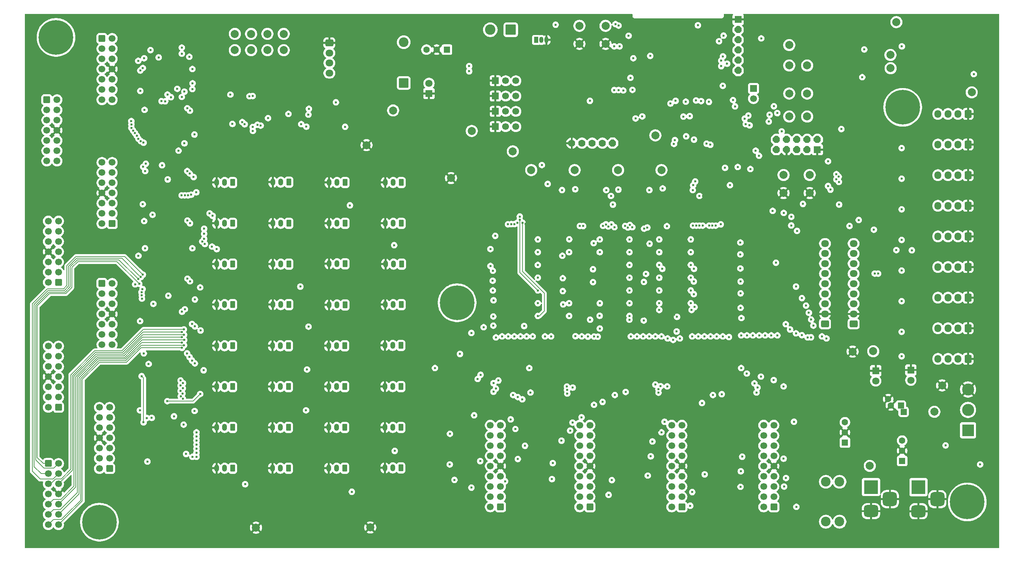
<source format=gbr>
%TF.GenerationSoftware,KiCad,Pcbnew,9.0.3*%
%TF.CreationDate,2025-09-18T23:18:23-06:00*%
%TF.ProjectId,Main Board,4d61696e-2042-46f6-9172-642e6b696361,rev?*%
%TF.SameCoordinates,Original*%
%TF.FileFunction,Copper,L2,Inr*%
%TF.FilePolarity,Positive*%
%FSLAX46Y46*%
G04 Gerber Fmt 4.6, Leading zero omitted, Abs format (unit mm)*
G04 Created by KiCad (PCBNEW 9.0.3) date 2025-09-18 23:18:23*
%MOMM*%
%LPD*%
G01*
G04 APERTURE LIST*
G04 Aperture macros list*
%AMRoundRect*
0 Rectangle with rounded corners*
0 $1 Rounding radius*
0 $2 $3 $4 $5 $6 $7 $8 $9 X,Y pos of 4 corners*
0 Add a 4 corners polygon primitive as box body*
4,1,4,$2,$3,$4,$5,$6,$7,$8,$9,$2,$3,0*
0 Add four circle primitives for the rounded corners*
1,1,$1+$1,$2,$3*
1,1,$1+$1,$4,$5*
1,1,$1+$1,$6,$7*
1,1,$1+$1,$8,$9*
0 Add four rect primitives between the rounded corners*
20,1,$1+$1,$2,$3,$4,$5,0*
20,1,$1+$1,$4,$5,$6,$7,0*
20,1,$1+$1,$6,$7,$8,$9,0*
20,1,$1+$1,$8,$9,$2,$3,0*%
%AMOutline5P*
0 Free polygon, 5 corners , with rotation*
0 The origin of the aperture is its center*
0 number of corners: always 5*
0 $1 to $10 corner X, Y*
0 $11 Rotation angle, in degrees counterclockwise*
0 create outline with 5 corners*
4,1,5,$1,$2,$3,$4,$5,$6,$7,$8,$9,$10,$1,$2,$11*%
%AMOutline6P*
0 Free polygon, 6 corners , with rotation*
0 The origin of the aperture is its center*
0 number of corners: always 6*
0 $1 to $12 corner X, Y*
0 $13 Rotation angle, in degrees counterclockwise*
0 create outline with 6 corners*
4,1,6,$1,$2,$3,$4,$5,$6,$7,$8,$9,$10,$11,$12,$1,$2,$13*%
%AMOutline7P*
0 Free polygon, 7 corners , with rotation*
0 The origin of the aperture is its center*
0 number of corners: always 7*
0 $1 to $14 corner X, Y*
0 $15 Rotation angle, in degrees counterclockwise*
0 create outline with 7 corners*
4,1,7,$1,$2,$3,$4,$5,$6,$7,$8,$9,$10,$11,$12,$13,$14,$1,$2,$15*%
%AMOutline8P*
0 Free polygon, 8 corners , with rotation*
0 The origin of the aperture is its center*
0 number of corners: always 8*
0 $1 to $16 corner X, Y*
0 $17 Rotation angle, in degrees counterclockwise*
0 create outline with 8 corners*
4,1,8,$1,$2,$3,$4,$5,$6,$7,$8,$9,$10,$11,$12,$13,$14,$15,$16,$1,$2,$17*%
G04 Aperture macros list end*
%TA.AperFunction,ComponentPad*%
%ADD10RoundRect,0.250001X0.949999X-0.949999X0.949999X0.949999X-0.949999X0.949999X-0.949999X-0.949999X0*%
%TD*%
%TA.AperFunction,ComponentPad*%
%ADD11C,2.400000*%
%TD*%
%TA.AperFunction,ComponentPad*%
%ADD12RoundRect,0.250000X0.350000X0.625000X-0.350000X0.625000X-0.350000X-0.625000X0.350000X-0.625000X0*%
%TD*%
%TA.AperFunction,ComponentPad*%
%ADD13O,1.200000X1.750000*%
%TD*%
%TA.AperFunction,ComponentPad*%
%ADD14C,2.000000*%
%TD*%
%TA.AperFunction,ComponentPad*%
%ADD15RoundRect,0.250000X0.550000X0.550000X-0.550000X0.550000X-0.550000X-0.550000X0.550000X-0.550000X0*%
%TD*%
%TA.AperFunction,ComponentPad*%
%ADD16C,1.600000*%
%TD*%
%TA.AperFunction,ComponentPad*%
%ADD17RoundRect,0.250000X0.600000X0.600000X-0.600000X0.600000X-0.600000X-0.600000X0.600000X-0.600000X0*%
%TD*%
%TA.AperFunction,ComponentPad*%
%ADD18C,1.700000*%
%TD*%
%TA.AperFunction,ComponentPad*%
%ADD19R,1.605000X1.605000*%
%TD*%
%TA.AperFunction,ComponentPad*%
%ADD20C,1.605000*%
%TD*%
%TA.AperFunction,ComponentPad*%
%ADD21R,3.000000X3.000000*%
%TD*%
%TA.AperFunction,ComponentPad*%
%ADD22C,3.000000*%
%TD*%
%TA.AperFunction,ComponentPad*%
%ADD23Outline8P,-0.889000X0.368236X-0.368236X0.889000X0.368236X0.889000X0.889000X0.368236X0.889000X-0.368236X0.368236X-0.889000X-0.368236X-0.889000X-0.889000X-0.368236X270.000000*%
%TD*%
%TA.AperFunction,ComponentPad*%
%ADD24R,1.778000X1.778000*%
%TD*%
%TA.AperFunction,ComponentPad*%
%ADD25R,1.800000X1.800000*%
%TD*%
%TA.AperFunction,ComponentPad*%
%ADD26C,1.800000*%
%TD*%
%TA.AperFunction,ComponentPad*%
%ADD27RoundRect,0.250000X0.600000X0.725000X-0.600000X0.725000X-0.600000X-0.725000X0.600000X-0.725000X0*%
%TD*%
%TA.AperFunction,ComponentPad*%
%ADD28O,1.700000X1.950000*%
%TD*%
%TA.AperFunction,ComponentPad*%
%ADD29RoundRect,0.250000X0.725000X-0.600000X0.725000X0.600000X-0.725000X0.600000X-0.725000X-0.600000X0*%
%TD*%
%TA.AperFunction,ComponentPad*%
%ADD30O,1.950000X1.700000*%
%TD*%
%TA.AperFunction,ComponentPad*%
%ADD31RoundRect,0.250000X-0.600000X-0.600000X0.600000X-0.600000X0.600000X0.600000X-0.600000X0.600000X0*%
%TD*%
%TA.AperFunction,ComponentPad*%
%ADD32R,1.700000X1.700000*%
%TD*%
%TA.AperFunction,ComponentPad*%
%ADD33R,3.500000X3.500000*%
%TD*%
%TA.AperFunction,ComponentPad*%
%ADD34RoundRect,0.750000X1.000000X-0.750000X1.000000X0.750000X-1.000000X0.750000X-1.000000X-0.750000X0*%
%TD*%
%TA.AperFunction,ComponentPad*%
%ADD35RoundRect,0.875000X0.875000X-0.875000X0.875000X0.875000X-0.875000X0.875000X-0.875000X-0.875000X0*%
%TD*%
%TA.AperFunction,ComponentPad*%
%ADD36RoundRect,0.250000X1.050000X1.050000X-1.050000X1.050000X-1.050000X-1.050000X1.050000X-1.050000X0*%
%TD*%
%TA.AperFunction,ComponentPad*%
%ADD37C,2.600000*%
%TD*%
%TA.AperFunction,ComponentPad*%
%ADD38C,8.600000*%
%TD*%
%TA.AperFunction,ComponentPad*%
%ADD39R,1.050000X1.500000*%
%TD*%
%TA.AperFunction,ComponentPad*%
%ADD40O,1.050000X1.500000*%
%TD*%
%TA.AperFunction,ComponentPad*%
%ADD41RoundRect,0.250000X-0.725000X0.600000X-0.725000X-0.600000X0.725000X-0.600000X0.725000X0.600000X0*%
%TD*%
%TA.AperFunction,ComponentPad*%
%ADD42C,1.778000*%
%TD*%
%TA.AperFunction,ComponentPad*%
%ADD43Outline8P,-0.889000X0.368236X-0.368236X0.889000X0.368236X0.889000X0.889000X0.368236X0.889000X-0.368236X0.368236X-0.889000X-0.368236X-0.889000X-0.889000X-0.368236X180.000000*%
%TD*%
%TA.AperFunction,ViaPad*%
%ADD44C,0.600000*%
%TD*%
%TA.AperFunction,ViaPad*%
%ADD45C,0.750000*%
%TD*%
%TA.AperFunction,ViaPad*%
%ADD46C,2.000000*%
%TD*%
%TA.AperFunction,Conductor*%
%ADD47C,0.200000*%
%TD*%
G04 APERTURE END LIST*
D10*
%TO.N,+12V*%
%TO.C,D100*%
X123900000Y-39280000D03*
D11*
%TO.N,+5V_SERVO*%
X123900000Y-29120000D03*
%TD*%
D12*
%TO.N,+3.3V*%
%TO.C,J19*%
X109315000Y-94530000D03*
D13*
%TO.N,/Analog Input Mux/SW5_0*%
X107315000Y-94530000D03*
%TO.N,GND*%
X105315000Y-94530000D03*
%TD*%
D12*
%TO.N,+3.3V*%
%TO.C,J16*%
X123285000Y-74210000D03*
D13*
%TO.N,/Analog Input Mux/SW3_0*%
X121285000Y-74210000D03*
%TO.N,GND*%
X119285000Y-74210000D03*
%TD*%
D12*
%TO.N,+3.3V*%
%TO.C,J23*%
X81375000Y-94445000D03*
D13*
%TO.N,/Analog Input Mux/SW9_0*%
X79375000Y-94445000D03*
%TO.N,GND*%
X77375000Y-94445000D03*
%TD*%
D14*
%TO.N,unconnected-(TP14-Pad1)*%
%TO.C,TP14*%
X186436000Y-52324000D03*
%TD*%
%TO.N,unconnected-(TP9-Pad1)*%
%TO.C,TP9*%
X219710000Y-41910000D03*
%TD*%
D12*
%TO.N,+3.3V*%
%TO.C,J40*%
X109220000Y-125010000D03*
D13*
%TO.N,/Analog Input Mux/SW4_1*%
X107220000Y-125010000D03*
%TO.N,GND*%
X105220000Y-125010000D03*
%TD*%
D12*
%TO.N,+3.3V*%
%TO.C,J38*%
X109220000Y-135170000D03*
D13*
%TO.N,/Analog Input Mux/SW6_1*%
X107220000Y-135170000D03*
%TO.N,GND*%
X105220000Y-135170000D03*
%TD*%
D14*
%TO.N,GND*%
%TO.C,TP27*%
X235458000Y-106146600D03*
%TD*%
D15*
%TO.N,+5V_NEOPIXEL*%
%TO.C,C80*%
X248143137Y-121157800D03*
X247472200Y-119557800D03*
D16*
%TO.N,GND*%
X244972200Y-119557800D03*
X244301263Y-117957800D03*
%TD*%
D14*
%TO.N,Net-(U1-EN)*%
%TO.C,SW2*%
X167565000Y-25055000D03*
X174065000Y-25055000D03*
%TO.N,GND*%
X167565000Y-29555000D03*
X174065000Y-29555000D03*
%TD*%
D17*
%TO.N,Net-(D33-A1)*%
%TO.C,J47*%
X170180000Y-144780000D03*
D18*
%TO.N,Net-(D37-A1)*%
X167640000Y-144780000D03*
%TO.N,Net-(D41-A1)*%
X170180000Y-142240000D03*
%TO.N,Net-(D45-A1)*%
X167640000Y-142240000D03*
%TO.N,Net-(D49-A1)*%
X170180000Y-139700000D03*
%TO.N,Net-(D53-A1)*%
X167640000Y-139700000D03*
%TO.N,Net-(D57-A1)*%
X170180000Y-137160000D03*
%TO.N,Net-(D61-A1)*%
X167640000Y-137160000D03*
%TO.N,GND*%
X170180000Y-134620000D03*
%TO.N,+3.3V*%
X167640000Y-134620000D03*
%TO.N,Net-(D62-A1)*%
X170180000Y-132080000D03*
%TO.N,Net-(D58-A1)*%
X167640000Y-132080000D03*
%TO.N,Net-(D54-A1)*%
X170180000Y-129540000D03*
%TO.N,Net-(D50-A1)*%
X167640000Y-129540000D03*
%TO.N,Net-(D46-A1)*%
X170180000Y-127000000D03*
%TO.N,Net-(D42-A1)*%
X167640000Y-127000000D03*
%TO.N,Net-(D38-A1)*%
X170180000Y-124460000D03*
%TO.N,Net-(D34-A1)*%
X167640000Y-124460000D03*
%TD*%
D14*
%TO.N,unconnected-(J110-DAT1-Pad8)*%
%TO.C,TP15*%
X244906800Y-35610800D03*
%TD*%
D12*
%TO.N,+3.3V*%
%TO.C,J32*%
X95250000Y-114850000D03*
D13*
%TO.N,/Analog Input Mux/SW12_1*%
X93250000Y-114850000D03*
%TO.N,GND*%
X91250000Y-114850000D03*
%TD*%
D14*
%TO.N,Net-(U2-CHANNELIN{slash}OUT8)*%
%TO.C,TP1*%
X94065000Y-31115000D03*
%TD*%
D19*
%TO.N,+12V*%
%TO.C,PS1*%
X134620000Y-30985000D03*
D20*
%TO.N,GND*%
X132080000Y-30985000D03*
%TO.N,+5V_SERVO*%
X129540000Y-30985000D03*
%TD*%
D12*
%TO.N,+3.3V*%
%TO.C,J33*%
X81375000Y-125010000D03*
D13*
%TO.N,/Analog Input Mux/SW11_1*%
X79375000Y-125010000D03*
%TO.N,GND*%
X77375000Y-125010000D03*
%TD*%
D14*
%TO.N,unconnected-(TP20-Pad1)*%
%TO.C,TP20*%
X224155000Y-47625000D03*
%TD*%
D21*
%TO.N,+5V_NEOPIXEL*%
%TO.C,J88*%
X264160000Y-125730000D03*
D22*
%TO.N,Net-(J88-Pin_2)*%
X264160000Y-120650000D03*
%TO.N,GND*%
X264160000Y-115570000D03*
%TD*%
D12*
%TO.N,+3.3V*%
%TO.C,J34*%
X95250000Y-125010000D03*
D13*
%TO.N,/Analog Input Mux/SW10_1*%
X93250000Y-125010000D03*
%TO.N,GND*%
X91250000Y-125010000D03*
%TD*%
D23*
%TO.N,/CTS*%
%TO.C,J1*%
X207010000Y-26035000D03*
D24*
%TO.N,GND*%
X207010000Y-23495000D03*
D23*
%TO.N,/RTS*%
X207010000Y-36195000D03*
%TO.N,/RXD*%
X207010000Y-33655000D03*
%TO.N,/TXD*%
X207010000Y-31115000D03*
%TO.N,Net-(J45-Pin_1)*%
X207010000Y-28575000D03*
%TD*%
D14*
%TO.N,Net-(U2-CHANNELIN{slash}OUT12)*%
%TO.C,TP5*%
X85965000Y-31115000D03*
%TD*%
%TO.N,unconnected-(TP13-Pad1)*%
%TO.C,TP13*%
X224155000Y-41910000D03*
%TD*%
D12*
%TO.N,+3.3V*%
%TO.C,J25*%
X81375000Y-64050000D03*
D13*
%TO.N,/Analog Input Mux/SW15_0*%
X79375000Y-64050000D03*
%TO.N,GND*%
X77375000Y-64050000D03*
%TD*%
D25*
%TO.N,GND*%
%TO.C,D97*%
X249936000Y-110713600D03*
D26*
%TO.N,Net-(D97-A)*%
X249936000Y-113253600D03*
%TD*%
D25*
%TO.N,GND*%
%TO.C,D98*%
X130175000Y-41915000D03*
D26*
%TO.N,Net-(D98-A)*%
X130175000Y-39375000D03*
%TD*%
D14*
%TO.N,Net-(U11-~{INT})*%
%TO.C,TP22*%
X155575000Y-60960000D03*
%TD*%
D27*
%TO.N,GND*%
%TO.C,J95*%
X264160000Y-107950000D03*
D28*
%TO.N,+3.3V*%
X261660000Y-107950000D03*
%TO.N,/I2C_SDA_H*%
X259160000Y-107950000D03*
%TO.N,/I2C_SCK_H*%
X256660000Y-107950000D03*
%TD*%
D27*
%TO.N,GND*%
%TO.C,J85*%
X264160000Y-69850000D03*
D28*
%TO.N,+3.3V*%
X261660000Y-69850000D03*
%TO.N,/I2C_SDA_C*%
X259160000Y-69850000D03*
%TO.N,/I2C_SCK_C*%
X256660000Y-69850000D03*
%TD*%
D29*
%TO.N,+3.3V*%
%TO.C,J98*%
X235712000Y-99248000D03*
D30*
%TO.N,GND*%
X235712000Y-96748000D03*
%TO.N,/LCD_CS_B*%
X235712000Y-94248000D03*
%TO.N,/LCD_RESET*%
X235712000Y-91748000D03*
%TO.N,/LCD_DC*%
X235712000Y-89248000D03*
%TO.N,/SPI_MOSI*%
X235712000Y-86748000D03*
%TO.N,/SPI_SCK*%
X235712000Y-84248000D03*
%TO.N,/LCD_BRIGHTNESS*%
X235712000Y-81748000D03*
%TO.N,/DISP_2_MISO*%
X235712000Y-79248000D03*
%TD*%
D14*
%TO.N,GND*%
%TO.C,TP28*%
X115570000Y-149910800D03*
%TD*%
%TO.N,Net-(U2-CHANNELIN{slash}OUT10)*%
%TO.C,TP3*%
X90015000Y-31115000D03*
%TD*%
D25*
%TO.N,GND*%
%TO.C,D99*%
X241198400Y-110891400D03*
D26*
%TO.N,Net-(D99-A)*%
X241198400Y-113431400D03*
%TD*%
D12*
%TO.N,+3.3V*%
%TO.C,J15*%
X109315000Y-74210000D03*
D13*
%TO.N,/Analog Input Mux/SW2_0*%
X107315000Y-74210000D03*
%TO.N,GND*%
X105315000Y-74210000D03*
%TD*%
D31*
%TO.N,Net-(J12-Pin_1)*%
%TO.C,J12*%
X35560000Y-133985000D03*
D18*
%TO.N,Net-(J12-Pin_2)*%
X38100000Y-133985000D03*
%TO.N,Net-(J12-Pin_3)*%
X35560000Y-136525000D03*
%TO.N,Net-(J12-Pin_4)*%
X38100000Y-136525000D03*
%TO.N,Net-(J12-Pin_5)*%
X35560000Y-139065000D03*
%TO.N,Net-(J12-Pin_6)*%
X38100000Y-139065000D03*
%TO.N,+3.3V*%
X35560000Y-141605000D03*
%TO.N,GND*%
X38100000Y-141605000D03*
%TO.N,Net-(J12-Pin_9)*%
X35560000Y-144145000D03*
%TO.N,Net-(J12-Pin_10)*%
X38100000Y-144145000D03*
%TO.N,Net-(J12-Pin_11)*%
X35560000Y-146685000D03*
%TO.N,Net-(J12-Pin_12)*%
X38100000Y-146685000D03*
%TO.N,Net-(J12-Pin_13)*%
X35560000Y-149225000D03*
%TO.N,Net-(J12-Pin_14)*%
X38100000Y-149225000D03*
%TD*%
D14*
%TO.N,Net-(U23-~{INT})*%
%TO.C,TP21*%
X187960000Y-60960000D03*
%TD*%
D12*
%TO.N,+3.3V*%
%TO.C,J31*%
X81375000Y-114850000D03*
D13*
%TO.N,/Analog Input Mux/SW13_1*%
X79375000Y-114850000D03*
%TO.N,GND*%
X77375000Y-114850000D03*
%TD*%
D14*
%TO.N,+12V*%
%TO.C,TP31*%
X239725200Y-134569200D03*
%TD*%
%TO.N,unconnected-(J110-CD1-Pad9)*%
%TO.C,TP17*%
X244856000Y-32308800D03*
%TD*%
D32*
%TO.N,GND*%
%TO.C,J89*%
X146685000Y-46355000D03*
D18*
%TO.N,+5V_SERVO*%
X149225000Y-46355000D03*
%TO.N,Net-(J89-Pin_3)*%
X151765000Y-46355000D03*
%TD*%
D29*
%TO.N,+3.3V*%
%TO.C,J97*%
X228600000Y-99248000D03*
D30*
%TO.N,GND*%
X228600000Y-96748000D03*
%TO.N,/LCD_CS_A*%
X228600000Y-94248000D03*
%TO.N,/LCD_RESET*%
X228600000Y-91748000D03*
%TO.N,/LCD_DC*%
X228600000Y-89248000D03*
%TO.N,/SPI_MOSI*%
X228600000Y-86748000D03*
%TO.N,/SPI_SCK*%
X228600000Y-84248000D03*
%TO.N,/LCD_BRIGHTNESS*%
X228600000Y-81748000D03*
%TO.N,/DISP_1_MISO*%
X228600000Y-79248000D03*
%TD*%
D32*
%TO.N,GND*%
%TO.C,J90*%
X146685000Y-50165000D03*
D18*
%TO.N,+5V_SERVO*%
X149225000Y-50165000D03*
%TO.N,Net-(J90-Pin_3)*%
X151765000Y-50165000D03*
%TD*%
D14*
%TO.N,Net-(U2-CHANNELIN{slash}OUT13)*%
%TO.C,TP6*%
X85965000Y-27065000D03*
%TD*%
D33*
%TO.N,Net-(F1-Pad1)*%
%TO.C,J99*%
X240037700Y-139846800D03*
D34*
%TO.N,GND*%
X240037700Y-145846800D03*
D35*
X244737700Y-142846800D03*
%TD*%
D12*
%TO.N,+3.3V*%
%TO.C,J37*%
X123190000Y-135085000D03*
D13*
%TO.N,/Analog Input Mux/SW7_1*%
X121190000Y-135085000D03*
%TO.N,GND*%
X119190000Y-135085000D03*
%TD*%
D14*
%TO.N,Net-(U1-IO0)*%
%TO.C,SW1*%
X218290000Y-62175000D03*
X224790000Y-62175000D03*
%TO.N,GND*%
X218290000Y-66675000D03*
X224790000Y-66675000D03*
%TD*%
%TO.N,Net-(U1-IO42)*%
%TO.C,TP12*%
X219710000Y-29845000D03*
%TD*%
%TO.N,Net-(U2-CHANNELIN{slash}OUT14)*%
%TO.C,TP7*%
X81915000Y-31115000D03*
%TD*%
D17*
%TO.N,Net-(D1-A1)*%
%TO.C,J103*%
X215900000Y-144780000D03*
D18*
%TO.N,Net-(D2-A1)*%
X213360000Y-144780000D03*
%TO.N,Net-(D3-A1)*%
X215900000Y-142240000D03*
%TO.N,Net-(D4-A1)*%
X213360000Y-142240000D03*
%TO.N,Net-(D5-A1)*%
X215900000Y-139700000D03*
%TO.N,Net-(D6-A1)*%
X213360000Y-139700000D03*
%TO.N,Net-(D7-A1)*%
X215900000Y-137160000D03*
%TO.N,Net-(D8-A1)*%
X213360000Y-137160000D03*
%TO.N,GND*%
X215900000Y-134620000D03*
%TO.N,+3.3V*%
X213360000Y-134620000D03*
%TO.N,Net-(D16-A1)*%
X215900000Y-132080000D03*
%TO.N,Net-(D15-A1)*%
X213360000Y-132080000D03*
%TO.N,Net-(D14-A1)*%
X215900000Y-129540000D03*
%TO.N,Net-(D13-A1)*%
X213360000Y-129540000D03*
%TO.N,Net-(D12-A1)*%
X215900000Y-127000000D03*
%TO.N,Net-(D11-A1)*%
X213360000Y-127000000D03*
%TO.N,Net-(D10-A1)*%
X215900000Y-124460000D03*
%TO.N,Net-(D9-A1)*%
X213360000Y-124460000D03*
%TD*%
D12*
%TO.N,+3.3V*%
%TO.C,J41*%
X123190000Y-114850000D03*
D13*
%TO.N,/Analog Input Mux/SW3_1*%
X121190000Y-114850000D03*
%TO.N,GND*%
X119190000Y-114850000D03*
%TD*%
D12*
%TO.N,+3.3V*%
%TO.C,J24*%
X95345000Y-94445000D03*
D13*
%TO.N,/Analog Input Mux/SW8_0*%
X93345000Y-94445000D03*
%TO.N,GND*%
X91345000Y-94445000D03*
%TD*%
D32*
%TO.N,Net-(J45-Pin_1)*%
%TO.C,J45*%
X210820000Y-40635000D03*
D18*
%TO.N,+3.3V*%
X210820000Y-43175000D03*
%TD*%
D36*
%TO.N,Net-(J102-Pin_1)*%
%TO.C,J102*%
X150495000Y-26035000D03*
D37*
%TO.N,+5V_NEOPIXEL*%
X145415000Y-26035000D03*
%TD*%
D12*
%TO.N,+3.3V*%
%TO.C,J17*%
X109315000Y-84285000D03*
D13*
%TO.N,/Analog Input Mux/SW7_0*%
X107315000Y-84285000D03*
%TO.N,GND*%
X105315000Y-84285000D03*
%TD*%
D27*
%TO.N,GND*%
%TO.C,J87*%
X264160000Y-85090000D03*
D28*
%TO.N,+3.3V*%
X261660000Y-85090000D03*
%TO.N,/I2C_SDA_E*%
X259160000Y-85090000D03*
%TO.N,/I2C_SCK_E*%
X256660000Y-85090000D03*
%TD*%
D33*
%TO.N,+5V_NEOPIXEL*%
%TO.C,J49*%
X251841000Y-139877800D03*
D34*
%TO.N,GND*%
X251841000Y-145877800D03*
D35*
X256541000Y-142877800D03*
%TD*%
D14*
%TO.N,GND*%
%TO.C,TP26*%
X114655600Y-54762400D03*
%TD*%
D27*
%TO.N,GND*%
%TO.C,J94*%
X264160000Y-100330000D03*
D28*
%TO.N,+3.3V*%
X261660000Y-100330000D03*
%TO.N,/I2C_SDA_G*%
X259160000Y-100330000D03*
%TO.N,/I2C_SCK_G*%
X256660000Y-100330000D03*
%TD*%
D12*
%TO.N,+3.3V*%
%TO.C,J22*%
X95345000Y-84370000D03*
D13*
%TO.N,/Analog Input Mux/SW10_0*%
X93345000Y-84370000D03*
%TO.N,GND*%
X91345000Y-84370000D03*
%TD*%
D14*
%TO.N,Net-(U2-CHANNELIN{slash}OUT11)*%
%TO.C,TP4*%
X90015000Y-27065000D03*
%TD*%
%TO.N,unconnected-(TP10-Pad1)*%
%TO.C,TP10*%
X224155000Y-34925000D03*
%TD*%
D27*
%TO.N,GND*%
%TO.C,J4*%
X264160000Y-62230000D03*
D28*
%TO.N,+3.3V*%
X261660000Y-62230000D03*
%TO.N,/I2C_SDA_B*%
X259160000Y-62230000D03*
%TO.N,/I2C_SCK_B*%
X256660000Y-62230000D03*
%TD*%
D27*
%TO.N,GND*%
%TO.C,J2*%
X264160000Y-46990000D03*
D28*
%TO.N,+3.3V*%
X261660000Y-46990000D03*
%TO.N,/I2C_SDA_MAIN*%
X259160000Y-46990000D03*
%TO.N,/I2C_SCK_MAIN*%
X256660000Y-46990000D03*
%TD*%
D14*
%TO.N,GND*%
%TO.C,TP29*%
X87172800Y-149961600D03*
%TD*%
D17*
%TO.N,Net-(J10-Pin_1)*%
%TO.C,J10*%
X38100000Y-120015000D03*
D18*
%TO.N,Net-(J10-Pin_2)*%
X35560000Y-120015000D03*
%TO.N,Net-(J10-Pin_3)*%
X38100000Y-117475000D03*
%TO.N,Net-(J10-Pin_4)*%
X35560000Y-117475000D03*
%TO.N,Net-(J10-Pin_5)*%
X38100000Y-114935000D03*
%TO.N,Net-(J10-Pin_6)*%
X35560000Y-114935000D03*
%TO.N,+3.3V*%
X38100000Y-112395000D03*
%TO.N,GND*%
X35560000Y-112395000D03*
%TO.N,Net-(J10-Pin_9)*%
X38100000Y-109855000D03*
%TO.N,Net-(J10-Pin_10)*%
X35560000Y-109855000D03*
%TO.N,Net-(J10-Pin_11)*%
X38100000Y-107315000D03*
%TO.N,Net-(J10-Pin_12)*%
X35560000Y-107315000D03*
%TO.N,Net-(J10-Pin_13)*%
X38100000Y-104775000D03*
%TO.N,Net-(J10-Pin_14)*%
X35560000Y-104775000D03*
%TD*%
D14*
%TO.N,unconnected-(J110-DAT2-Pad1)*%
%TO.C,TP16*%
X246329200Y-24130000D03*
%TD*%
D38*
%TO.N,Net-(H4-Pad1)*%
%TO.C,H4*%
X247904000Y-45339000D03*
%TD*%
D17*
%TO.N,Net-(J11-Pin_1)*%
%TO.C,J11*%
X50800000Y-135255000D03*
D18*
%TO.N,Net-(J11-Pin_2)*%
X48260000Y-135255000D03*
%TO.N,Net-(J11-Pin_3)*%
X50800000Y-132715000D03*
%TO.N,Net-(J11-Pin_4)*%
X48260000Y-132715000D03*
%TO.N,Net-(J11-Pin_5)*%
X50800000Y-130175000D03*
%TO.N,Net-(J11-Pin_6)*%
X48260000Y-130175000D03*
%TO.N,+3.3V*%
X50800000Y-127635000D03*
%TO.N,GND*%
X48260000Y-127635000D03*
%TO.N,Net-(J11-Pin_9)*%
X50800000Y-125095000D03*
%TO.N,Net-(J11-Pin_10)*%
X48260000Y-125095000D03*
%TO.N,Net-(J11-Pin_11)*%
X50800000Y-122555000D03*
%TO.N,Net-(J11-Pin_12)*%
X48260000Y-122555000D03*
%TO.N,Net-(J11-Pin_13)*%
X50800000Y-120015000D03*
%TO.N,Net-(J11-Pin_14)*%
X48260000Y-120015000D03*
%TD*%
D12*
%TO.N,+3.3V*%
%TO.C,J44*%
X109220000Y-104690000D03*
D13*
%TO.N,/Analog Input Mux/SW0_1*%
X107220000Y-104690000D03*
%TO.N,GND*%
X105220000Y-104690000D03*
%TD*%
D12*
%TO.N,+3.3V*%
%TO.C,J43*%
X123190000Y-104605000D03*
D13*
%TO.N,/Analog Input Mux/SW1_1*%
X121190000Y-104605000D03*
%TO.N,GND*%
X119190000Y-104605000D03*
%TD*%
D12*
%TO.N,+3.3V*%
%TO.C,J13*%
X109315000Y-64050000D03*
D13*
%TO.N,/Analog Input Mux/SW0_0*%
X107315000Y-64050000D03*
%TO.N,GND*%
X105315000Y-64050000D03*
%TD*%
D31*
%TO.N,Net-(J5-Pin_1)*%
%TO.C,J5*%
X48885000Y-28220000D03*
D18*
%TO.N,Net-(J5-Pin_2)*%
X51425000Y-28220000D03*
%TO.N,Net-(J5-Pin_3)*%
X48885000Y-30760000D03*
%TO.N,Net-(J5-Pin_4)*%
X51425000Y-30760000D03*
%TO.N,Net-(J5-Pin_5)*%
X48885000Y-33300000D03*
%TO.N,Net-(J5-Pin_6)*%
X51425000Y-33300000D03*
%TO.N,+3.3V*%
X48885000Y-35840000D03*
%TO.N,GND*%
X51425000Y-35840000D03*
%TO.N,Net-(J5-Pin_9)*%
X48885000Y-38380000D03*
%TO.N,Net-(J5-Pin_10)*%
X51425000Y-38380000D03*
%TO.N,Net-(J5-Pin_11)*%
X48885000Y-40920000D03*
%TO.N,Net-(J5-Pin_12)*%
X51425000Y-40920000D03*
%TO.N,Net-(J5-Pin_13)*%
X48885000Y-43460000D03*
%TO.N,Net-(J5-Pin_14)*%
X51425000Y-43460000D03*
%TD*%
D14*
%TO.N,unconnected-(J110-CD2-Pad10)*%
%TO.C,TP18*%
X265074400Y-41605200D03*
%TD*%
D19*
%TO.N,+12V*%
%TO.C,PS3*%
X247775000Y-133350000D03*
D20*
%TO.N,GND*%
X247775000Y-130810000D03*
%TO.N,+5V_NEOPIXEL*%
X247775000Y-128270000D03*
%TD*%
D11*
%TO.N,Net-(F1-Pad1)*%
%TO.C,F1*%
X228805000Y-148470000D03*
%TO.N,+12V*%
X228805000Y-138550000D03*
%TO.N,Net-(F1-Pad1)*%
X232205000Y-148470000D03*
%TO.N,+12V*%
X232205000Y-138550000D03*
%TD*%
D38*
%TO.N,Net-(H3-Pad1)*%
%TO.C,H3*%
X263956800Y-143560800D03*
%TD*%
D14*
%TO.N,GND*%
%TO.C,TP30*%
X257708400Y-114554000D03*
%TD*%
D39*
%TO.N,Net-(J102-Pin_1)*%
%TO.C,Q2*%
X156845000Y-28575000D03*
D40*
%TO.N,Net-(Q2-B)*%
X158115000Y-28575000D03*
%TO.N,GND*%
X159385000Y-28575000D03*
%TD*%
D38*
%TO.N,Net-(H2-Pad1)*%
%TO.C,H2*%
X48260000Y-148590000D03*
%TD*%
D12*
%TO.N,+3.3V*%
%TO.C,J35*%
X81375000Y-135170000D03*
D13*
%TO.N,/Analog Input Mux/SW9_1*%
X79375000Y-135170000D03*
%TO.N,GND*%
X77375000Y-135170000D03*
%TD*%
D19*
%TO.N,+12V*%
%TO.C,PS2*%
X233551000Y-128778000D03*
D20*
%TO.N,GND*%
X233551000Y-126238000D03*
%TO.N,+3.3V*%
X233551000Y-123698000D03*
%TD*%
D12*
%TO.N,+3.3V*%
%TO.C,J28*%
X81375000Y-74210000D03*
D13*
%TO.N,/Analog Input Mux/SW12_0*%
X79375000Y-74210000D03*
%TO.N,GND*%
X77375000Y-74210000D03*
%TD*%
D27*
%TO.N,GND*%
%TO.C,J86*%
X264160000Y-77470000D03*
D28*
%TO.N,+3.3V*%
X261660000Y-77470000D03*
%TO.N,/I2C_SDA_D*%
X259160000Y-77470000D03*
%TO.N,/I2C_SCK_D*%
X256660000Y-77470000D03*
%TD*%
D27*
%TO.N,GND*%
%TO.C,J3*%
X264160000Y-54610000D03*
D28*
%TO.N,+3.3V*%
X261660000Y-54610000D03*
%TO.N,/I2C_SDA_A*%
X259160000Y-54610000D03*
%TO.N,/I2C_SCK_A*%
X256660000Y-54610000D03*
%TD*%
D12*
%TO.N,+3.3V*%
%TO.C,J36*%
X95250000Y-135170000D03*
D13*
%TO.N,/Analog Input Mux/SW8_1*%
X93250000Y-135170000D03*
%TO.N,GND*%
X91250000Y-135170000D03*
%TD*%
D31*
%TO.N,Net-(J9-Pin_1)*%
%TO.C,J9*%
X48885000Y-89180000D03*
D18*
%TO.N,Net-(J9-Pin_2)*%
X51425000Y-89180000D03*
%TO.N,Net-(J9-Pin_3)*%
X48885000Y-91720000D03*
%TO.N,Net-(J9-Pin_4)*%
X51425000Y-91720000D03*
%TO.N,Net-(J9-Pin_5)*%
X48885000Y-94260000D03*
%TO.N,Net-(J9-Pin_6)*%
X51425000Y-94260000D03*
%TO.N,+3.3V*%
X48885000Y-96800000D03*
%TO.N,GND*%
X51425000Y-96800000D03*
%TO.N,Net-(J9-Pin_9)*%
X48885000Y-99340000D03*
%TO.N,Net-(J9-Pin_10)*%
X51425000Y-99340000D03*
%TO.N,Net-(J9-Pin_11)*%
X48885000Y-101880000D03*
%TO.N,Net-(J9-Pin_12)*%
X51425000Y-101880000D03*
%TO.N,Net-(J9-Pin_13)*%
X48885000Y-104420000D03*
%TO.N,Net-(J9-Pin_14)*%
X51425000Y-104420000D03*
%TD*%
D38*
%TO.N,Net-(H1-Pad1)*%
%TO.C,H1*%
X37465000Y-27940000D03*
%TD*%
D12*
%TO.N,+3.3V*%
%TO.C,J42*%
X109220000Y-114850000D03*
D13*
%TO.N,/Analog Input Mux/SW2_1*%
X107220000Y-114850000D03*
%TO.N,GND*%
X105220000Y-114850000D03*
%TD*%
D31*
%TO.N,Net-(J6-Pin_1)*%
%TO.C,J6*%
X35175000Y-43460000D03*
D18*
%TO.N,Net-(J6-Pin_2)*%
X37715000Y-43460000D03*
%TO.N,Net-(J6-Pin_3)*%
X35175000Y-46000000D03*
%TO.N,Net-(J6-Pin_4)*%
X37715000Y-46000000D03*
%TO.N,Net-(J6-Pin_5)*%
X35175000Y-48540000D03*
%TO.N,Net-(J6-Pin_6)*%
X37715000Y-48540000D03*
%TO.N,+3.3V*%
X35175000Y-51080000D03*
%TO.N,GND*%
X37715000Y-51080000D03*
%TO.N,Net-(J6-Pin_9)*%
X35175000Y-53620000D03*
%TO.N,Net-(J6-Pin_10)*%
X37715000Y-53620000D03*
%TO.N,Net-(J6-Pin_11)*%
X35175000Y-56160000D03*
%TO.N,Net-(J6-Pin_12)*%
X37715000Y-56160000D03*
%TO.N,Net-(J6-Pin_13)*%
X35175000Y-58700000D03*
%TO.N,Net-(J6-Pin_14)*%
X37715000Y-58700000D03*
%TD*%
D27*
%TO.N,GND*%
%TO.C,J93*%
X264160000Y-92710000D03*
D28*
%TO.N,+3.3V*%
X261660000Y-92710000D03*
%TO.N,/I2C_SDA_F*%
X259160000Y-92710000D03*
%TO.N,/I2C_SCK_F*%
X256660000Y-92710000D03*
%TD*%
D14*
%TO.N,+3.3V*%
%TO.C,TP33*%
X240588800Y-106045000D03*
%TD*%
D12*
%TO.N,+3.3V*%
%TO.C,J14*%
X123285000Y-64050000D03*
D13*
%TO.N,/Analog Input Mux/SW1_0*%
X121285000Y-64050000D03*
%TO.N,GND*%
X119285000Y-64050000D03*
%TD*%
D14*
%TO.N,Net-(U2-CHANNELIN{slash}OUT15)*%
%TO.C,TP8*%
X81915000Y-27065000D03*
%TD*%
D12*
%TO.N,+3.3V*%
%TO.C,J26*%
X95345000Y-63965000D03*
D13*
%TO.N,/Analog Input Mux/SW14_0*%
X93345000Y-63965000D03*
%TO.N,GND*%
X91345000Y-63965000D03*
%TD*%
D17*
%TO.N,Net-(D35-A1)*%
%TO.C,J48*%
X193040000Y-144780000D03*
D18*
%TO.N,Net-(D39-A1)*%
X190500000Y-144780000D03*
%TO.N,Net-(D43-A1)*%
X193040000Y-142240000D03*
%TO.N,Net-(D47-A1)*%
X190500000Y-142240000D03*
%TO.N,Net-(D51-A1)*%
X193040000Y-139700000D03*
%TO.N,Net-(D55-A1)*%
X190500000Y-139700000D03*
%TO.N,Net-(D59-A1)*%
X193040000Y-137160000D03*
%TO.N,Net-(D63-A1)*%
X190500000Y-137160000D03*
%TO.N,GND*%
X193040000Y-134620000D03*
%TO.N,+3.3V*%
X190500000Y-134620000D03*
%TO.N,Net-(D64-A1)*%
X193040000Y-132080000D03*
%TO.N,Net-(D60-A1)*%
X190500000Y-132080000D03*
%TO.N,Net-(D56-A1)*%
X193040000Y-129540000D03*
%TO.N,Net-(D52-A1)*%
X190500000Y-129540000D03*
%TO.N,Net-(D48-A1)*%
X193040000Y-127000000D03*
%TO.N,Net-(D44-A1)*%
X190500000Y-127000000D03*
%TO.N,Net-(D40-A1)*%
X193040000Y-124460000D03*
%TO.N,Net-(D36-A1)*%
X190500000Y-124460000D03*
%TD*%
D41*
%TO.N,GND*%
%TO.C,J96*%
X105410000Y-29330000D03*
D30*
%TO.N,+3.3V*%
X105410000Y-31830000D03*
%TO.N,/TXD_ALT*%
X105410000Y-34330000D03*
%TO.N,/RXD_ALT*%
X105410000Y-36830000D03*
%TD*%
D14*
%TO.N,+5V_NEOPIXEL*%
%TO.C,TP32*%
X255778000Y-121107200D03*
%TD*%
D12*
%TO.N,+3.3V*%
%TO.C,J18*%
X123380000Y-84370000D03*
D13*
%TO.N,/Analog Input Mux/SW6_0*%
X121380000Y-84370000D03*
%TO.N,GND*%
X119380000Y-84370000D03*
%TD*%
D17*
%TO.N,Net-(J7-Pin_1)*%
%TO.C,J7*%
X51435000Y-74295000D03*
D18*
%TO.N,Net-(J7-Pin_2)*%
X48895000Y-74295000D03*
%TO.N,Net-(J7-Pin_3)*%
X51435000Y-71755000D03*
%TO.N,Net-(J7-Pin_4)*%
X48895000Y-71755000D03*
%TO.N,Net-(J7-Pin_5)*%
X51435000Y-69215000D03*
%TO.N,Net-(J7-Pin_6)*%
X48895000Y-69215000D03*
%TO.N,+3.3V*%
X51435000Y-66675000D03*
%TO.N,GND*%
X48895000Y-66675000D03*
%TO.N,Net-(J7-Pin_9)*%
X51435000Y-64135000D03*
%TO.N,Net-(J7-Pin_10)*%
X48895000Y-64135000D03*
%TO.N,Net-(J7-Pin_11)*%
X51435000Y-61595000D03*
%TO.N,Net-(J7-Pin_12)*%
X48895000Y-61595000D03*
%TO.N,Net-(J7-Pin_13)*%
X51435000Y-59055000D03*
%TO.N,Net-(J7-Pin_14)*%
X48895000Y-59055000D03*
%TD*%
D12*
%TO.N,+3.3V*%
%TO.C,J20*%
X123285000Y-94445000D03*
D13*
%TO.N,/Analog Input Mux/SW4_0*%
X121285000Y-94445000D03*
%TO.N,GND*%
X119285000Y-94445000D03*
%TD*%
D12*
%TO.N,+3.3V*%
%TO.C,J39*%
X123190000Y-125010000D03*
D13*
%TO.N,/Analog Input Mux/SW5_1*%
X121190000Y-125010000D03*
%TO.N,GND*%
X119190000Y-125010000D03*
%TD*%
D32*
%TO.N,GND*%
%TO.C,J91*%
X146685000Y-38735000D03*
D18*
%TO.N,+5V_SERVO*%
X149225000Y-38735000D03*
%TO.N,Net-(J91-Pin_3)*%
X151765000Y-38735000D03*
%TD*%
D17*
%TO.N,Net-(J8-Pin_1)*%
%TO.C,J8*%
X38100000Y-88900000D03*
D18*
%TO.N,Net-(J8-Pin_2)*%
X35560000Y-88900000D03*
%TO.N,Net-(J8-Pin_3)*%
X38100000Y-86360000D03*
%TO.N,Net-(J8-Pin_4)*%
X35560000Y-86360000D03*
%TO.N,Net-(J8-Pin_5)*%
X38100000Y-83820000D03*
%TO.N,Net-(J8-Pin_6)*%
X35560000Y-83820000D03*
%TO.N,+3.3V*%
X38100000Y-81280000D03*
%TO.N,GND*%
X35560000Y-81280000D03*
%TO.N,Net-(J8-Pin_9)*%
X38100000Y-78740000D03*
%TO.N,Net-(J8-Pin_10)*%
X35560000Y-78740000D03*
%TO.N,Net-(J8-Pin_11)*%
X38100000Y-76200000D03*
%TO.N,Net-(J8-Pin_12)*%
X35560000Y-76200000D03*
%TO.N,Net-(J8-Pin_13)*%
X38100000Y-73660000D03*
%TO.N,Net-(J8-Pin_14)*%
X35560000Y-73660000D03*
%TD*%
D42*
%TO.N,+3.3V*%
%TO.C,J111*%
X168198800Y-54254400D03*
D43*
%TO.N,/Rotary_ENC_A*%
X175818800Y-54254400D03*
D42*
%TO.N,/Rotary_ENC_B*%
X173278800Y-54254400D03*
%TO.N,GND*%
X165658800Y-54254400D03*
%TO.N,/Rotary_ENC_SW*%
X170738800Y-54254400D03*
%TD*%
D43*
%TO.N,+3.3V*%
%TO.C,U22*%
X216535000Y-53340000D03*
%TO.N,unconnected-(TP19-Pad1)*%
X216535000Y-55880000D03*
D24*
%TO.N,GND*%
X226695000Y-55880000D03*
D43*
X219075000Y-55880000D03*
%TO.N,unconnected-(TP20-Pad1)*%
X224155000Y-55880000D03*
%TO.N,/ETH_MISO*%
X219075000Y-53340000D03*
%TO.N,/SPI_MOSI*%
X221615000Y-53340000D03*
%TO.N,/ETH_RST*%
X221615000Y-55880000D03*
%TO.N,/SPI_SCK*%
X226695000Y-53340000D03*
%TO.N,/ETH_CS*%
X224155000Y-53340000D03*
%TD*%
D14*
%TO.N,Net-(U12-~{INT})*%
%TO.C,TP23*%
X166370000Y-60960000D03*
%TD*%
%TO.N,Net-(U2-CHANNELIN{slash}OUT9)*%
%TO.C,TP2*%
X94065000Y-27065000D03*
%TD*%
D12*
%TO.N,+3.3V*%
%TO.C,J30*%
X95250000Y-104690000D03*
D13*
%TO.N,/Analog Input Mux/SW14_1*%
X93250000Y-104690000D03*
%TO.N,GND*%
X91250000Y-104690000D03*
%TD*%
D12*
%TO.N,+3.3V*%
%TO.C,J29*%
X81375000Y-104690000D03*
D13*
%TO.N,/Analog Input Mux/SW15_1*%
X79375000Y-104690000D03*
%TO.N,GND*%
X77375000Y-104690000D03*
%TD*%
D14*
%TO.N,unconnected-(TP11-Pad1)*%
%TO.C,TP11*%
X219710000Y-34925000D03*
%TD*%
D17*
%TO.N,Net-(D17-A1)*%
%TO.C,J46*%
X147955000Y-144780000D03*
D18*
%TO.N,Net-(D19-A1)*%
X145415000Y-144780000D03*
%TO.N,Net-(D21-A1)*%
X147955000Y-142240000D03*
%TO.N,Net-(D23-A1)*%
X145415000Y-142240000D03*
%TO.N,Net-(D25-A1)*%
X147955000Y-139700000D03*
%TO.N,Net-(D27-A1)*%
X145415000Y-139700000D03*
%TO.N,Net-(D29-A1)*%
X147955000Y-137160000D03*
%TO.N,Net-(D31-A1)*%
X145415000Y-137160000D03*
%TO.N,GND*%
X147955000Y-134620000D03*
%TO.N,+3.3V*%
X145415000Y-134620000D03*
%TO.N,Net-(D32-A1)*%
X147955000Y-132080000D03*
%TO.N,Net-(D30-A1)*%
X145415000Y-132080000D03*
%TO.N,Net-(D28-A1)*%
X147955000Y-129540000D03*
%TO.N,Net-(D26-A1)*%
X145415000Y-129540000D03*
%TO.N,Net-(D24-A1)*%
X147955000Y-127000000D03*
%TO.N,Net-(D22-A1)*%
X145415000Y-127000000D03*
%TO.N,Net-(D20-A1)*%
X147955000Y-124460000D03*
%TO.N,Net-(D18-A1)*%
X145415000Y-124460000D03*
%TD*%
D38*
%TO.N,Net-(H5-Pad1)*%
%TO.C,H5*%
X137160000Y-93980000D03*
%TD*%
D14*
%TO.N,+3.3V*%
%TO.C,TP34*%
X121259600Y-46126400D03*
%TD*%
D32*
%TO.N,GND*%
%TO.C,J92*%
X146685000Y-42545000D03*
D18*
%TO.N,+5V_SERVO*%
X149225000Y-42545000D03*
%TO.N,Net-(J92-Pin_3)*%
X151765000Y-42545000D03*
%TD*%
D12*
%TO.N,+3.3V*%
%TO.C,J21*%
X81375000Y-84370000D03*
D13*
%TO.N,/Analog Input Mux/SW11_0*%
X79375000Y-84370000D03*
%TO.N,GND*%
X77375000Y-84370000D03*
%TD*%
D14*
%TO.N,+5V_SERVO*%
%TO.C,TP35*%
X151000000Y-56300000D03*
%TD*%
%TO.N,unconnected-(TP19-Pad1)*%
%TO.C,TP19*%
X219710000Y-47625000D03*
%TD*%
%TO.N,GND*%
%TO.C,TP25*%
X135636000Y-62941200D03*
%TD*%
D12*
%TO.N,+3.3V*%
%TO.C,J27*%
X95345000Y-74210000D03*
D13*
%TO.N,/Analog Input Mux/SW13_0*%
X93345000Y-74210000D03*
%TO.N,GND*%
X91345000Y-74210000D03*
%TD*%
D14*
%TO.N,Net-(U13-~{INT})*%
%TO.C,TP24*%
X177165000Y-60960000D03*
%TD*%
D44*
%TO.N,GND*%
X187960000Y-33274000D03*
X167233600Y-79146400D03*
X58724800Y-140563600D03*
X49072800Y-50952400D03*
X127558800Y-119684800D03*
X165760400Y-95046800D03*
X228041200Y-49834800D03*
X57048400Y-80619600D03*
X187960000Y-29972000D03*
X175006000Y-125933200D03*
X200761600Y-53898800D03*
X120904000Y-140208000D03*
X215138000Y-62560200D03*
X235610400Y-56997600D03*
X158038800Y-88696800D03*
X47599600Y-112014000D03*
X207568800Y-83667600D03*
X99161600Y-102311200D03*
X225399600Y-123088400D03*
X157988000Y-95046800D03*
X183235600Y-50139600D03*
X201269600Y-60604400D03*
X198475600Y-92100400D03*
X141427200Y-129540000D03*
X197485000Y-129540000D03*
X183794400Y-90068400D03*
X224078800Y-116586000D03*
X160782000Y-114554000D03*
X98044000Y-73812400D03*
X67056000Y-58369200D03*
X84378800Y-92151200D03*
X133858000Y-112471200D03*
X88036400Y-35102800D03*
X190093600Y-101092000D03*
X55626000Y-91135200D03*
X45516800Y-80975200D03*
X154171325Y-74330000D03*
X43484800Y-43891200D03*
X79248000Y-29210000D03*
X203098400Y-47142400D03*
X165177828Y-73762200D03*
X143510000Y-113284000D03*
X209143600Y-122021600D03*
X174000000Y-144400000D03*
X187198000Y-125730000D03*
X194310000Y-117297200D03*
X178358800Y-85648800D03*
X162306000Y-143764000D03*
X172974000Y-138176000D03*
X258013200Y-41402000D03*
X75641200Y-52374800D03*
X185216800Y-133908800D03*
X142494000Y-68326000D03*
X207416400Y-77419200D03*
X207467200Y-137210800D03*
X68122800Y-71932800D03*
X217424000Y-133604000D03*
X141427200Y-133400800D03*
X98958400Y-122783600D03*
X133858000Y-138836400D03*
X218744800Y-25196800D03*
X231089200Y-66548000D03*
X127203200Y-99618800D03*
X63957200Y-47294800D03*
X127863600Y-130200400D03*
X46278800Y-74218800D03*
X165608000Y-112014000D03*
X195580000Y-134112000D03*
X152196800Y-101142800D03*
X53340000Y-115570000D03*
X172516800Y-85547200D03*
X243789200Y-39624000D03*
X39624000Y-97129600D03*
X143865600Y-149352000D03*
X126492000Y-87477600D03*
X179324000Y-112522000D03*
X155803600Y-112725200D03*
X175056800Y-129590800D03*
X148590000Y-117094000D03*
X85242400Y-107391200D03*
X76097565Y-148865426D03*
X102717600Y-149555200D03*
X62433200Y-59588400D03*
X208280000Y-144780000D03*
X98958400Y-81889600D03*
X207924400Y-134010400D03*
X192024000Y-34036000D03*
X162814000Y-111760000D03*
X76860400Y-35560000D03*
X107188000Y-140208000D03*
X65125600Y-96012000D03*
X192024000Y-28702000D03*
X209346800Y-129438400D03*
X85445600Y-87680800D03*
X225958400Y-127508000D03*
X36271200Y-34391600D03*
X183388000Y-97485200D03*
X65074800Y-83362800D03*
X172008800Y-88747600D03*
X98806000Y-112877600D03*
X99568000Y-60045600D03*
X84074000Y-133400800D03*
X128270000Y-59385200D03*
X126593600Y-149098000D03*
X65532000Y-107188000D03*
X242011200Y-49072800D03*
X197485000Y-125730000D03*
X165747635Y-91829988D03*
X164936569Y-66506800D03*
X152044400Y-94843600D03*
X166827200Y-146761200D03*
X191109600Y-63550800D03*
X162712400Y-140868400D03*
X208280000Y-40690800D03*
X189230000Y-28702000D03*
X114858800Y-47091600D03*
X156006800Y-32258000D03*
X189230000Y-34036000D03*
X207670400Y-96520000D03*
X196037200Y-75996800D03*
X203606400Y-42926000D03*
X72491600Y-48514000D03*
X77978000Y-66852800D03*
X228193600Y-74574400D03*
X150368000Y-133604000D03*
X207619600Y-93421200D03*
X198262535Y-67437465D03*
X193294000Y-33274000D03*
X231648000Y-74828400D03*
X99212400Y-97485200D03*
X193192400Y-119837200D03*
X141376400Y-125933200D03*
X214274400Y-76352400D03*
X140462000Y-87071200D03*
X185166000Y-130556000D03*
X224637600Y-84785200D03*
X207619600Y-87020400D03*
X68529200Y-109169200D03*
X243433600Y-81127600D03*
X150774400Y-82296000D03*
X39268400Y-127101600D03*
X165760400Y-85547200D03*
X152298400Y-137414000D03*
X56134000Y-111963200D03*
D45*
X242951000Y-62128400D03*
D44*
X38811200Y-66344800D03*
X186300000Y-67200000D03*
X91948000Y-43180000D03*
X162204400Y-133807200D03*
X213868000Y-99161600D03*
X226009200Y-131064000D03*
X54102000Y-60452000D03*
X214274400Y-118160800D03*
X161899600Y-130098800D03*
X207670400Y-80314800D03*
X171805600Y-60858400D03*
X240842800Y-96316800D03*
X186182000Y-122936000D03*
X188214000Y-75996800D03*
X186131200Y-140665200D03*
X175209200Y-122326400D03*
X207645000Y-141605000D03*
X102463600Y-134975600D03*
X172720000Y-134366000D03*
X265811000Y-35534600D03*
X172161200Y-82346800D03*
X198018400Y-47447200D03*
X178054000Y-53441600D03*
X173634400Y-141833600D03*
X127660400Y-109880400D03*
X123139200Y-35610800D03*
X182626000Y-61061600D03*
X229565200Y-40894000D03*
X162458400Y-122275600D03*
X177241200Y-74828400D03*
X148996400Y-121818400D03*
X126288800Y-71475600D03*
X46278800Y-69240400D03*
X152095200Y-140716000D03*
X57505600Y-123342400D03*
X63093600Y-118059200D03*
X173634400Y-98196400D03*
X116332000Y-134975600D03*
X207619600Y-90119200D03*
X160832800Y-47345600D03*
X152196800Y-87985600D03*
X141478000Y-116078000D03*
X162306000Y-125526800D03*
X79502000Y-48260000D03*
X267563600Y-149707600D03*
X100330000Y-128930400D03*
X169418000Y-114554000D03*
X84124800Y-73964800D03*
X62865000Y-40005000D03*
X69088000Y-25450800D03*
X197485000Y-121920000D03*
X46380400Y-66649600D03*
X157988000Y-82346800D03*
X85293200Y-118770400D03*
X150622000Y-129438400D03*
X191109600Y-96930800D03*
X267462000Y-27178000D03*
X44196000Y-25349200D03*
X118414800Y-28498800D03*
X162814000Y-136855200D03*
X267868400Y-41605200D03*
X84836000Y-66802000D03*
X187960000Y-133096000D03*
X165760400Y-88696800D03*
X171348400Y-146761200D03*
X173685200Y-91897200D03*
X191135000Y-147955000D03*
X158546800Y-101193600D03*
X164846000Y-145288000D03*
X242011200Y-90982800D03*
X185775600Y-137414000D03*
X191414400Y-47548800D03*
X218440000Y-141224000D03*
X154686000Y-56896000D03*
X57099200Y-98552000D03*
X193294000Y-29972000D03*
X46278800Y-71678800D03*
X240538000Y-72237600D03*
X184785000Y-144780000D03*
X65125600Y-69291200D03*
X90474800Y-40335200D03*
X240436400Y-34442400D03*
X209143600Y-125933200D03*
X175361600Y-78841600D03*
%TO.N,+3.3V*%
X247650000Y-107315000D03*
X99872800Y-110591600D03*
X153832000Y-99771200D03*
X247650000Y-85980000D03*
X145450000Y-84836000D03*
X163245800Y-65931999D03*
X195986400Y-91846400D03*
X191719200Y-101142800D03*
X170217500Y-98196400D03*
X146151600Y-97383600D03*
X58318400Y-120751600D03*
X185002500Y-79298800D03*
X210058000Y-60706000D03*
X202692000Y-74472800D03*
X206248000Y-45110400D03*
X60198000Y-133502400D03*
X258572000Y-129489200D03*
X177292000Y-24992500D03*
X146212000Y-93370400D03*
X171094400Y-79146400D03*
X176281514Y-75173687D03*
X170942000Y-85648800D03*
X58420000Y-41275000D03*
X183540400Y-98399600D03*
X247650000Y-93600000D03*
X158229300Y-59702700D03*
X247650000Y-78360000D03*
X174218600Y-65931999D03*
X195986400Y-88696800D03*
X191820800Y-97485200D03*
X247650000Y-70740000D03*
X61468000Y-72085200D03*
X196189600Y-95046800D03*
X95250000Y-46990000D03*
X59232800Y-54152800D03*
X247650000Y-63120000D03*
X110529600Y-69737200D03*
X145440400Y-80619600D03*
X184117665Y-86799935D03*
X163423600Y-87884000D03*
X209550000Y-47396400D03*
X163423600Y-91084400D03*
X121513600Y-79654400D03*
X81330800Y-49479200D03*
X221640400Y-76098400D03*
X195732400Y-65938400D03*
X163322000Y-82296000D03*
X247650000Y-55500000D03*
X60502800Y-109220000D03*
X145999200Y-88493600D03*
X146050000Y-90932000D03*
X146151600Y-99669600D03*
X183591200Y-88798400D03*
X146650000Y-77335465D03*
X204978000Y-64719200D03*
X121666000Y-130860800D03*
X163525200Y-94386400D03*
X223113600Y-69392800D03*
X176530000Y-24638000D03*
X59588400Y-80416400D03*
X99618800Y-120751600D03*
X188163200Y-85547200D03*
X111004600Y-141027400D03*
X107035600Y-44094400D03*
X100228400Y-99923600D03*
X184937400Y-65931999D03*
X84480400Y-139141200D03*
X247650000Y-101220000D03*
X61675350Y-94255250D03*
X234696000Y-74879200D03*
X196037200Y-85547200D03*
X98196400Y-89966800D03*
X161645600Y-24790400D03*
X170942000Y-88849200D03*
X232105200Y-69545200D03*
D46*
%TO.N,+5V_NEOPIXEL*%
X140800000Y-51227200D03*
D44*
%TO.N,Net-(U23-P00)*%
X207772000Y-102108000D03*
X195243750Y-78213750D03*
%TO.N,Net-(U23-P01)*%
X210667600Y-102108000D03*
X195243750Y-84563750D03*
%TO.N,Net-(U23-P02)*%
X195243750Y-87738750D03*
X212242400Y-102108000D03*
%TO.N,Net-(U23-P03)*%
X213715600Y-102108000D03*
X195243750Y-90913750D03*
%TO.N,Net-(U23-P04)*%
X195243750Y-94088750D03*
X215239600Y-102108000D03*
%TO.N,Net-(U23-P05)*%
X195433750Y-95776250D03*
X216763600Y-102108000D03*
%TO.N,Net-(U23-P07)*%
X207568800Y-78994000D03*
X189306600Y-74930000D03*
X219913200Y-100634800D03*
%TO.N,Net-(U23-P17)*%
X207568800Y-81940400D03*
X201422000Y-74777600D03*
X221386400Y-89966800D03*
X221386400Y-101600000D03*
%TO.N,Net-(U23-P16)*%
X207568800Y-85445600D03*
X200608812Y-74777600D03*
X222859600Y-92826670D03*
X222859600Y-102057200D03*
%TO.N,Net-(U23-P15)*%
X224282000Y-102616000D03*
X199808809Y-74777600D03*
X207619600Y-88696800D03*
X223875600Y-94691200D03*
%TO.N,Net-(U23-P14)*%
X195243750Y-81388750D03*
X209194400Y-102108000D03*
%TO.N,Net-(U23-P13)*%
X198208803Y-74777600D03*
X207619600Y-91643200D03*
X225124293Y-102586507D03*
X224586800Y-96469200D03*
%TO.N,Net-(U23-P12)*%
X197408800Y-74777600D03*
X227838000Y-102362000D03*
X225145600Y-98145600D03*
X207619600Y-95250000D03*
%TO.N,Net-(U23-P11)*%
X228981000Y-102870000D03*
X225704400Y-99669600D03*
X196583203Y-74777600D03*
X207822800Y-97790000D03*
%TO.N,Net-(U23-P10)*%
X218846400Y-99314000D03*
X195783200Y-74777600D03*
%TO.N,Net-(U11-P01)*%
X149825000Y-74454463D03*
X146059600Y-86029800D03*
%TO.N,Net-(U11-P02)*%
X140716000Y-101498400D03*
X150624340Y-74421905D03*
%TO.N,Net-(U11-P03)*%
X151424342Y-74422012D03*
X143764000Y-100076000D03*
%TO.N,Net-(U11-P04)*%
X146812000Y-102616000D03*
X152142008Y-74068515D03*
X157233750Y-78213750D03*
%TO.N,Net-(U11-P13)*%
X148336000Y-102362000D03*
X157233750Y-81388750D03*
%TO.N,Net-(U11-P05)*%
X149860000Y-102362000D03*
X157226000Y-84582000D03*
X152742008Y-72526065D03*
%TO.N,Net-(U11-P12)*%
X151384000Y-102362000D03*
X157233750Y-87738750D03*
%TO.N,Net-(U11-P06)*%
X152908000Y-102362000D03*
X152758072Y-73325906D03*
X157233750Y-90913750D03*
%TO.N,Net-(U11-P11)*%
X154432000Y-102362000D03*
X157233750Y-94088750D03*
%TO.N,Net-(U11-P07)*%
X157233750Y-97263750D03*
X153416000Y-74066400D03*
X155956000Y-102362000D03*
%TO.N,Net-(U12-P00)*%
X159004000Y-102362000D03*
X165036500Y-78168500D03*
%TO.N,Net-(U12-P17)*%
X172611250Y-78213750D03*
X171196000Y-102403200D03*
%TO.N,Net-(U13-P00)*%
X180003750Y-78213750D03*
X183388000Y-102362000D03*
%TO.N,Net-(U13-P17)*%
X187396250Y-78213750D03*
X195580000Y-102362000D03*
%TO.N,Net-(U12-P01)*%
X164991250Y-81388750D03*
X160528000Y-102362000D03*
%TO.N,Net-(U12-P16)*%
X172136279Y-102423609D03*
X172611250Y-81388750D03*
%TO.N,Net-(U13-P01)*%
X184912000Y-102362000D03*
X180003750Y-81388750D03*
%TO.N,Net-(U13-P16)*%
X187396250Y-81388750D03*
X197104000Y-102362000D03*
%TO.N,Net-(U13-P02)*%
X180003750Y-84563750D03*
X186436000Y-102362000D03*
X180710600Y-75184000D03*
%TO.N,Net-(U13-P15)*%
X187396250Y-84563750D03*
X198628000Y-102362000D03*
%TO.N,Net-(U13-P03)*%
X187960000Y-102362000D03*
X180003750Y-87738750D03*
X180110600Y-74630116D03*
%TO.N,Net-(U13-P14)*%
X200152000Y-102362000D03*
X187396250Y-87738750D03*
%TO.N,Net-(U13-P04)*%
X179628257Y-75268356D03*
X180003750Y-90913750D03*
X189484000Y-102870000D03*
%TO.N,Net-(U13-P13)*%
X201676000Y-102362000D03*
X187396250Y-90913750D03*
%TO.N,Net-(U12-P05)*%
X166573200Y-102311200D03*
X164991250Y-94088750D03*
%TO.N,Net-(U12-P12)*%
X174738154Y-74999975D03*
X172636650Y-94114150D03*
%TO.N,Net-(U13-P05)*%
X178909600Y-74879200D03*
X180003750Y-94088750D03*
X190855600Y-103225600D03*
%TO.N,Net-(U13-P12)*%
X187396250Y-94088750D03*
X203200000Y-102362000D03*
X184448500Y-75255200D03*
%TO.N,Net-(U12-P06)*%
X168490715Y-74891007D03*
X164991250Y-97263750D03*
X168148000Y-102362000D03*
%TO.N,Net-(U12-P11)*%
X174135190Y-74474200D03*
X172578700Y-97231200D03*
X180340000Y-102362000D03*
%TO.N,Net-(U13-P06)*%
X192532000Y-102870000D03*
X175890055Y-69560475D03*
X180003750Y-97263750D03*
%TO.N,Net-(U13-P11)*%
X183642736Y-75537334D03*
X187396250Y-95776250D03*
X204724000Y-102514400D03*
%TO.N,Net-(U12-P07)*%
X167690800Y-74879200D03*
X169672000Y-102412800D03*
%TO.N,Net-(U12-P10)*%
X181864000Y-102362000D03*
X173431200Y-74854200D03*
X172618400Y-100401200D03*
%TO.N,Net-(U13-P07)*%
X175514000Y-74474200D03*
X179984400Y-98196400D03*
%TO.N,Net-(D1-A1)*%
X207772000Y-110236000D03*
X221488000Y-144780000D03*
%TO.N,Net-(D3-A1)*%
X218420000Y-139720000D03*
X212673473Y-112360000D03*
%TO.N,Net-(D4-A1)*%
X207609000Y-139791000D03*
X211074000Y-114046000D03*
%TO.N,Net-(D5-A1)*%
X215856735Y-113240735D03*
X218900000Y-137600000D03*
%TO.N,Net-(D6-A1)*%
X207677500Y-135922500D03*
X211836000Y-115062000D03*
%TO.N,Net-(D7-A1)*%
X218313000Y-132800000D03*
X218313000Y-114808000D03*
%TO.N,Net-(D8-A1)*%
X211582000Y-116332000D03*
X208026000Y-132300000D03*
%TO.N,Net-(D12-A1)*%
X220888000Y-123600000D03*
X209169000Y-111598000D03*
%TO.N,Net-(D19-A1)*%
X131664000Y-110236000D03*
X137871200Y-106730800D03*
%TO.N,Net-(D22-A1)*%
X142262015Y-112957185D03*
X141400000Y-122000000D03*
%TO.N,Net-(D23-A1)*%
X143002000Y-111912400D03*
X140716000Y-140000000D03*
%TO.N,Net-(D24-A1)*%
X146202400Y-113995200D03*
X150479200Y-123000000D03*
%TO.N,Net-(D25-A1)*%
X146804000Y-115366800D03*
X149094900Y-138400000D03*
%TO.N,Net-(D26-A1)*%
X135382000Y-126593600D03*
X147421600Y-113334800D03*
%TO.N,Net-(D27-A1)*%
X146202400Y-116128800D03*
X136499600Y-138074400D03*
%TO.N,Net-(D28-A1)*%
X151079200Y-116941600D03*
X151647600Y-125400000D03*
%TO.N,Net-(D29-A1)*%
X152247600Y-117449600D03*
X152247600Y-132867400D03*
%TO.N,Net-(D30-A1)*%
X142900400Y-133400000D03*
X153365200Y-118008400D03*
%TO.N,Net-(D31-A1)*%
X135331200Y-134213600D03*
X155092400Y-110236000D03*
%TO.N,Net-(D32-A1)*%
X155397200Y-116332000D03*
X154025600Y-129590800D03*
%TO.N,Net-(D34-A1)*%
X168088000Y-122488000D03*
X171196000Y-119380000D03*
%TO.N,Net-(D42-A1)*%
X173320000Y-118668800D03*
X165852400Y-123800000D03*
%TO.N,Net-(D43-A1)*%
X186436000Y-114350800D03*
X195100000Y-144500000D03*
%TO.N,Net-(D44-A1)*%
X188700000Y-123600000D03*
X198025918Y-118925918D03*
%TO.N,Net-(D49-A1)*%
X174810000Y-141790000D03*
X164439600Y-114858800D03*
%TO.N,Net-(D50-A1)*%
X165252400Y-125800000D03*
X176368000Y-116941600D03*
%TO.N,Net-(D51-A1)*%
X187742442Y-114742830D03*
X195600000Y-141100000D03*
%TO.N,Net-(D52-A1)*%
X187960000Y-126240000D03*
X200752000Y-116941600D03*
%TO.N,Net-(D53-A1)*%
X164482865Y-115664065D03*
X160730000Y-137870000D03*
%TO.N,Net-(D55-A1)*%
X184546800Y-137000000D03*
X187198000Y-115519200D03*
%TO.N,Net-(D57-A1)*%
X175615600Y-138115600D03*
X165897730Y-115097730D03*
%TO.N,Net-(D58-A1)*%
X179060400Y-116179600D03*
X163100000Y-128320800D03*
%TO.N,Net-(D59-A1)*%
X198700000Y-136700000D03*
X189379082Y-114804663D03*
%TO.N,Net-(D60-A1)*%
X185700000Y-128500000D03*
X202938465Y-116730865D03*
%TO.N,Net-(D61-A1)*%
X164541200Y-116586000D03*
X160934400Y-133900000D03*
%TO.N,Net-(D63-A1)*%
X187215865Y-116349865D03*
X185300000Y-132200000D03*
%TO.N,/Analog Input Mux/SW0_0*%
X75641200Y-71755000D03*
%TO.N,/Analog Input Mux/SW1_0*%
X76403200Y-72355000D03*
%TO.N,/Analog Input Mux/SW2_0*%
X74295000Y-75565000D03*
%TO.N,/Analog Input Mux/SW3_0*%
X74295000Y-76835000D03*
%TO.N,/Analog Input Mux/SW4_0*%
X74295000Y-78105000D03*
%TO.N,/Analog Input Mux/SW5_0*%
X73810932Y-78741931D03*
%TO.N,/Analog Input Mux/SW6_0*%
X74472800Y-79375000D03*
%TO.N,/Analog Input Mux/SW7_0*%
X76250800Y-80010000D03*
%TO.N,/Analog Input Mux/SW8_0*%
X73304400Y-90170000D03*
%TO.N,/Analog Input Mux/SW10_0*%
X77419200Y-80645000D03*
%TO.N,/Analog Input Mux/SW13_1*%
X74168000Y-110794800D03*
%TO.N,/Analog Input Mux/SW11_1*%
X71932800Y-120908915D03*
%TO.N,/Analog Input Mux/SW7_1*%
X71374000Y-132334000D03*
%TO.N,/Analog Input Mux/SW6_1*%
X72390000Y-132334000D03*
%TO.N,/Analog Input Mux/SW5_1*%
X72390000Y-131318000D03*
%TO.N,/Analog Input Mux/SW4_1*%
X72390000Y-130302000D03*
%TO.N,/Analog Input Mux/SW3_1*%
X72390000Y-129286000D03*
%TO.N,/Analog Input Mux/SW2_1*%
X72390000Y-128270000D03*
%TO.N,/Analog Input Mux/SW1_1*%
X72390000Y-127254000D03*
%TO.N,/Analog Input Mux/SW0_1*%
X72390000Y-126238000D03*
%TO.N,/TXD*%
X203390500Y-27495500D03*
%TO.N,/RXD*%
X202247500Y-28892500D03*
%TO.N,/CTS*%
X180949600Y-33121600D03*
%TO.N,/RTS*%
X185166000Y-32550000D03*
%TO.N,/I2C_SDA_MAIN*%
X220218000Y-74740000D03*
X191058800Y-54457600D03*
%TO.N,/I2C_SCK_MAIN*%
X191312800Y-53492400D03*
X220231200Y-72580000D03*
%TO.N,Net-(J6-Pin_1)*%
X58420000Y-36195000D03*
%TO.N,Net-(J6-Pin_2)*%
X59055000Y-35560000D03*
%TO.N,Net-(J6-Pin_4)*%
X57912000Y-33782000D03*
%TO.N,Net-(J7-Pin_4)*%
X57097629Y-51770213D03*
%TO.N,Net-(J7-Pin_6)*%
X56199837Y-50447296D03*
%TO.N,Net-(J7-Pin_10)*%
X56183437Y-48766637D03*
%TO.N,Net-(J7-Pin_1)*%
X58521600Y-53746400D03*
%TO.N,Net-(J7-Pin_2)*%
X57937533Y-53143645D03*
%TO.N,Net-(J7-Pin_5)*%
X56622985Y-51126228D03*
%TO.N,Net-(J7-Pin_3)*%
X57556400Y-52425600D03*
%TO.N,Net-(J7-Pin_13)*%
X63829435Y-59766965D03*
X65227200Y-63296800D03*
%TO.N,Net-(J7-Pin_9)*%
X56208874Y-49589730D03*
%TO.N,Net-(J8-Pin_2)*%
X70281606Y-67259200D03*
%TO.N,Net-(J8-Pin_1)*%
X71076735Y-67099265D03*
%TO.N,Net-(J8-Pin_4)*%
X68681600Y-67259200D03*
%TO.N,Net-(J8-Pin_3)*%
X69481603Y-67259200D03*
%TO.N,Net-(J9-Pin_10)*%
X65384164Y-92242294D03*
%TO.N,Net-(J9-Pin_13)*%
X58732521Y-91343542D03*
%TO.N,Net-(J9-Pin_12)*%
X58801287Y-92140584D03*
%TO.N,Net-(J9-Pin_14)*%
X58981715Y-90581448D03*
%TO.N,Net-(J9-Pin_11)*%
X58826400Y-92964000D03*
%TO.N,Net-(J10-Pin_14)*%
X68986400Y-115265200D03*
%TO.N,Net-(J10-Pin_11)*%
X68427600Y-113334800D03*
%TO.N,Net-(J10-Pin_13)*%
X68427600Y-114604800D03*
%TO.N,Net-(J10-Pin_12)*%
X69037200Y-113995200D03*
%TO.N,Net-(J11-Pin_3)*%
X68474169Y-117238016D03*
%TO.N,Net-(J11-Pin_4)*%
X68986400Y-117856000D03*
%TO.N,Net-(J11-Pin_2)*%
X68907602Y-116565602D03*
%TO.N,Net-(J11-Pin_1)*%
X68427600Y-115925600D03*
%TO.N,Net-(J12-Pin_10)*%
X68783200Y-102565200D03*
%TO.N,Net-(J12-Pin_11)*%
X69342000Y-103225600D03*
%TO.N,Net-(J12-Pin_14)*%
X68783200Y-105206800D03*
%TO.N,Net-(J12-Pin_9)*%
X69295349Y-101950621D03*
%TO.N,Net-(J12-Pin_5)*%
X69240400Y-100634800D03*
%TO.N,Net-(J12-Pin_6)*%
X68783200Y-101295200D03*
%TO.N,Net-(J12-Pin_1)*%
X58166000Y-89255600D03*
%TO.N,Net-(J12-Pin_3)*%
X58536697Y-87587442D03*
%TO.N,Net-(J12-Pin_13)*%
X69291200Y-104546400D03*
%TO.N,Net-(J12-Pin_2)*%
X57912000Y-88087200D03*
%TO.N,Net-(J12-Pin_4)*%
X59057067Y-86979808D03*
%TO.N,Net-(J12-Pin_12)*%
X68783200Y-103886000D03*
%TO.N,/I2C_SDA_E*%
X250190000Y-80924400D03*
X231444800Y-61976000D03*
%TO.N,/I2C_SCK_E*%
X246329200Y-80873600D03*
X232003600Y-62585600D03*
%TO.N,Net-(J89-Pin_3)*%
X202793600Y-33731200D03*
%TO.N,Net-(J90-Pin_3)*%
X202793600Y-35102800D03*
%TO.N,/I2C_SDA_F*%
X241800465Y-86723135D03*
X231444800Y-63296800D03*
%TO.N,/I2C_SCK_F*%
X240944400Y-86715600D03*
X232054400Y-63906400D03*
%TO.N,/RXD_ALT*%
X140157200Y-36372800D03*
%TO.N,/TXD_ALT*%
X140157200Y-35102800D03*
%TO.N,/DISP_1_MISO*%
X215595200Y-71120000D03*
X203758800Y-60401200D03*
%TO.N,/LCD_RESET*%
X179781200Y-27533600D03*
X178460400Y-41148000D03*
X181508400Y-48107600D03*
%TO.N,/LCD_BRIGHTNESS*%
X204266800Y-34493200D03*
%TO.N,/LCD_CS_A*%
X176225200Y-41046400D03*
X195834000Y-64719200D03*
X176225200Y-30175200D03*
X216408000Y-84023200D03*
%TO.N,/SPI_MOSI*%
X194081400Y-52552600D03*
X190195200Y-44399200D03*
X212191600Y-57404000D03*
X100330000Y-45720000D03*
X229962000Y-65836800D03*
%TO.N,/LCD_DC*%
X194970400Y-47548800D03*
%TO.N,/SPI_SCK*%
X191465200Y-43738800D03*
X199745600Y-43992800D03*
X229362000Y-58775600D03*
X229362000Y-64922400D03*
X170180000Y-43738800D03*
%TO.N,/DISP_2_MISO*%
X206908400Y-60198000D03*
X218338400Y-71628000D03*
%TO.N,/LCD_CS_B*%
X196342000Y-63804800D03*
X177292000Y-41046400D03*
X177546000Y-30175200D03*
%TO.N,/SD_MISO*%
X208915000Y-49530000D03*
X215900000Y-45085000D03*
X265582400Y-37084000D03*
X237845600Y-37846000D03*
%TO.N,/SD_CS*%
X238353600Y-30937200D03*
X205740000Y-43535600D03*
X214630000Y-48895000D03*
X216743365Y-46781635D03*
X196037200Y-53390800D03*
%TO.N,unconnected-(J110-CD2-Pad10)*%
X247700800Y-30175200D03*
%TO.N,/Rotary_ENC_A*%
X196540000Y-43637200D03*
%TO.N,/Rotary_ENC_SW*%
X194000000Y-43942000D03*
%TO.N,/Rotary_ENC_B*%
X197815200Y-43789600D03*
%TO.N,Net-(U1-IO40)*%
X209854800Y-49834800D03*
X267157200Y-134213600D03*
X203250800Y-32664400D03*
X208635600Y-48158400D03*
%TO.N,/Analog Input Mux/Inhibit*%
X59486800Y-45974000D03*
X67614800Y-40741600D03*
X57150000Y-89408000D03*
X59131200Y-60147200D03*
X57962800Y-82296000D03*
X59036096Y-69447498D03*
X58369200Y-98552000D03*
X71374000Y-40792400D03*
X58750200Y-112242600D03*
X59232800Y-123748800D03*
X80822800Y-42175001D03*
X59385200Y-33121600D03*
X59283600Y-106578400D03*
%TO.N,/CLR_SHFT*%
X100203000Y-47167800D03*
X109321600Y-50190400D03*
%TO.N,Net-(U21-~{RESET})*%
X236989535Y-73398465D03*
X240741200Y-75793600D03*
%TO.N,/IO_EXPANDERS/VREF_HIGH*%
X175400000Y-67400000D03*
X197400000Y-67400000D03*
X159676500Y-64426500D03*
%TO.N,/ETH_CS*%
X212750400Y-28194000D03*
X214833200Y-47193200D03*
%TO.N,Net-(U1-IO0)*%
X203200000Y-40005000D03*
%TO.N,unconnected-(TP19-Pad1)*%
X217830400Y-51358800D03*
%TO.N,unconnected-(TP20-Pad1)*%
X232664000Y-50749200D03*
%TO.N,Net-(U23-~{INT})*%
X188264800Y-65532000D03*
%TO.N,Net-(U12-~{INT})*%
X166522400Y-65725600D03*
%TO.N,Net-(U13-~{INT})*%
X177241200Y-65836800D03*
%TO.N,/ETH_RST*%
X199186800Y-54406800D03*
X180238400Y-37998400D03*
X193395600Y-47650400D03*
X183184800Y-47599600D03*
X180746400Y-40995600D03*
%TO.N,/Analog Input Mux/Analog_COM*%
X90170000Y-48024999D03*
X197015000Y-24930000D03*
%TO.N,Net-(U2-CHANNELIN{slash}OUT5)*%
X86410800Y-51206400D03*
X71983600Y-93167200D03*
%TO.N,Net-(U2-CHANNELIN{slash}OUT1)*%
X85558538Y-42592067D03*
X71882000Y-52120800D03*
%TO.N,Net-(U10-COMMONOUT{slash}IN)*%
X86360000Y-50241200D03*
X69799200Y-131622800D03*
%TO.N,Net-(U2-CHANNELIN{slash}OUT0)*%
X86360000Y-42545000D03*
X71416000Y-39370000D03*
%TO.N,Net-(U2-CHANNELIN{slash}OUT6)*%
X73406000Y-100888800D03*
X87538810Y-49695863D03*
%TO.N,Net-(U2-CHANNELIN{slash}OUT7)*%
X88341200Y-49885600D03*
X65125600Y-118465600D03*
X73304400Y-116687600D03*
%TO.N,Net-(U2-CHANNELIN{slash}OUT2)*%
X71677735Y-62700962D03*
X83769200Y-49022000D03*
%TO.N,Net-(U2-CHANNELIN{slash}OUT3)*%
X84367682Y-49552871D03*
X71364400Y-80431449D03*
%TO.N,/Analog Input Mux/Analog_Mux_A*%
X70764400Y-46177200D03*
X71983600Y-109067600D03*
X70764400Y-74218800D03*
X71374000Y-35814000D03*
X69189600Y-124307600D03*
X70713600Y-61823600D03*
X70764400Y-88646000D03*
X71983600Y-99872800D03*
%TO.N,/Analog Input Mux/Analog_Mux_B*%
X70104000Y-61214000D03*
X70154800Y-87985600D03*
X71272400Y-99263200D03*
X70104000Y-45567600D03*
X70612000Y-32766000D03*
X66803965Y-122240965D03*
X70154800Y-73507600D03*
X71272400Y-108356400D03*
%TO.N,/Analog Input Mux/Analog_Mux_C*%
X68735921Y-42761536D03*
X68732400Y-32004000D03*
X98425000Y-49530000D03*
X59639200Y-61214000D03*
X64617600Y-43840400D03*
X70053200Y-106578400D03*
X62970000Y-32915000D03*
X66040000Y-42824400D03*
X68783200Y-96215200D03*
X60038065Y-122674465D03*
X59385200Y-73660000D03*
X68732400Y-30480000D03*
%TO.N,/Analog Input Mux/Analog_Mux_D*%
X67919600Y-56134000D03*
X61264800Y-122631200D03*
X65176400Y-42164000D03*
X69494400Y-95605600D03*
X70662800Y-107492800D03*
X69392800Y-54305200D03*
X60960000Y-31115000D03*
X72339200Y-66497200D03*
X99695000Y-50165000D03*
X69392800Y-41452800D03*
X63678565Y-43815765D03*
X59791600Y-59385200D03*
%TO.N,/ETH_MISO*%
X211378800Y-56134000D03*
X200101200Y-54660800D03*
%TD*%
D47*
%TO.N,Net-(U11-P06)*%
X152758072Y-86438072D02*
X157233750Y-90913750D01*
X152758072Y-73325906D02*
X152758072Y-86438072D01*
%TO.N,Net-(U11-P07)*%
X153416000Y-74066400D02*
X153416000Y-86207600D01*
X157599850Y-97263750D02*
X157233750Y-97263750D01*
X153416000Y-86207600D02*
X158851600Y-91643200D01*
X158851600Y-91643200D02*
X158851600Y-96012000D01*
X158851600Y-96012000D02*
X157599850Y-97263750D01*
%TO.N,Net-(J12-Pin_10)*%
X45529250Y-109232450D02*
X47579100Y-107182600D01*
X47579100Y-107182600D02*
X48818800Y-107182600D01*
X38100000Y-144145000D02*
X42356400Y-139888600D01*
X48818800Y-107182600D02*
X54335500Y-107182600D01*
X42356400Y-136144000D02*
X42356400Y-112405300D01*
X58864250Y-102653850D02*
X58952900Y-102565200D01*
X58952900Y-102565200D02*
X68783200Y-102565200D01*
X55562250Y-105955850D02*
X58864250Y-102653850D01*
X42356400Y-139888600D02*
X42356400Y-136144000D01*
X42356400Y-112405300D02*
X45529250Y-109232450D01*
X54335500Y-107182600D02*
X55562250Y-105955850D01*
%TO.N,Net-(J12-Pin_11)*%
X58859600Y-103225600D02*
X69342000Y-103225600D01*
X55963250Y-106121950D02*
X58436600Y-103648600D01*
X35560000Y-146685000D02*
X36804600Y-145440400D01*
X42773600Y-141224000D02*
X42773600Y-137414000D01*
X47745200Y-107583600D02*
X47752000Y-107583600D01*
X42773600Y-112555200D02*
X47745200Y-107583600D01*
X47752000Y-107583600D02*
X54501600Y-107583600D01*
X58436600Y-103648600D02*
X58859600Y-103225600D01*
X42773600Y-137414000D02*
X42773600Y-112555200D01*
X36804600Y-145440400D02*
X38557200Y-145440400D01*
X38557200Y-145440400D02*
X42773600Y-141224000D01*
X54501600Y-107583600D02*
X55963250Y-106121950D01*
%TO.N,Net-(J12-Pin_14)*%
X56239250Y-107547250D02*
X57658000Y-106128500D01*
X48243500Y-108786600D02*
X53035200Y-108786600D01*
X38100000Y-149225000D02*
X43992800Y-143332200D01*
X54999900Y-108786600D02*
X56239250Y-107547250D01*
X58579700Y-105206800D02*
X68783200Y-105206800D01*
X57658000Y-106128500D02*
X58579700Y-105206800D01*
X43992800Y-113037300D02*
X47831850Y-109198250D01*
X53035200Y-108786600D02*
X54999900Y-108786600D01*
X47831850Y-109198250D02*
X48243500Y-108786600D01*
X43992800Y-143332200D02*
X43992800Y-141274800D01*
X43992800Y-141274800D02*
X43992800Y-113037300D01*
%TO.N,Net-(J12-Pin_9)*%
X41955400Y-139654600D02*
X38709600Y-142900400D01*
X41955400Y-112239200D02*
X41955400Y-139654600D01*
X38709600Y-142900400D02*
X36804600Y-142900400D01*
X59000379Y-101950621D02*
X54169400Y-106781600D01*
X36804600Y-142900400D02*
X35560000Y-144145000D01*
X54169400Y-106781600D02*
X47413000Y-106781600D01*
X47413000Y-106781600D02*
X41955400Y-112239200D01*
X69295349Y-101950621D02*
X59000379Y-101950621D01*
%TO.N,Net-(J12-Pin_5)*%
X53848000Y-105968800D02*
X47091600Y-105968800D01*
X59182000Y-100634800D02*
X53848000Y-105968800D01*
X36127100Y-139065000D02*
X35560000Y-139065000D01*
X41148000Y-111912400D02*
X41148000Y-135432800D01*
X69240400Y-100634800D02*
X59182000Y-100634800D01*
X47091600Y-105968800D02*
X41148000Y-111912400D01*
X38760400Y-137820400D02*
X37371700Y-137820400D01*
X41148000Y-135432800D02*
X38760400Y-137820400D01*
X37371700Y-137820400D02*
X36127100Y-139065000D01*
%TO.N,Net-(J12-Pin_6)*%
X68783200Y-101295200D02*
X59088700Y-101295200D01*
X54014100Y-106369800D02*
X47257700Y-106369800D01*
X41554400Y-135610600D02*
X38100000Y-139065000D01*
X41554400Y-112073100D02*
X41554400Y-135610600D01*
X47257700Y-106369800D02*
X41554400Y-112073100D01*
X59088700Y-101295200D02*
X54014100Y-106369800D01*
%TO.N,Net-(J12-Pin_1)*%
X32800600Y-132521000D02*
X34264600Y-133985000D01*
X58166000Y-89255600D02*
X52612600Y-83702200D01*
X39862900Y-91734000D02*
X35849700Y-91734000D01*
X52612600Y-83702200D02*
X42916300Y-83702200D01*
X32800600Y-94783100D02*
X32800600Y-132521000D01*
X42916300Y-83702200D02*
X41396600Y-85221900D01*
X41396600Y-85221900D02*
X41396600Y-90200300D01*
X41396600Y-90200300D02*
X39862900Y-91734000D01*
X35849700Y-91734000D02*
X32800600Y-94783100D01*
X34264600Y-133985000D02*
X35560000Y-133985000D01*
%TO.N,Net-(J12-Pin_3)*%
X33756600Y-136525000D02*
X35560000Y-136525000D01*
X53842600Y-82900200D02*
X42584100Y-82900200D01*
X40583800Y-89878900D02*
X39530700Y-90932000D01*
X35517500Y-90932000D02*
X31998600Y-94450900D01*
X42584100Y-82900200D02*
X40583800Y-84900500D01*
X57792174Y-86842919D02*
X57785319Y-86842919D01*
X31998600Y-94450900D02*
X31998600Y-134767000D01*
X58536697Y-87587442D02*
X57792174Y-86842919D01*
X57785319Y-86842919D02*
X53842600Y-82900200D01*
X39530700Y-90932000D02*
X35517500Y-90932000D01*
X31998600Y-134767000D02*
X33756600Y-136525000D01*
X40583800Y-84900500D02*
X40583800Y-89878900D01*
%TO.N,Net-(J12-Pin_13)*%
X38303200Y-147929600D02*
X38811200Y-147929600D01*
X40081200Y-146659600D02*
X43575600Y-143165200D01*
X36855400Y-147929600D02*
X38303200Y-147929600D01*
X46659300Y-109803700D02*
X48077400Y-108385600D01*
X56336700Y-106882700D02*
X58419500Y-104799900D01*
X48077400Y-108385600D02*
X51612800Y-108385600D01*
X38811200Y-147929600D02*
X40081200Y-146659600D01*
X35560000Y-149225000D02*
X36855400Y-147929600D01*
X43575600Y-143165200D02*
X43575600Y-140512800D01*
X51612800Y-108385600D02*
X54833800Y-108385600D01*
X54833800Y-108385600D02*
X56336700Y-106882700D01*
X43575600Y-140512800D02*
X43575600Y-112887400D01*
X43575600Y-112887400D02*
X46659300Y-109803700D01*
X58673000Y-104546400D02*
X69291200Y-104546400D01*
X58419500Y-104799900D02*
X58673000Y-104546400D01*
%TO.N,Net-(J12-Pin_2)*%
X57912000Y-88087200D02*
X53126000Y-83301200D01*
X35683600Y-91333000D02*
X32399600Y-94617000D01*
X36906200Y-135178800D02*
X38100000Y-133985000D01*
X40995600Y-90034200D02*
X39696800Y-91333000D01*
X53126000Y-83301200D02*
X42750200Y-83301200D01*
X40995600Y-85055800D02*
X40995600Y-90034200D01*
X34442400Y-135178800D02*
X36906200Y-135178800D01*
X32399600Y-133136000D02*
X34442400Y-135178800D01*
X42750200Y-83301200D02*
X40995600Y-85055800D01*
X32399600Y-94617000D02*
X32399600Y-133136000D01*
X39696800Y-91333000D02*
X35683600Y-91333000D01*
%TO.N,Net-(J12-Pin_4)*%
X54576459Y-82499200D02*
X42418000Y-82499200D01*
X42418000Y-82499200D02*
X40182800Y-84734400D01*
X39370000Y-90525600D02*
X35356800Y-90525600D01*
X33578800Y-137871200D02*
X36753800Y-137871200D01*
X40182800Y-84734400D02*
X40182800Y-89712800D01*
X59057067Y-86979808D02*
X54576459Y-82499200D01*
X31597600Y-94284800D02*
X31597600Y-135890000D01*
X40182800Y-89712800D02*
X39370000Y-90525600D01*
X31597600Y-135890000D02*
X33578800Y-137871200D01*
X35356800Y-90525600D02*
X31597600Y-94284800D01*
X36753800Y-137871200D02*
X38100000Y-136525000D01*
%TO.N,Net-(J12-Pin_12)*%
X47911300Y-107984600D02*
X49530000Y-107984600D01*
X43174600Y-141610400D02*
X43174600Y-139547600D01*
X54667700Y-107984600D02*
X57297750Y-105354550D01*
X38100000Y-146685000D02*
X43174600Y-141610400D01*
X43174600Y-112721300D02*
X46223350Y-109672550D01*
X49530000Y-107984600D02*
X54667700Y-107984600D01*
X58766300Y-103886000D02*
X68783200Y-103886000D01*
X46223350Y-109672550D02*
X47911300Y-107984600D01*
X57297750Y-105354550D02*
X58766300Y-103886000D01*
X43174600Y-139547600D02*
X43174600Y-112721300D01*
%TO.N,/Analog Input Mux/Inhibit*%
X59232800Y-112725200D02*
X59232800Y-123748800D01*
X58750200Y-112242600D02*
X59232800Y-112725200D01*
%TO.N,Net-(U2-CHANNELIN{slash}OUT7)*%
X71526400Y-118465600D02*
X65125600Y-118465600D01*
X73304400Y-116687600D02*
X71526400Y-118465600D01*
%TD*%
%TA.AperFunction,Conductor*%
%TO.N,GND*%
G36*
X36901444Y-139718999D02*
G01*
X36940484Y-139764054D01*
X36941736Y-139766510D01*
X36944951Y-139772820D01*
X37069890Y-139944786D01*
X37220213Y-140095109D01*
X37392179Y-140220048D01*
X37392181Y-140220049D01*
X37392184Y-140220051D01*
X37401493Y-140224794D01*
X37452290Y-140272766D01*
X37469087Y-140340587D01*
X37446552Y-140406722D01*
X37401505Y-140445760D01*
X37392446Y-140450376D01*
X37392440Y-140450380D01*
X37338282Y-140489727D01*
X37338282Y-140489728D01*
X37970591Y-141122037D01*
X37907007Y-141139075D01*
X37792993Y-141204901D01*
X37699901Y-141297993D01*
X37634075Y-141412007D01*
X37617037Y-141475591D01*
X36984728Y-140843282D01*
X36984727Y-140843282D01*
X36945380Y-140897440D01*
X36945376Y-140897446D01*
X36940760Y-140906505D01*
X36892781Y-140957297D01*
X36824959Y-140974087D01*
X36758826Y-140951543D01*
X36719794Y-140906493D01*
X36715051Y-140897184D01*
X36715049Y-140897181D01*
X36715048Y-140897179D01*
X36590109Y-140725213D01*
X36439786Y-140574890D01*
X36267820Y-140449951D01*
X36259600Y-140445763D01*
X36259054Y-140445485D01*
X36208259Y-140397512D01*
X36191463Y-140329692D01*
X36213999Y-140263556D01*
X36259054Y-140224515D01*
X36267816Y-140220051D01*
X36336451Y-140170185D01*
X36439786Y-140095109D01*
X36439788Y-140095106D01*
X36439792Y-140095104D01*
X36590104Y-139944792D01*
X36590106Y-139944788D01*
X36590109Y-139944786D01*
X36715048Y-139772820D01*
X36715047Y-139772820D01*
X36715051Y-139772816D01*
X36719514Y-139764054D01*
X36767488Y-139713259D01*
X36835308Y-139696463D01*
X36901444Y-139718999D01*
G37*
%TD.AperFunction*%
%TA.AperFunction,Conductor*%
G36*
X41274234Y-136842514D02*
G01*
X41330167Y-136884386D01*
X41354584Y-136949850D01*
X41354900Y-136958696D01*
X41354900Y-139354502D01*
X41335215Y-139421541D01*
X41318581Y-139442183D01*
X39573361Y-141187402D01*
X39512038Y-141220887D01*
X39442346Y-141215903D01*
X39386413Y-141174031D01*
X39367749Y-141138038D01*
X39351096Y-141086784D01*
X39254624Y-140897449D01*
X39215270Y-140843282D01*
X39215269Y-140843282D01*
X38582962Y-141475589D01*
X38565925Y-141412007D01*
X38500099Y-141297993D01*
X38407007Y-141204901D01*
X38292993Y-141139075D01*
X38229409Y-141122037D01*
X38861716Y-140489728D01*
X38807547Y-140450373D01*
X38807547Y-140450372D01*
X38798500Y-140445763D01*
X38747706Y-140397788D01*
X38730912Y-140329966D01*
X38753451Y-140263832D01*
X38798508Y-140224793D01*
X38807816Y-140220051D01*
X38888199Y-140161650D01*
X38979786Y-140095109D01*
X38979788Y-140095106D01*
X38979792Y-140095104D01*
X39130104Y-139944792D01*
X39130106Y-139944788D01*
X39130109Y-139944786D01*
X39255048Y-139772820D01*
X39255047Y-139772820D01*
X39255051Y-139772816D01*
X39351557Y-139583412D01*
X39417246Y-139381243D01*
X39450500Y-139171287D01*
X39450500Y-138958713D01*
X39417246Y-138748757D01*
X39403506Y-138706473D01*
X39401512Y-138636635D01*
X39433755Y-138580478D01*
X41143220Y-136871013D01*
X41204542Y-136837530D01*
X41274234Y-136842514D01*
G37*
%TD.AperFunction*%
%TA.AperFunction,Conductor*%
G36*
X50959075Y-96992993D02*
G01*
X51024901Y-97107007D01*
X51117993Y-97200099D01*
X51232007Y-97265925D01*
X51295590Y-97282962D01*
X50663282Y-97915269D01*
X50663282Y-97915270D01*
X50717452Y-97954626D01*
X50717451Y-97954626D01*
X50726495Y-97959234D01*
X50777292Y-98007208D01*
X50794087Y-98075029D01*
X50771550Y-98141164D01*
X50726499Y-98180202D01*
X50717182Y-98184949D01*
X50545213Y-98309890D01*
X50394890Y-98460213D01*
X50269949Y-98632182D01*
X50265484Y-98640946D01*
X50217509Y-98691742D01*
X50149688Y-98708536D01*
X50083553Y-98685998D01*
X50044516Y-98640946D01*
X50040050Y-98632182D01*
X49915109Y-98460213D01*
X49764786Y-98309890D01*
X49592820Y-98184951D01*
X49591148Y-98184099D01*
X49584054Y-98180485D01*
X49533259Y-98132512D01*
X49516463Y-98064692D01*
X49538999Y-97998556D01*
X49584054Y-97959515D01*
X49592816Y-97955051D01*
X49658123Y-97907603D01*
X49764786Y-97830109D01*
X49764788Y-97830106D01*
X49764792Y-97830104D01*
X49915104Y-97679792D01*
X49915106Y-97679788D01*
X49915109Y-97679786D01*
X50000890Y-97561717D01*
X50040051Y-97507816D01*
X50044793Y-97498508D01*
X50092763Y-97447711D01*
X50160583Y-97430911D01*
X50226719Y-97453445D01*
X50265763Y-97498500D01*
X50270373Y-97507547D01*
X50309728Y-97561716D01*
X50942037Y-96929408D01*
X50959075Y-96992993D01*
G37*
%TD.AperFunction*%
%TA.AperFunction,Conductor*%
G36*
X50226444Y-94913999D02*
G01*
X50265486Y-94959056D01*
X50269951Y-94967820D01*
X50394890Y-95139786D01*
X50545213Y-95290109D01*
X50717179Y-95415048D01*
X50717181Y-95415049D01*
X50717184Y-95415051D01*
X50726493Y-95419794D01*
X50777290Y-95467766D01*
X50794087Y-95535587D01*
X50771552Y-95601722D01*
X50726505Y-95640760D01*
X50717446Y-95645376D01*
X50717440Y-95645380D01*
X50663282Y-95684727D01*
X50663282Y-95684728D01*
X51295591Y-96317037D01*
X51232007Y-96334075D01*
X51117993Y-96399901D01*
X51024901Y-96492993D01*
X50959075Y-96607007D01*
X50942037Y-96670591D01*
X50309728Y-96038282D01*
X50309727Y-96038282D01*
X50270380Y-96092440D01*
X50270376Y-96092446D01*
X50265760Y-96101505D01*
X50217781Y-96152297D01*
X50149959Y-96169087D01*
X50083826Y-96146543D01*
X50044794Y-96101493D01*
X50040051Y-96092184D01*
X50040049Y-96092181D01*
X50040048Y-96092179D01*
X49915109Y-95920213D01*
X49764786Y-95769890D01*
X49592820Y-95644951D01*
X49584600Y-95640763D01*
X49584054Y-95640485D01*
X49533259Y-95592512D01*
X49516463Y-95524692D01*
X49538999Y-95458556D01*
X49584054Y-95419515D01*
X49592816Y-95415051D01*
X49677463Y-95353552D01*
X49764786Y-95290109D01*
X49764788Y-95290106D01*
X49764792Y-95290104D01*
X49915104Y-95139792D01*
X49915106Y-95139788D01*
X49915109Y-95139786D01*
X50040048Y-94967820D01*
X50040047Y-94967820D01*
X50040051Y-94967816D01*
X50044514Y-94959054D01*
X50092488Y-94908259D01*
X50160308Y-94891463D01*
X50226444Y-94913999D01*
G37*
%TD.AperFunction*%
%TA.AperFunction,Conductor*%
G36*
X36675270Y-82041717D02*
G01*
X36675270Y-82041716D01*
X36714622Y-81987555D01*
X36719232Y-81978507D01*
X36767205Y-81927709D01*
X36835025Y-81910912D01*
X36901161Y-81933447D01*
X36940204Y-81978504D01*
X36944949Y-81987817D01*
X37069890Y-82159786D01*
X37220213Y-82310109D01*
X37392182Y-82435050D01*
X37400946Y-82439516D01*
X37451742Y-82487491D01*
X37468536Y-82555312D01*
X37445998Y-82621447D01*
X37400946Y-82660484D01*
X37392182Y-82664949D01*
X37220213Y-82789890D01*
X37069890Y-82940213D01*
X36944949Y-83112182D01*
X36940484Y-83120946D01*
X36892509Y-83171742D01*
X36824688Y-83188536D01*
X36758553Y-83165998D01*
X36719516Y-83120946D01*
X36715050Y-83112182D01*
X36590109Y-82940213D01*
X36439786Y-82789890D01*
X36267817Y-82664949D01*
X36258504Y-82660204D01*
X36207707Y-82612230D01*
X36190912Y-82544409D01*
X36213449Y-82478274D01*
X36258507Y-82439232D01*
X36267555Y-82434622D01*
X36321716Y-82395270D01*
X36321717Y-82395270D01*
X35689408Y-81762962D01*
X35752993Y-81745925D01*
X35867007Y-81680099D01*
X35960099Y-81587007D01*
X36025925Y-81472993D01*
X36042962Y-81409409D01*
X36675270Y-82041717D01*
G37*
%TD.AperFunction*%
%TA.AperFunction,Conductor*%
G36*
X36901444Y-79393999D02*
G01*
X36940486Y-79439056D01*
X36944951Y-79447820D01*
X37069890Y-79619786D01*
X37220213Y-79770109D01*
X37392182Y-79895050D01*
X37400946Y-79899516D01*
X37451742Y-79947491D01*
X37468536Y-80015312D01*
X37445998Y-80081447D01*
X37400946Y-80120484D01*
X37392182Y-80124949D01*
X37220213Y-80249890D01*
X37069890Y-80400213D01*
X36944949Y-80572182D01*
X36940202Y-80581499D01*
X36892227Y-80632293D01*
X36824405Y-80649087D01*
X36758271Y-80626548D01*
X36719234Y-80581495D01*
X36714626Y-80572452D01*
X36675270Y-80518282D01*
X36675269Y-80518282D01*
X36042962Y-81150590D01*
X36025925Y-81087007D01*
X35960099Y-80972993D01*
X35867007Y-80879901D01*
X35752993Y-80814075D01*
X35689409Y-80797037D01*
X36321716Y-80164728D01*
X36267547Y-80125373D01*
X36267547Y-80125372D01*
X36258500Y-80120763D01*
X36207706Y-80072788D01*
X36190912Y-80004966D01*
X36213451Y-79938832D01*
X36258508Y-79899793D01*
X36267816Y-79895051D01*
X36347007Y-79837515D01*
X36439786Y-79770109D01*
X36439788Y-79770106D01*
X36439792Y-79770104D01*
X36590104Y-79619792D01*
X36590106Y-79619788D01*
X36590109Y-79619786D01*
X36715048Y-79447820D01*
X36715047Y-79447820D01*
X36715051Y-79447816D01*
X36719514Y-79439054D01*
X36767488Y-79388259D01*
X36835308Y-79371463D01*
X36901444Y-79393999D01*
G37*
%TD.AperFunction*%
%TA.AperFunction,Conductor*%
G36*
X147489075Y-134812993D02*
G01*
X147554901Y-134927007D01*
X147647993Y-135020099D01*
X147762007Y-135085925D01*
X147825590Y-135102962D01*
X147193282Y-135735269D01*
X147193282Y-135735270D01*
X147247452Y-135774626D01*
X147247451Y-135774626D01*
X147256495Y-135779234D01*
X147307292Y-135827208D01*
X147324087Y-135895029D01*
X147301550Y-135961164D01*
X147256499Y-136000202D01*
X147247182Y-136004949D01*
X147075213Y-136129890D01*
X146924890Y-136280213D01*
X146799949Y-136452182D01*
X146795484Y-136460946D01*
X146747509Y-136511742D01*
X146679688Y-136528536D01*
X146613553Y-136505998D01*
X146574516Y-136460946D01*
X146570050Y-136452182D01*
X146445109Y-136280213D01*
X146294786Y-136129890D01*
X146122820Y-136004951D01*
X146122115Y-136004591D01*
X146114054Y-136000485D01*
X146063259Y-135952512D01*
X146046463Y-135884692D01*
X146068999Y-135818556D01*
X146114054Y-135779515D01*
X146122816Y-135775051D01*
X146222559Y-135702584D01*
X146294786Y-135650109D01*
X146294788Y-135650106D01*
X146294792Y-135650104D01*
X146445104Y-135499792D01*
X146445106Y-135499788D01*
X146445109Y-135499786D01*
X146530890Y-135381717D01*
X146570051Y-135327816D01*
X146574793Y-135318508D01*
X146622763Y-135267711D01*
X146690583Y-135250911D01*
X146756719Y-135273445D01*
X146795763Y-135318500D01*
X146800373Y-135327547D01*
X146839728Y-135381716D01*
X147472036Y-134749407D01*
X147489075Y-134812993D01*
G37*
%TD.AperFunction*%
%TA.AperFunction,Conductor*%
G36*
X146756444Y-132733999D02*
G01*
X146795486Y-132779056D01*
X146799951Y-132787820D01*
X146924890Y-132959786D01*
X147075213Y-133110109D01*
X147247179Y-133235048D01*
X147247181Y-133235049D01*
X147247184Y-133235051D01*
X147256493Y-133239794D01*
X147307290Y-133287766D01*
X147324087Y-133355587D01*
X147301552Y-133421722D01*
X147256505Y-133460760D01*
X147247446Y-133465376D01*
X147247440Y-133465380D01*
X147193282Y-133504727D01*
X147193282Y-133504728D01*
X147825591Y-134137037D01*
X147762007Y-134154075D01*
X147647993Y-134219901D01*
X147554901Y-134312993D01*
X147489075Y-134427007D01*
X147472037Y-134490591D01*
X146839728Y-133858282D01*
X146839727Y-133858282D01*
X146800380Y-133912440D01*
X146800376Y-133912446D01*
X146795760Y-133921505D01*
X146747781Y-133972297D01*
X146679959Y-133989087D01*
X146613826Y-133966543D01*
X146574794Y-133921493D01*
X146570051Y-133912184D01*
X146570049Y-133912181D01*
X146570048Y-133912179D01*
X146445109Y-133740213D01*
X146294786Y-133589890D01*
X146122820Y-133464951D01*
X146114600Y-133460763D01*
X146114054Y-133460485D01*
X146063259Y-133412512D01*
X146046463Y-133344692D01*
X146068999Y-133278556D01*
X146114054Y-133239515D01*
X146122816Y-133235051D01*
X146183995Y-133190602D01*
X146294786Y-133110109D01*
X146294788Y-133110106D01*
X146294792Y-133110104D01*
X146445104Y-132959792D01*
X146445106Y-132959788D01*
X146445109Y-132959786D01*
X146569514Y-132788555D01*
X146570051Y-132787816D01*
X146574514Y-132779054D01*
X146622488Y-132728259D01*
X146690308Y-132711463D01*
X146756444Y-132733999D01*
G37*
%TD.AperFunction*%
%TA.AperFunction,Conductor*%
G36*
X169714075Y-134812993D02*
G01*
X169779901Y-134927007D01*
X169872993Y-135020099D01*
X169987007Y-135085925D01*
X170050590Y-135102962D01*
X169418282Y-135735269D01*
X169418282Y-135735270D01*
X169472452Y-135774626D01*
X169472451Y-135774626D01*
X169481495Y-135779234D01*
X169532292Y-135827208D01*
X169549087Y-135895029D01*
X169526550Y-135961164D01*
X169481499Y-136000202D01*
X169472182Y-136004949D01*
X169300213Y-136129890D01*
X169149890Y-136280213D01*
X169024949Y-136452182D01*
X169020484Y-136460946D01*
X168972509Y-136511742D01*
X168904688Y-136528536D01*
X168838553Y-136505998D01*
X168799516Y-136460946D01*
X168795050Y-136452182D01*
X168670109Y-136280213D01*
X168519786Y-136129890D01*
X168347820Y-136004951D01*
X168347115Y-136004591D01*
X168339054Y-136000485D01*
X168288259Y-135952512D01*
X168271463Y-135884692D01*
X168293999Y-135818556D01*
X168339054Y-135779515D01*
X168347816Y-135775051D01*
X168447559Y-135702584D01*
X168519786Y-135650109D01*
X168519788Y-135650106D01*
X168519792Y-135650104D01*
X168670104Y-135499792D01*
X168670106Y-135499788D01*
X168670109Y-135499786D01*
X168755890Y-135381717D01*
X168795051Y-135327816D01*
X168799793Y-135318508D01*
X168847763Y-135267711D01*
X168915583Y-135250911D01*
X168981719Y-135273445D01*
X169020763Y-135318500D01*
X169025373Y-135327547D01*
X169064728Y-135381716D01*
X169697037Y-134749408D01*
X169714075Y-134812993D01*
G37*
%TD.AperFunction*%
%TA.AperFunction,Conductor*%
G36*
X168981444Y-132733999D02*
G01*
X169020486Y-132779056D01*
X169024951Y-132787820D01*
X169149890Y-132959786D01*
X169300213Y-133110109D01*
X169472179Y-133235048D01*
X169472181Y-133235049D01*
X169472184Y-133235051D01*
X169481493Y-133239794D01*
X169532290Y-133287766D01*
X169549087Y-133355587D01*
X169526552Y-133421722D01*
X169481505Y-133460760D01*
X169472446Y-133465376D01*
X169472440Y-133465380D01*
X169418282Y-133504727D01*
X169418282Y-133504728D01*
X170050591Y-134137037D01*
X169987007Y-134154075D01*
X169872993Y-134219901D01*
X169779901Y-134312993D01*
X169714075Y-134427007D01*
X169697037Y-134490591D01*
X169064728Y-133858282D01*
X169064727Y-133858282D01*
X169025380Y-133912440D01*
X169025376Y-133912446D01*
X169020760Y-133921505D01*
X168972781Y-133972297D01*
X168904959Y-133989087D01*
X168838826Y-133966543D01*
X168799794Y-133921493D01*
X168795051Y-133912184D01*
X168795049Y-133912181D01*
X168795048Y-133912179D01*
X168670109Y-133740213D01*
X168519786Y-133589890D01*
X168347820Y-133464951D01*
X168339600Y-133460763D01*
X168339054Y-133460485D01*
X168288259Y-133412512D01*
X168271463Y-133344692D01*
X168293999Y-133278556D01*
X168339054Y-133239515D01*
X168347816Y-133235051D01*
X168408995Y-133190602D01*
X168519786Y-133110109D01*
X168519788Y-133110106D01*
X168519792Y-133110104D01*
X168670104Y-132959792D01*
X168670106Y-132959788D01*
X168670109Y-132959786D01*
X168794514Y-132788555D01*
X168795051Y-132787816D01*
X168799514Y-132779054D01*
X168847488Y-132728259D01*
X168915308Y-132711463D01*
X168981444Y-132733999D01*
G37*
%TD.AperFunction*%
%TA.AperFunction,Conductor*%
G36*
X192574075Y-134812993D02*
G01*
X192639901Y-134927007D01*
X192732993Y-135020099D01*
X192847007Y-135085925D01*
X192910590Y-135102962D01*
X192278282Y-135735269D01*
X192278282Y-135735270D01*
X192332452Y-135774626D01*
X192332451Y-135774626D01*
X192341495Y-135779234D01*
X192392292Y-135827208D01*
X192409087Y-135895029D01*
X192386550Y-135961164D01*
X192341499Y-136000202D01*
X192332182Y-136004949D01*
X192160213Y-136129890D01*
X192009890Y-136280213D01*
X191884949Y-136452182D01*
X191880484Y-136460946D01*
X191832509Y-136511742D01*
X191764688Y-136528536D01*
X191698553Y-136505998D01*
X191659516Y-136460946D01*
X191655050Y-136452182D01*
X191530109Y-136280213D01*
X191379786Y-136129890D01*
X191207820Y-136004951D01*
X191207115Y-136004591D01*
X191199054Y-136000485D01*
X191148259Y-135952512D01*
X191131463Y-135884692D01*
X191153999Y-135818556D01*
X191199054Y-135779515D01*
X191207816Y-135775051D01*
X191307559Y-135702584D01*
X191379786Y-135650109D01*
X191379788Y-135650106D01*
X191379792Y-135650104D01*
X191530104Y-135499792D01*
X191530106Y-135499788D01*
X191530109Y-135499786D01*
X191615890Y-135381717D01*
X191655051Y-135327816D01*
X191659793Y-135318508D01*
X191707763Y-135267711D01*
X191775583Y-135250911D01*
X191841719Y-135273445D01*
X191880763Y-135318500D01*
X191885373Y-135327547D01*
X191924728Y-135381716D01*
X192557037Y-134749408D01*
X192574075Y-134812993D01*
G37*
%TD.AperFunction*%
%TA.AperFunction,Conductor*%
G36*
X191841444Y-132733999D02*
G01*
X191880486Y-132779056D01*
X191884951Y-132787820D01*
X192009890Y-132959786D01*
X192160213Y-133110109D01*
X192332179Y-133235048D01*
X192332181Y-133235049D01*
X192332184Y-133235051D01*
X192341493Y-133239794D01*
X192392290Y-133287766D01*
X192409087Y-133355587D01*
X192386552Y-133421722D01*
X192341505Y-133460760D01*
X192332446Y-133465376D01*
X192332440Y-133465380D01*
X192278282Y-133504727D01*
X192278282Y-133504728D01*
X192910591Y-134137037D01*
X192847007Y-134154075D01*
X192732993Y-134219901D01*
X192639901Y-134312993D01*
X192574075Y-134427007D01*
X192557037Y-134490591D01*
X191924728Y-133858282D01*
X191924727Y-133858282D01*
X191885380Y-133912440D01*
X191885376Y-133912446D01*
X191880760Y-133921505D01*
X191832781Y-133972297D01*
X191764959Y-133989087D01*
X191698826Y-133966543D01*
X191659794Y-133921493D01*
X191655051Y-133912184D01*
X191655049Y-133912181D01*
X191655048Y-133912179D01*
X191530109Y-133740213D01*
X191379786Y-133589890D01*
X191207820Y-133464951D01*
X191199600Y-133460763D01*
X191199054Y-133460485D01*
X191148259Y-133412512D01*
X191131463Y-133344692D01*
X191153999Y-133278556D01*
X191199054Y-133239515D01*
X191207816Y-133235051D01*
X191268995Y-133190602D01*
X191379786Y-133110109D01*
X191379788Y-133110106D01*
X191379792Y-133110104D01*
X191530104Y-132959792D01*
X191530106Y-132959788D01*
X191530109Y-132959786D01*
X191654514Y-132788555D01*
X191655051Y-132787816D01*
X191659514Y-132779054D01*
X191707488Y-132728259D01*
X191775308Y-132711463D01*
X191841444Y-132733999D01*
G37*
%TD.AperFunction*%
%TA.AperFunction,Conductor*%
G36*
X215434075Y-134812993D02*
G01*
X215499901Y-134927007D01*
X215592993Y-135020099D01*
X215707007Y-135085925D01*
X215770590Y-135102962D01*
X215138282Y-135735269D01*
X215138282Y-135735270D01*
X215192452Y-135774626D01*
X215192451Y-135774626D01*
X215201495Y-135779234D01*
X215252292Y-135827208D01*
X215269087Y-135895029D01*
X215246550Y-135961164D01*
X215201499Y-136000202D01*
X215192182Y-136004949D01*
X215020213Y-136129890D01*
X214869890Y-136280213D01*
X214744949Y-136452182D01*
X214740484Y-136460946D01*
X214692509Y-136511742D01*
X214624688Y-136528536D01*
X214558553Y-136505998D01*
X214519516Y-136460946D01*
X214515050Y-136452182D01*
X214390109Y-136280213D01*
X214239786Y-136129890D01*
X214067820Y-136004951D01*
X214067115Y-136004591D01*
X214059054Y-136000485D01*
X214008259Y-135952512D01*
X213991463Y-135884692D01*
X214013999Y-135818556D01*
X214059054Y-135779515D01*
X214067816Y-135775051D01*
X214167559Y-135702584D01*
X214239786Y-135650109D01*
X214239788Y-135650106D01*
X214239792Y-135650104D01*
X214390104Y-135499792D01*
X214390106Y-135499788D01*
X214390109Y-135499786D01*
X214475890Y-135381717D01*
X214515051Y-135327816D01*
X214519793Y-135318508D01*
X214567763Y-135267711D01*
X214635583Y-135250911D01*
X214701719Y-135273445D01*
X214740763Y-135318500D01*
X214745373Y-135327547D01*
X214784728Y-135381716D01*
X215417037Y-134749408D01*
X215434075Y-134812993D01*
G37*
%TD.AperFunction*%
%TA.AperFunction,Conductor*%
G36*
X214701444Y-132733999D02*
G01*
X214740486Y-132779056D01*
X214744951Y-132787820D01*
X214869890Y-132959786D01*
X215020213Y-133110109D01*
X215192179Y-133235048D01*
X215192181Y-133235049D01*
X215192184Y-133235051D01*
X215201493Y-133239794D01*
X215252290Y-133287766D01*
X215269087Y-133355587D01*
X215246552Y-133421722D01*
X215201505Y-133460760D01*
X215192446Y-133465376D01*
X215192440Y-133465380D01*
X215138282Y-133504727D01*
X215138282Y-133504728D01*
X215770591Y-134137037D01*
X215707007Y-134154075D01*
X215592993Y-134219901D01*
X215499901Y-134312993D01*
X215434075Y-134427007D01*
X215417037Y-134490591D01*
X214784728Y-133858282D01*
X214784727Y-133858282D01*
X214745380Y-133912440D01*
X214745376Y-133912446D01*
X214740760Y-133921505D01*
X214692781Y-133972297D01*
X214624959Y-133989087D01*
X214558826Y-133966543D01*
X214519794Y-133921493D01*
X214515051Y-133912184D01*
X214515049Y-133912181D01*
X214515048Y-133912179D01*
X214390109Y-133740213D01*
X214239786Y-133589890D01*
X214067820Y-133464951D01*
X214059600Y-133460763D01*
X214059054Y-133460485D01*
X214008259Y-133412512D01*
X213991463Y-133344692D01*
X214013999Y-133278556D01*
X214059054Y-133239515D01*
X214067816Y-133235051D01*
X214128995Y-133190602D01*
X214239786Y-133110109D01*
X214239788Y-133110106D01*
X214239792Y-133110104D01*
X214390104Y-132959792D01*
X214390106Y-132959788D01*
X214390109Y-132959786D01*
X214514514Y-132788555D01*
X214515051Y-132787816D01*
X214519514Y-132779054D01*
X214567488Y-132728259D01*
X214635308Y-132711463D01*
X214701444Y-132733999D01*
G37*
%TD.AperFunction*%
%TA.AperFunction,Conductor*%
G36*
X49375270Y-128396717D02*
G01*
X49375270Y-128396716D01*
X49414622Y-128342555D01*
X49419232Y-128333507D01*
X49467205Y-128282709D01*
X49535025Y-128265912D01*
X49601161Y-128288447D01*
X49640204Y-128333504D01*
X49644949Y-128342817D01*
X49769890Y-128514786D01*
X49920213Y-128665109D01*
X50092182Y-128790050D01*
X50100946Y-128794516D01*
X50151742Y-128842491D01*
X50168536Y-128910312D01*
X50145998Y-128976447D01*
X50100946Y-129015484D01*
X50092182Y-129019949D01*
X49920213Y-129144890D01*
X49769890Y-129295213D01*
X49644949Y-129467182D01*
X49640484Y-129475946D01*
X49592509Y-129526742D01*
X49524688Y-129543536D01*
X49458553Y-129520998D01*
X49419516Y-129475946D01*
X49415050Y-129467182D01*
X49290109Y-129295213D01*
X49139786Y-129144890D01*
X48967817Y-129019949D01*
X48958504Y-129015204D01*
X48907707Y-128967230D01*
X48890912Y-128899409D01*
X48913449Y-128833274D01*
X48958507Y-128794232D01*
X48967555Y-128789622D01*
X49021716Y-128750270D01*
X49021717Y-128750270D01*
X48389408Y-128117962D01*
X48452993Y-128100925D01*
X48567007Y-128035099D01*
X48660099Y-127942007D01*
X48725925Y-127827993D01*
X48742962Y-127764408D01*
X49375270Y-128396717D01*
G37*
%TD.AperFunction*%
%TA.AperFunction,Conductor*%
G36*
X49601444Y-125748999D02*
G01*
X49640486Y-125794056D01*
X49644951Y-125802820D01*
X49769890Y-125974786D01*
X49920213Y-126125109D01*
X50092182Y-126250050D01*
X50100946Y-126254516D01*
X50151742Y-126302491D01*
X50168536Y-126370312D01*
X50145998Y-126436447D01*
X50100946Y-126475484D01*
X50092182Y-126479949D01*
X49920213Y-126604890D01*
X49769890Y-126755213D01*
X49644949Y-126927182D01*
X49640202Y-126936499D01*
X49592227Y-126987293D01*
X49524405Y-127004087D01*
X49458271Y-126981548D01*
X49419234Y-126936495D01*
X49414626Y-126927452D01*
X49375270Y-126873282D01*
X49375269Y-126873282D01*
X48742962Y-127505590D01*
X48725925Y-127442007D01*
X48660099Y-127327993D01*
X48567007Y-127234901D01*
X48452993Y-127169075D01*
X48389409Y-127152037D01*
X49021716Y-126519728D01*
X48967547Y-126480373D01*
X48967547Y-126480372D01*
X48958500Y-126475763D01*
X48907706Y-126427788D01*
X48890912Y-126359966D01*
X48913451Y-126293832D01*
X48958508Y-126254793D01*
X48967816Y-126250051D01*
X49047007Y-126192515D01*
X49139786Y-126125109D01*
X49139788Y-126125106D01*
X49139792Y-126125104D01*
X49290104Y-125974792D01*
X49290106Y-125974788D01*
X49290109Y-125974786D01*
X49415048Y-125802820D01*
X49415047Y-125802820D01*
X49415051Y-125802816D01*
X49419514Y-125794054D01*
X49467488Y-125743259D01*
X49535308Y-125726463D01*
X49601444Y-125748999D01*
G37*
%TD.AperFunction*%
%TA.AperFunction,Conductor*%
G36*
X36675270Y-113156717D02*
G01*
X36675270Y-113156716D01*
X36714622Y-113102555D01*
X36719232Y-113093507D01*
X36767205Y-113042709D01*
X36835025Y-113025912D01*
X36901161Y-113048447D01*
X36940204Y-113093504D01*
X36944949Y-113102817D01*
X37069890Y-113274786D01*
X37220213Y-113425109D01*
X37392182Y-113550050D01*
X37400946Y-113554516D01*
X37451742Y-113602491D01*
X37468536Y-113670312D01*
X37445998Y-113736447D01*
X37400946Y-113775484D01*
X37392182Y-113779949D01*
X37220213Y-113904890D01*
X37069890Y-114055213D01*
X36944949Y-114227182D01*
X36940484Y-114235946D01*
X36892509Y-114286742D01*
X36824688Y-114303536D01*
X36758553Y-114280998D01*
X36719516Y-114235946D01*
X36715050Y-114227182D01*
X36590109Y-114055213D01*
X36439786Y-113904890D01*
X36267817Y-113779949D01*
X36258504Y-113775204D01*
X36207707Y-113727230D01*
X36190912Y-113659409D01*
X36213449Y-113593274D01*
X36258507Y-113554232D01*
X36267555Y-113549622D01*
X36321716Y-113510270D01*
X36321717Y-113510270D01*
X35689408Y-112877962D01*
X35752993Y-112860925D01*
X35867007Y-112795099D01*
X35960099Y-112702007D01*
X36025925Y-112587993D01*
X36042962Y-112524409D01*
X36675270Y-113156717D01*
G37*
%TD.AperFunction*%
%TA.AperFunction,Conductor*%
G36*
X36901444Y-110508999D02*
G01*
X36940486Y-110554056D01*
X36944951Y-110562820D01*
X37069890Y-110734786D01*
X37220213Y-110885109D01*
X37392182Y-111010050D01*
X37400946Y-111014516D01*
X37451742Y-111062491D01*
X37468536Y-111130312D01*
X37445998Y-111196447D01*
X37400946Y-111235484D01*
X37392182Y-111239949D01*
X37220213Y-111364890D01*
X37069890Y-111515213D01*
X36944949Y-111687182D01*
X36940202Y-111696499D01*
X36892227Y-111747293D01*
X36824405Y-111764087D01*
X36758271Y-111741548D01*
X36719234Y-111696495D01*
X36714626Y-111687452D01*
X36675270Y-111633282D01*
X36675269Y-111633282D01*
X36042962Y-112265590D01*
X36025925Y-112202007D01*
X35960099Y-112087993D01*
X35867007Y-111994901D01*
X35752993Y-111929075D01*
X35689409Y-111912037D01*
X36321716Y-111279728D01*
X36267547Y-111240373D01*
X36267547Y-111240372D01*
X36258500Y-111235763D01*
X36207706Y-111187788D01*
X36190912Y-111119966D01*
X36213451Y-111053832D01*
X36258508Y-111014793D01*
X36267816Y-111010051D01*
X36356815Y-110945390D01*
X36439786Y-110885109D01*
X36439788Y-110885106D01*
X36439792Y-110885104D01*
X36590104Y-110734792D01*
X36590106Y-110734788D01*
X36590109Y-110734786D01*
X36715048Y-110562820D01*
X36715047Y-110562820D01*
X36715051Y-110562816D01*
X36719514Y-110554054D01*
X36767488Y-110503259D01*
X36835308Y-110486463D01*
X36901444Y-110508999D01*
G37*
%TD.AperFunction*%
%TA.AperFunction,Conductor*%
G36*
X50010270Y-67436717D02*
G01*
X50010270Y-67436716D01*
X50049622Y-67382555D01*
X50054232Y-67373507D01*
X50102205Y-67322709D01*
X50170025Y-67305912D01*
X50236161Y-67328447D01*
X50275204Y-67373504D01*
X50279949Y-67382817D01*
X50404890Y-67554786D01*
X50555213Y-67705109D01*
X50727182Y-67830050D01*
X50735946Y-67834516D01*
X50786742Y-67882491D01*
X50803536Y-67950312D01*
X50780998Y-68016447D01*
X50735946Y-68055484D01*
X50727182Y-68059949D01*
X50555213Y-68184890D01*
X50404890Y-68335213D01*
X50279949Y-68507182D01*
X50275484Y-68515946D01*
X50227509Y-68566742D01*
X50159688Y-68583536D01*
X50093553Y-68560998D01*
X50054516Y-68515946D01*
X50050050Y-68507182D01*
X49925109Y-68335213D01*
X49774786Y-68184890D01*
X49602817Y-68059949D01*
X49593504Y-68055204D01*
X49542707Y-68007230D01*
X49525912Y-67939409D01*
X49548449Y-67873274D01*
X49593507Y-67834232D01*
X49602555Y-67829622D01*
X49656716Y-67790270D01*
X49656717Y-67790270D01*
X49024408Y-67157962D01*
X49087993Y-67140925D01*
X49202007Y-67075099D01*
X49295099Y-66982007D01*
X49360925Y-66867993D01*
X49377962Y-66804408D01*
X50010270Y-67436717D01*
G37*
%TD.AperFunction*%
%TA.AperFunction,Conductor*%
G36*
X50236444Y-64788999D02*
G01*
X50275486Y-64834056D01*
X50279951Y-64842820D01*
X50404890Y-65014786D01*
X50555213Y-65165109D01*
X50727182Y-65290050D01*
X50735946Y-65294516D01*
X50786742Y-65342491D01*
X50803536Y-65410312D01*
X50780998Y-65476447D01*
X50735946Y-65515484D01*
X50727182Y-65519949D01*
X50555213Y-65644890D01*
X50404890Y-65795213D01*
X50279949Y-65967182D01*
X50275202Y-65976499D01*
X50227227Y-66027293D01*
X50159405Y-66044087D01*
X50093271Y-66021548D01*
X50054234Y-65976495D01*
X50049626Y-65967452D01*
X50010270Y-65913282D01*
X50010269Y-65913282D01*
X49377962Y-66545590D01*
X49360925Y-66482007D01*
X49295099Y-66367993D01*
X49202007Y-66274901D01*
X49087993Y-66209075D01*
X49024409Y-66192037D01*
X49656716Y-65559728D01*
X49602547Y-65520373D01*
X49602547Y-65520372D01*
X49593500Y-65515763D01*
X49542706Y-65467788D01*
X49525912Y-65399966D01*
X49548451Y-65333832D01*
X49593508Y-65294793D01*
X49602816Y-65290051D01*
X49706098Y-65215013D01*
X49774786Y-65165109D01*
X49774788Y-65165106D01*
X49774792Y-65165104D01*
X49925104Y-65014792D01*
X49925106Y-65014788D01*
X49925109Y-65014786D01*
X50049514Y-64843555D01*
X50050051Y-64842816D01*
X50054514Y-64834054D01*
X50102488Y-64783259D01*
X50170308Y-64766463D01*
X50236444Y-64788999D01*
G37*
%TD.AperFunction*%
%TA.AperFunction,Conductor*%
G36*
X37249075Y-51272993D02*
G01*
X37314901Y-51387007D01*
X37407993Y-51480099D01*
X37522007Y-51545925D01*
X37585590Y-51562962D01*
X36953282Y-52195269D01*
X36953282Y-52195270D01*
X37007452Y-52234626D01*
X37007451Y-52234626D01*
X37016495Y-52239234D01*
X37067292Y-52287208D01*
X37084087Y-52355029D01*
X37061550Y-52421164D01*
X37016499Y-52460202D01*
X37007182Y-52464949D01*
X36835213Y-52589890D01*
X36684890Y-52740213D01*
X36559949Y-52912182D01*
X36555484Y-52920946D01*
X36507509Y-52971742D01*
X36439688Y-52988536D01*
X36373553Y-52965998D01*
X36334516Y-52920946D01*
X36330050Y-52912182D01*
X36205109Y-52740213D01*
X36054786Y-52589890D01*
X35882820Y-52464951D01*
X35882115Y-52464591D01*
X35874054Y-52460485D01*
X35823259Y-52412512D01*
X35806463Y-52344692D01*
X35828999Y-52278556D01*
X35874054Y-52239515D01*
X35882816Y-52235051D01*
X35915701Y-52211159D01*
X36054786Y-52110109D01*
X36054788Y-52110106D01*
X36054792Y-52110104D01*
X36205104Y-51959792D01*
X36205106Y-51959788D01*
X36205109Y-51959786D01*
X36290890Y-51841717D01*
X36330051Y-51787816D01*
X36334793Y-51778508D01*
X36382763Y-51727711D01*
X36450583Y-51710911D01*
X36516719Y-51733445D01*
X36555763Y-51778500D01*
X36560373Y-51787547D01*
X36599728Y-51841716D01*
X37232037Y-51209408D01*
X37249075Y-51272993D01*
G37*
%TD.AperFunction*%
%TA.AperFunction,Conductor*%
G36*
X36516444Y-49193999D02*
G01*
X36555486Y-49239056D01*
X36559951Y-49247820D01*
X36684890Y-49419786D01*
X36835213Y-49570109D01*
X37007179Y-49695048D01*
X37007181Y-49695049D01*
X37007184Y-49695051D01*
X37016493Y-49699794D01*
X37067290Y-49747766D01*
X37084087Y-49815587D01*
X37061552Y-49881722D01*
X37016505Y-49920760D01*
X37007446Y-49925376D01*
X37007440Y-49925380D01*
X36953282Y-49964727D01*
X36953282Y-49964728D01*
X37585591Y-50597037D01*
X37522007Y-50614075D01*
X37407993Y-50679901D01*
X37314901Y-50772993D01*
X37249075Y-50887007D01*
X37232037Y-50950591D01*
X36599728Y-50318282D01*
X36599727Y-50318282D01*
X36560380Y-50372440D01*
X36560376Y-50372446D01*
X36555760Y-50381505D01*
X36507781Y-50432297D01*
X36439959Y-50449087D01*
X36373826Y-50426543D01*
X36334794Y-50381493D01*
X36330051Y-50372184D01*
X36330049Y-50372181D01*
X36330048Y-50372179D01*
X36205109Y-50200213D01*
X36054786Y-50049890D01*
X35882820Y-49924951D01*
X35882115Y-49924591D01*
X35874054Y-49920485D01*
X35823259Y-49872512D01*
X35806463Y-49804692D01*
X35828999Y-49738556D01*
X35874054Y-49699515D01*
X35882816Y-49695051D01*
X35919259Y-49668574D01*
X36054786Y-49570109D01*
X36054788Y-49570106D01*
X36054792Y-49570104D01*
X36205104Y-49419792D01*
X36205106Y-49419788D01*
X36205109Y-49419786D01*
X36318431Y-49263810D01*
X36330051Y-49247816D01*
X36334514Y-49239054D01*
X36382488Y-49188259D01*
X36450308Y-49171463D01*
X36516444Y-49193999D01*
G37*
%TD.AperFunction*%
%TA.AperFunction,Conductor*%
G36*
X50959075Y-36032993D02*
G01*
X51024901Y-36147007D01*
X51117993Y-36240099D01*
X51232007Y-36305925D01*
X51295590Y-36322962D01*
X50663282Y-36955269D01*
X50663282Y-36955270D01*
X50717452Y-36994626D01*
X50717451Y-36994626D01*
X50726495Y-36999234D01*
X50777292Y-37047208D01*
X50794087Y-37115029D01*
X50771550Y-37181164D01*
X50726499Y-37220202D01*
X50717182Y-37224949D01*
X50545213Y-37349890D01*
X50394890Y-37500213D01*
X50269949Y-37672182D01*
X50265484Y-37680946D01*
X50217509Y-37731742D01*
X50149688Y-37748536D01*
X50083553Y-37725998D01*
X50044516Y-37680946D01*
X50040050Y-37672182D01*
X49915109Y-37500213D01*
X49764786Y-37349890D01*
X49592820Y-37224951D01*
X49592115Y-37224591D01*
X49584054Y-37220485D01*
X49533259Y-37172512D01*
X49516463Y-37104692D01*
X49538999Y-37038556D01*
X49584054Y-36999515D01*
X49592816Y-36995051D01*
X49647572Y-36955269D01*
X49764786Y-36870109D01*
X49764788Y-36870106D01*
X49764792Y-36870104D01*
X49915104Y-36719792D01*
X49915106Y-36719788D01*
X49915109Y-36719786D01*
X49982515Y-36627007D01*
X50040051Y-36547816D01*
X50044793Y-36538508D01*
X50092763Y-36487711D01*
X50160583Y-36470911D01*
X50226719Y-36493445D01*
X50265763Y-36538500D01*
X50270373Y-36547547D01*
X50309728Y-36601716D01*
X50942037Y-35969408D01*
X50959075Y-36032993D01*
G37*
%TD.AperFunction*%
%TA.AperFunction,Conductor*%
G36*
X50226444Y-33953999D02*
G01*
X50265486Y-33999056D01*
X50269951Y-34007820D01*
X50394890Y-34179786D01*
X50545213Y-34330109D01*
X50717179Y-34455048D01*
X50717181Y-34455049D01*
X50717184Y-34455051D01*
X50726493Y-34459794D01*
X50777290Y-34507766D01*
X50794087Y-34575587D01*
X50771552Y-34641722D01*
X50726505Y-34680760D01*
X50717446Y-34685376D01*
X50717440Y-34685380D01*
X50663282Y-34724727D01*
X50663282Y-34724728D01*
X51295591Y-35357037D01*
X51232007Y-35374075D01*
X51117993Y-35439901D01*
X51024901Y-35532993D01*
X50959075Y-35647007D01*
X50942037Y-35710591D01*
X50309728Y-35078282D01*
X50309727Y-35078282D01*
X50270380Y-35132440D01*
X50270376Y-35132446D01*
X50265760Y-35141505D01*
X50217781Y-35192297D01*
X50149959Y-35209087D01*
X50083826Y-35186543D01*
X50044794Y-35141493D01*
X50040051Y-35132184D01*
X50040049Y-35132181D01*
X50040048Y-35132179D01*
X49915109Y-34960213D01*
X49764786Y-34809890D01*
X49592820Y-34684951D01*
X49584600Y-34680763D01*
X49584054Y-34680485D01*
X49533259Y-34632512D01*
X49516463Y-34564692D01*
X49538999Y-34498556D01*
X49584054Y-34459515D01*
X49592816Y-34455051D01*
X49648830Y-34414355D01*
X49764786Y-34330109D01*
X49764788Y-34330106D01*
X49764792Y-34330104D01*
X49915104Y-34179792D01*
X49915106Y-34179788D01*
X49915109Y-34179786D01*
X50024086Y-34029789D01*
X50040051Y-34007816D01*
X50044514Y-33999054D01*
X50092488Y-33948259D01*
X50160308Y-33931463D01*
X50226444Y-33953999D01*
G37*
%TD.AperFunction*%
%TA.AperFunction,Conductor*%
G36*
X180692539Y-22110185D02*
G01*
X180738294Y-22162989D01*
X180749500Y-22214500D01*
X180749500Y-22545925D01*
X180749500Y-22690875D01*
X180787016Y-22830885D01*
X180787017Y-22830888D01*
X180859488Y-22956411D01*
X180859490Y-22956413D01*
X180859491Y-22956415D01*
X180961985Y-23058909D01*
X180961986Y-23058910D01*
X180961988Y-23058911D01*
X181087511Y-23131382D01*
X181087512Y-23131382D01*
X181087515Y-23131384D01*
X181227525Y-23168900D01*
X181227528Y-23168900D01*
X202962472Y-23168900D01*
X202962475Y-23168900D01*
X203102485Y-23131384D01*
X203228015Y-23058909D01*
X203330509Y-22956415D01*
X203402984Y-22830885D01*
X203440500Y-22690875D01*
X203440500Y-22214500D01*
X203460185Y-22147461D01*
X203512989Y-22101706D01*
X203564500Y-22090500D01*
X205634600Y-22090500D01*
X205701639Y-22110185D01*
X205747394Y-22162989D01*
X205757338Y-22232147D01*
X205733867Y-22288811D01*
X205677646Y-22363911D01*
X205677645Y-22363913D01*
X205627403Y-22498620D01*
X205627401Y-22498627D01*
X205621000Y-22558155D01*
X205621000Y-23245000D01*
X206634722Y-23245000D01*
X206590667Y-23321306D01*
X206560000Y-23435756D01*
X206560000Y-23554244D01*
X206590667Y-23668694D01*
X206634722Y-23745000D01*
X205621000Y-23745000D01*
X205621000Y-24431844D01*
X205627401Y-24491372D01*
X205627403Y-24491379D01*
X205677645Y-24626086D01*
X205677649Y-24626093D01*
X205763809Y-24741187D01*
X205763812Y-24741190D01*
X205878906Y-24827350D01*
X205878913Y-24827354D01*
X205970299Y-24861439D01*
X206026233Y-24903310D01*
X206050650Y-24968774D01*
X206035798Y-25037047D01*
X206014647Y-25065302D01*
X205738128Y-25341821D01*
X205738111Y-25341840D01*
X205686136Y-25408745D01*
X205686135Y-25408746D01*
X205631061Y-25541710D01*
X205631059Y-25541717D01*
X205620500Y-25625783D01*
X205620499Y-25625790D01*
X205620499Y-26444210D01*
X205631059Y-26528282D01*
X205631060Y-26528286D01*
X205686136Y-26661251D01*
X205697738Y-26676186D01*
X205738121Y-26728171D01*
X205738125Y-26728175D01*
X205738126Y-26728176D01*
X206227268Y-27217318D01*
X206260753Y-27278641D01*
X206255769Y-27348333D01*
X206227268Y-27392680D01*
X205738128Y-27881821D01*
X205738111Y-27881840D01*
X205686136Y-27948745D01*
X205686135Y-27948746D01*
X205631061Y-28081710D01*
X205631059Y-28081717D01*
X205620500Y-28165783D01*
X205620499Y-28165790D01*
X205620499Y-28984210D01*
X205631059Y-29068282D01*
X205631060Y-29068286D01*
X205686136Y-29201251D01*
X205688079Y-29203752D01*
X205738121Y-29268171D01*
X205738125Y-29268175D01*
X205738126Y-29268176D01*
X206227268Y-29757318D01*
X206260753Y-29818641D01*
X206255769Y-29888333D01*
X206227268Y-29932680D01*
X205738128Y-30421821D01*
X205738111Y-30421840D01*
X205686136Y-30488745D01*
X205686135Y-30488746D01*
X205631061Y-30621710D01*
X205631059Y-30621717D01*
X205620500Y-30705783D01*
X205620499Y-30705790D01*
X205620499Y-31524210D01*
X205631059Y-31608282D01*
X205631060Y-31608286D01*
X205686136Y-31741251D01*
X205692544Y-31749500D01*
X205738121Y-31808171D01*
X205738125Y-31808175D01*
X205738126Y-31808176D01*
X206227268Y-32297318D01*
X206260753Y-32358641D01*
X206255769Y-32428333D01*
X206227268Y-32472680D01*
X205738128Y-32961821D01*
X205738111Y-32961840D01*
X205686136Y-33028745D01*
X205686135Y-33028746D01*
X205631061Y-33161710D01*
X205631059Y-33161717D01*
X205620500Y-33245783D01*
X205620499Y-33245790D01*
X205620499Y-34064210D01*
X205631059Y-34148282D01*
X205631060Y-34148286D01*
X205686136Y-34281251D01*
X205694710Y-34292288D01*
X205738121Y-34348171D01*
X205738125Y-34348175D01*
X205738126Y-34348176D01*
X206227268Y-34837318D01*
X206260753Y-34898641D01*
X206255769Y-34968333D01*
X206227268Y-35012680D01*
X205738128Y-35501821D01*
X205738111Y-35501840D01*
X205686136Y-35568745D01*
X205686135Y-35568746D01*
X205631061Y-35701710D01*
X205631059Y-35701717D01*
X205620500Y-35785783D01*
X205620499Y-35785790D01*
X205620499Y-36604210D01*
X205631059Y-36688282D01*
X205631060Y-36688286D01*
X205686136Y-36821251D01*
X205697738Y-36836186D01*
X205738121Y-36888171D01*
X205738125Y-36888175D01*
X205738126Y-36888176D01*
X206316821Y-37466871D01*
X206316840Y-37466888D01*
X206383745Y-37518863D01*
X206383746Y-37518864D01*
X206429511Y-37537820D01*
X206516714Y-37573940D01*
X206600787Y-37584500D01*
X207419209Y-37584501D01*
X207503285Y-37573940D01*
X207636252Y-37518863D01*
X207703171Y-37466879D01*
X208281882Y-36888167D01*
X208281887Y-36888160D01*
X208281893Y-36888154D01*
X208333863Y-36821254D01*
X208333864Y-36821253D01*
X208362555Y-36751985D01*
X208388940Y-36688286D01*
X208399500Y-36604213D01*
X208399501Y-35785791D01*
X208388940Y-35701715D01*
X208333863Y-35568748D01*
X208281879Y-35501829D01*
X208039481Y-35259431D01*
X207792730Y-35012680D01*
X207788391Y-35004734D01*
X207781144Y-34999309D01*
X207771909Y-34974549D01*
X207759245Y-34951357D01*
X207759890Y-34942327D01*
X207756727Y-34933845D01*
X207762343Y-34908024D01*
X207764229Y-34881665D01*
X207770047Y-34872611D01*
X207771579Y-34865572D01*
X207792727Y-34837321D01*
X207823146Y-34806902D01*
X218209500Y-34806902D01*
X218209500Y-35043097D01*
X218246446Y-35276368D01*
X218319433Y-35500996D01*
X218423315Y-35704874D01*
X218426657Y-35711433D01*
X218565483Y-35902510D01*
X218732490Y-36069517D01*
X218923567Y-36208343D01*
X218985892Y-36240099D01*
X219134003Y-36315566D01*
X219134005Y-36315566D01*
X219134008Y-36315568D01*
X219209202Y-36340000D01*
X219358631Y-36388553D01*
X219591903Y-36425500D01*
X219591908Y-36425500D01*
X219828097Y-36425500D01*
X220061368Y-36388553D01*
X220104292Y-36374606D01*
X220285992Y-36315568D01*
X220496433Y-36208343D01*
X220687510Y-36069517D01*
X220854517Y-35902510D01*
X220993343Y-35711433D01*
X221100136Y-35501840D01*
X221100566Y-35500996D01*
X221100566Y-35500995D01*
X221100568Y-35500992D01*
X221173553Y-35276368D01*
X221184098Y-35209792D01*
X221210500Y-35043097D01*
X221210500Y-34806902D01*
X222654500Y-34806902D01*
X222654500Y-35043097D01*
X222691446Y-35276368D01*
X222764433Y-35500996D01*
X222868315Y-35704874D01*
X222871657Y-35711433D01*
X223010483Y-35902510D01*
X223177490Y-36069517D01*
X223368567Y-36208343D01*
X223430892Y-36240099D01*
X223579003Y-36315566D01*
X223579005Y-36315566D01*
X223579008Y-36315568D01*
X223654202Y-36340000D01*
X223803631Y-36388553D01*
X224036903Y-36425500D01*
X224036908Y-36425500D01*
X224273097Y-36425500D01*
X224506368Y-36388553D01*
X224549292Y-36374606D01*
X224730992Y-36315568D01*
X224941433Y-36208343D01*
X225132510Y-36069517D01*
X225299517Y-35902510D01*
X225438343Y-35711433D01*
X225545136Y-35501840D01*
X225545566Y-35500996D01*
X225545566Y-35500995D01*
X225545568Y-35500992D01*
X225548262Y-35492702D01*
X243406300Y-35492702D01*
X243406300Y-35728897D01*
X243443246Y-35962168D01*
X243516233Y-36186796D01*
X243619034Y-36388553D01*
X243623457Y-36397233D01*
X243762283Y-36588310D01*
X243929290Y-36755317D01*
X244120367Y-36894143D01*
X244140486Y-36904394D01*
X244330803Y-37001366D01*
X244330805Y-37001366D01*
X244330808Y-37001368D01*
X244417389Y-37029500D01*
X244555431Y-37074353D01*
X244788703Y-37111300D01*
X244788708Y-37111300D01*
X245024897Y-37111300D01*
X245258168Y-37074353D01*
X245341711Y-37047208D01*
X245471143Y-37005153D01*
X264781900Y-37005153D01*
X264781900Y-37162846D01*
X264812661Y-37317489D01*
X264812664Y-37317501D01*
X264873002Y-37463172D01*
X264873009Y-37463185D01*
X264960610Y-37594288D01*
X264960613Y-37594292D01*
X265072107Y-37705786D01*
X265072111Y-37705789D01*
X265203214Y-37793390D01*
X265203227Y-37793397D01*
X265308870Y-37837155D01*
X265348903Y-37853737D01*
X265503553Y-37884499D01*
X265503556Y-37884500D01*
X265503558Y-37884500D01*
X265661244Y-37884500D01*
X265661245Y-37884499D01*
X265815897Y-37853737D01*
X265961579Y-37793394D01*
X266092689Y-37705789D01*
X266204189Y-37594289D01*
X266291794Y-37463179D01*
X266352137Y-37317497D01*
X266382900Y-37162842D01*
X266382900Y-37005158D01*
X266382900Y-37005155D01*
X266382899Y-37005153D01*
X266374859Y-36964735D01*
X266352137Y-36850503D01*
X266340022Y-36821254D01*
X266291797Y-36704827D01*
X266291790Y-36704814D01*
X266204189Y-36573711D01*
X266204186Y-36573707D01*
X266092692Y-36462213D01*
X266092688Y-36462210D01*
X265961585Y-36374609D01*
X265961572Y-36374602D01*
X265815901Y-36314264D01*
X265815889Y-36314261D01*
X265661245Y-36283500D01*
X265661242Y-36283500D01*
X265503558Y-36283500D01*
X265503555Y-36283500D01*
X265348910Y-36314261D01*
X265348898Y-36314264D01*
X265203227Y-36374602D01*
X265203214Y-36374609D01*
X265072111Y-36462210D01*
X265072107Y-36462213D01*
X264960613Y-36573707D01*
X264960610Y-36573711D01*
X264873009Y-36704814D01*
X264873002Y-36704827D01*
X264812664Y-36850498D01*
X264812661Y-36850510D01*
X264781900Y-37005153D01*
X245471143Y-37005153D01*
X245482792Y-37001368D01*
X245693233Y-36894143D01*
X245884310Y-36755317D01*
X246051317Y-36588310D01*
X246190143Y-36397233D01*
X246297368Y-36186792D01*
X246370353Y-35962168D01*
X246370459Y-35961498D01*
X246407300Y-35728897D01*
X246407300Y-35492702D01*
X246370353Y-35259431D01*
X246320047Y-35104606D01*
X246297368Y-35034808D01*
X246297366Y-35034805D01*
X246297366Y-35034803D01*
X246219338Y-34881665D01*
X246190143Y-34824367D01*
X246051317Y-34633290D01*
X245884310Y-34466283D01*
X245693233Y-34327457D01*
X245624218Y-34292292D01*
X245482796Y-34220233D01*
X245258168Y-34147246D01*
X245024897Y-34110300D01*
X245024892Y-34110300D01*
X244788708Y-34110300D01*
X244788703Y-34110300D01*
X244555431Y-34147246D01*
X244330803Y-34220233D01*
X244120366Y-34327457D01*
X244029602Y-34393402D01*
X243929290Y-34466283D01*
X243929288Y-34466285D01*
X243929287Y-34466285D01*
X243762285Y-34633287D01*
X243762285Y-34633288D01*
X243762283Y-34633290D01*
X243724440Y-34685376D01*
X243623457Y-34824366D01*
X243516233Y-35034803D01*
X243443246Y-35259431D01*
X243406300Y-35492702D01*
X225548262Y-35492702D01*
X225618553Y-35276368D01*
X225629098Y-35209792D01*
X225655500Y-35043097D01*
X225655500Y-34806902D01*
X225618553Y-34573631D01*
X225567660Y-34417000D01*
X225545568Y-34349008D01*
X225545566Y-34349005D01*
X225545566Y-34349003D01*
X225449864Y-34161179D01*
X225438343Y-34138567D01*
X225299517Y-33947490D01*
X225132510Y-33780483D01*
X224941433Y-33641657D01*
X224922260Y-33631888D01*
X224730996Y-33534433D01*
X224506368Y-33461446D01*
X224273097Y-33424500D01*
X224273092Y-33424500D01*
X224036908Y-33424500D01*
X224036903Y-33424500D01*
X223803631Y-33461446D01*
X223579003Y-33534433D01*
X223368566Y-33641657D01*
X223266931Y-33715500D01*
X223177490Y-33780483D01*
X223177488Y-33780485D01*
X223177487Y-33780485D01*
X223010485Y-33947487D01*
X223010485Y-33947488D01*
X223010483Y-33947490D01*
X222966651Y-34007820D01*
X222871657Y-34138566D01*
X222764433Y-34349003D01*
X222691446Y-34573631D01*
X222654500Y-34806902D01*
X221210500Y-34806902D01*
X221173553Y-34573631D01*
X221122660Y-34417000D01*
X221100568Y-34349008D01*
X221100566Y-34349005D01*
X221100566Y-34349003D01*
X221004864Y-34161179D01*
X220993343Y-34138567D01*
X220854517Y-33947490D01*
X220687510Y-33780483D01*
X220496433Y-33641657D01*
X220477260Y-33631888D01*
X220285996Y-33534433D01*
X220061368Y-33461446D01*
X219828097Y-33424500D01*
X219828092Y-33424500D01*
X219591908Y-33424500D01*
X219591903Y-33424500D01*
X219358631Y-33461446D01*
X219134003Y-33534433D01*
X218923566Y-33641657D01*
X218821931Y-33715500D01*
X218732490Y-33780483D01*
X218732488Y-33780485D01*
X218732487Y-33780485D01*
X218565485Y-33947487D01*
X218565485Y-33947488D01*
X218565483Y-33947490D01*
X218521651Y-34007820D01*
X218426657Y-34138566D01*
X218319433Y-34349003D01*
X218246446Y-34573631D01*
X218209500Y-34806902D01*
X207823146Y-34806902D01*
X208281882Y-34348167D01*
X208333864Y-34281253D01*
X208388940Y-34148286D01*
X208399500Y-34064213D01*
X208399501Y-33245791D01*
X208388940Y-33161715D01*
X208333863Y-33028748D01*
X208281879Y-32961829D01*
X208001548Y-32681498D01*
X207792730Y-32472680D01*
X207759245Y-32411357D01*
X207764229Y-32341665D01*
X207792728Y-32297320D01*
X207899346Y-32190702D01*
X243355500Y-32190702D01*
X243355500Y-32426897D01*
X243392446Y-32660168D01*
X243465433Y-32884796D01*
X243564895Y-33080000D01*
X243572657Y-33095233D01*
X243711483Y-33286310D01*
X243878490Y-33453317D01*
X244069567Y-33592143D01*
X244132869Y-33624397D01*
X244280003Y-33699366D01*
X244280005Y-33699366D01*
X244280008Y-33699368D01*
X244354165Y-33723463D01*
X244504631Y-33772353D01*
X244737903Y-33809300D01*
X244737908Y-33809300D01*
X244974097Y-33809300D01*
X245207368Y-33772353D01*
X245240308Y-33761650D01*
X245431992Y-33699368D01*
X245642433Y-33592143D01*
X245833510Y-33453317D01*
X246000517Y-33286310D01*
X246139343Y-33095233D01*
X246246568Y-32884792D01*
X246319553Y-32660168D01*
X246328933Y-32600946D01*
X246356500Y-32426897D01*
X246356500Y-32190702D01*
X246319553Y-31957431D01*
X246281594Y-31840606D01*
X246246568Y-31732808D01*
X246246566Y-31732805D01*
X246246566Y-31732803D01*
X246158001Y-31558986D01*
X246139343Y-31522367D01*
X246000517Y-31331290D01*
X245833510Y-31164283D01*
X245642433Y-31025457D01*
X245431996Y-30918233D01*
X245207368Y-30845246D01*
X244974097Y-30808300D01*
X244974092Y-30808300D01*
X244737908Y-30808300D01*
X244737903Y-30808300D01*
X244504631Y-30845246D01*
X244280003Y-30918233D01*
X244069566Y-31025457D01*
X243999670Y-31076240D01*
X243878490Y-31164283D01*
X243878488Y-31164285D01*
X243878487Y-31164285D01*
X243711485Y-31331287D01*
X243711485Y-31331288D01*
X243711483Y-31331290D01*
X243674487Y-31382211D01*
X243572657Y-31522366D01*
X243465433Y-31732803D01*
X243392446Y-31957431D01*
X243355500Y-32190702D01*
X207899346Y-32190702D01*
X208281882Y-31808167D01*
X208333864Y-31741253D01*
X208388940Y-31608286D01*
X208399500Y-31524213D01*
X208399501Y-30705791D01*
X208388940Y-30621715D01*
X208333863Y-30488748D01*
X208281879Y-30421829D01*
X207994666Y-30134616D01*
X207792730Y-29932680D01*
X207788391Y-29924734D01*
X207781144Y-29919309D01*
X207771909Y-29894549D01*
X207759245Y-29871357D01*
X207759890Y-29862327D01*
X207756727Y-29853845D01*
X207762343Y-29828024D01*
X207764229Y-29801665D01*
X207770047Y-29792611D01*
X207771579Y-29785572D01*
X207792727Y-29757321D01*
X207823146Y-29726902D01*
X218209500Y-29726902D01*
X218209500Y-29963097D01*
X218246446Y-30196368D01*
X218319433Y-30420996D01*
X218389670Y-30558842D01*
X218426657Y-30631433D01*
X218565483Y-30822510D01*
X218732490Y-30989517D01*
X218923567Y-31128343D01*
X219006699Y-31170701D01*
X219134003Y-31235566D01*
X219134005Y-31235566D01*
X219134008Y-31235568D01*
X219254412Y-31274689D01*
X219358631Y-31308553D01*
X219591903Y-31345500D01*
X219591908Y-31345500D01*
X219828097Y-31345500D01*
X220061368Y-31308553D01*
X220113882Y-31291490D01*
X220285992Y-31235568D01*
X220496433Y-31128343D01*
X220687510Y-30989517D01*
X220818674Y-30858353D01*
X237553100Y-30858353D01*
X237553100Y-31016046D01*
X237583861Y-31170689D01*
X237583864Y-31170701D01*
X237644202Y-31316372D01*
X237644209Y-31316385D01*
X237731810Y-31447488D01*
X237731813Y-31447492D01*
X237843307Y-31558986D01*
X237843311Y-31558989D01*
X237974414Y-31646590D01*
X237974427Y-31646597D01*
X238120098Y-31706935D01*
X238120103Y-31706937D01*
X238270163Y-31736786D01*
X238274753Y-31737699D01*
X238274756Y-31737700D01*
X238274758Y-31737700D01*
X238432444Y-31737700D01*
X238432445Y-31737699D01*
X238587097Y-31706937D01*
X238732779Y-31646594D01*
X238863889Y-31558989D01*
X238975389Y-31447489D01*
X239062994Y-31316379D01*
X239064979Y-31311588D01*
X239085586Y-31261836D01*
X239123337Y-31170697D01*
X239154100Y-31016042D01*
X239154100Y-30858358D01*
X239154100Y-30858355D01*
X239154099Y-30858353D01*
X239146970Y-30822512D01*
X239123337Y-30703703D01*
X239123335Y-30703698D01*
X239062997Y-30558027D01*
X239062990Y-30558014D01*
X238975389Y-30426911D01*
X238975386Y-30426907D01*
X238863892Y-30315413D01*
X238863888Y-30315410D01*
X238732785Y-30227809D01*
X238732772Y-30227802D01*
X238677303Y-30204827D01*
X238587101Y-30167464D01*
X238587089Y-30167461D01*
X238432445Y-30136700D01*
X238432442Y-30136700D01*
X238274758Y-30136700D01*
X238274755Y-30136700D01*
X238120110Y-30167461D01*
X238120098Y-30167464D01*
X237974427Y-30227802D01*
X237974414Y-30227809D01*
X237843311Y-30315410D01*
X237843307Y-30315413D01*
X237731813Y-30426907D01*
X237731810Y-30426911D01*
X237644209Y-30558014D01*
X237644202Y-30558027D01*
X237583864Y-30703698D01*
X237583861Y-30703710D01*
X237553100Y-30858353D01*
X220818674Y-30858353D01*
X220854517Y-30822510D01*
X220993343Y-30631433D01*
X221100136Y-30421840D01*
X221100566Y-30420996D01*
X221100566Y-30420995D01*
X221100568Y-30420992D01*
X221173553Y-30196368D01*
X221182879Y-30137487D01*
X221189394Y-30096353D01*
X246900300Y-30096353D01*
X246900300Y-30254046D01*
X246931061Y-30408689D01*
X246931064Y-30408701D01*
X246991402Y-30554372D01*
X246991409Y-30554385D01*
X247079010Y-30685488D01*
X247079013Y-30685492D01*
X247190507Y-30796986D01*
X247190511Y-30796989D01*
X247321614Y-30884590D01*
X247321627Y-30884597D01*
X247467298Y-30944935D01*
X247467303Y-30944937D01*
X247621953Y-30975699D01*
X247621956Y-30975700D01*
X247621958Y-30975700D01*
X247779644Y-30975700D01*
X247779645Y-30975699D01*
X247934297Y-30944937D01*
X248079979Y-30884594D01*
X248211089Y-30796989D01*
X248322589Y-30685489D01*
X248410194Y-30554379D01*
X248470537Y-30408697D01*
X248501300Y-30254042D01*
X248501300Y-30096358D01*
X248501300Y-30096355D01*
X248501299Y-30096353D01*
X248480368Y-29991127D01*
X248470537Y-29941703D01*
X248470535Y-29941698D01*
X248410197Y-29796027D01*
X248410190Y-29796014D01*
X248322589Y-29664911D01*
X248322586Y-29664907D01*
X248211092Y-29553413D01*
X248211088Y-29553410D01*
X248079985Y-29465809D01*
X248079972Y-29465802D01*
X247934301Y-29405464D01*
X247934289Y-29405461D01*
X247779645Y-29374700D01*
X247779642Y-29374700D01*
X247621958Y-29374700D01*
X247621955Y-29374700D01*
X247467310Y-29405461D01*
X247467298Y-29405464D01*
X247321627Y-29465802D01*
X247321614Y-29465809D01*
X247190511Y-29553410D01*
X247190507Y-29553413D01*
X247079013Y-29664907D01*
X247079010Y-29664911D01*
X246991409Y-29796014D01*
X246991402Y-29796027D01*
X246931064Y-29941698D01*
X246931061Y-29941710D01*
X246900300Y-30096353D01*
X221189394Y-30096353D01*
X221210500Y-29963097D01*
X221210500Y-29726902D01*
X221173553Y-29493631D01*
X221135023Y-29375048D01*
X221100568Y-29269008D01*
X221100566Y-29269005D01*
X221100566Y-29269003D01*
X221014345Y-29099786D01*
X220993343Y-29058567D01*
X220854517Y-28867490D01*
X220687510Y-28700483D01*
X220496433Y-28561657D01*
X220482173Y-28554391D01*
X220285996Y-28454433D01*
X220061368Y-28381446D01*
X219828097Y-28344500D01*
X219828092Y-28344500D01*
X219591908Y-28344500D01*
X219591903Y-28344500D01*
X219358631Y-28381446D01*
X219134003Y-28454433D01*
X218923566Y-28561657D01*
X218837250Y-28624370D01*
X218732490Y-28700483D01*
X218732488Y-28700485D01*
X218732487Y-28700485D01*
X218565485Y-28867487D01*
X218565485Y-28867488D01*
X218565483Y-28867490D01*
X218521651Y-28927820D01*
X218426657Y-29058566D01*
X218319433Y-29269003D01*
X218246446Y-29493631D01*
X218209500Y-29726902D01*
X207823146Y-29726902D01*
X208281882Y-29268167D01*
X208333864Y-29201253D01*
X208388940Y-29068286D01*
X208399500Y-28984213D01*
X208399501Y-28165791D01*
X208393140Y-28115155D01*
X208393140Y-28115153D01*
X211949900Y-28115153D01*
X211949900Y-28272846D01*
X211980661Y-28427489D01*
X211980664Y-28427501D01*
X212041002Y-28573172D01*
X212041009Y-28573185D01*
X212128610Y-28704288D01*
X212128613Y-28704292D01*
X212240107Y-28815786D01*
X212240111Y-28815789D01*
X212371214Y-28903390D01*
X212371227Y-28903397D01*
X212516898Y-28963735D01*
X212516903Y-28963737D01*
X212671553Y-28994499D01*
X212671556Y-28994500D01*
X212671558Y-28994500D01*
X212829244Y-28994500D01*
X212829245Y-28994499D01*
X212983897Y-28963737D01*
X213129579Y-28903394D01*
X213260689Y-28815789D01*
X213372189Y-28704289D01*
X213459794Y-28573179D01*
X213520137Y-28427497D01*
X213550900Y-28272842D01*
X213550900Y-28115158D01*
X213550900Y-28115155D01*
X213550899Y-28115153D01*
X213550613Y-28113713D01*
X213520137Y-27960503D01*
X213500369Y-27912779D01*
X213459797Y-27814827D01*
X213459790Y-27814814D01*
X213372189Y-27683711D01*
X213372186Y-27683707D01*
X213260692Y-27572213D01*
X213260688Y-27572210D01*
X213129585Y-27484609D01*
X213129572Y-27484602D01*
X212983901Y-27424264D01*
X212983889Y-27424261D01*
X212829245Y-27393500D01*
X212829242Y-27393500D01*
X212671558Y-27393500D01*
X212671555Y-27393500D01*
X212516910Y-27424261D01*
X212516898Y-27424264D01*
X212371227Y-27484602D01*
X212371214Y-27484609D01*
X212240111Y-27572210D01*
X212240107Y-27572213D01*
X212128613Y-27683707D01*
X212128610Y-27683711D01*
X212041009Y-27814814D01*
X212041002Y-27814827D01*
X211980664Y-27960498D01*
X211980661Y-27960510D01*
X211949900Y-28115153D01*
X208393140Y-28115153D01*
X208390232Y-28092000D01*
X208388940Y-28081715D01*
X208333863Y-27948748D01*
X208281879Y-27881829D01*
X208012492Y-27612442D01*
X207792730Y-27392680D01*
X207759245Y-27331357D01*
X207764229Y-27261665D01*
X207792728Y-27217320D01*
X208281882Y-26728167D01*
X208333864Y-26661253D01*
X208388940Y-26528286D01*
X208399500Y-26444213D01*
X208399501Y-25625791D01*
X208388940Y-25541715D01*
X208333863Y-25408748D01*
X208281879Y-25341829D01*
X208005350Y-25065300D01*
X207971866Y-25003979D01*
X207976850Y-24934288D01*
X208018721Y-24878354D01*
X208049700Y-24861439D01*
X208141084Y-24827355D01*
X208141093Y-24827350D01*
X208256187Y-24741190D01*
X208256190Y-24741187D01*
X208342350Y-24626093D01*
X208342354Y-24626086D01*
X208392596Y-24491379D01*
X208392598Y-24491372D01*
X208398999Y-24431844D01*
X208399000Y-24431827D01*
X208399000Y-24011902D01*
X244828700Y-24011902D01*
X244828700Y-24248097D01*
X244865646Y-24481368D01*
X244938633Y-24705996D01*
X245041480Y-24907843D01*
X245045857Y-24916433D01*
X245184683Y-25107510D01*
X245351690Y-25274517D01*
X245542767Y-25413343D01*
X245642191Y-25464002D01*
X245753203Y-25520566D01*
X245753205Y-25520566D01*
X245753208Y-25520568D01*
X245818292Y-25541715D01*
X245977831Y-25593553D01*
X246211103Y-25630500D01*
X246211108Y-25630500D01*
X246447297Y-25630500D01*
X246680568Y-25593553D01*
X246688736Y-25590899D01*
X246905192Y-25520568D01*
X247115633Y-25413343D01*
X247306710Y-25274517D01*
X247473717Y-25107510D01*
X247612543Y-24916433D01*
X247716935Y-24711553D01*
X247719766Y-24705996D01*
X247719766Y-24705995D01*
X247719768Y-24705992D01*
X247792753Y-24481368D01*
X247800597Y-24431844D01*
X247829700Y-24248097D01*
X247829700Y-24011902D01*
X247792753Y-23778631D01*
X247755647Y-23664432D01*
X247719768Y-23554008D01*
X247719766Y-23554005D01*
X247719766Y-23554003D01*
X247659516Y-23435756D01*
X247612543Y-23343567D01*
X247473717Y-23152490D01*
X247306710Y-22985483D01*
X247115633Y-22846657D01*
X247084679Y-22830885D01*
X246905196Y-22739433D01*
X246680568Y-22666446D01*
X246447297Y-22629500D01*
X246447292Y-22629500D01*
X246211108Y-22629500D01*
X246211103Y-22629500D01*
X245977831Y-22666446D01*
X245753203Y-22739433D01*
X245542766Y-22846657D01*
X245433750Y-22925862D01*
X245351690Y-22985483D01*
X245351688Y-22985485D01*
X245351687Y-22985485D01*
X245184685Y-23152487D01*
X245184685Y-23152488D01*
X245184683Y-23152490D01*
X245167577Y-23176035D01*
X245045857Y-23343566D01*
X244938633Y-23554003D01*
X244865646Y-23778631D01*
X244828700Y-24011902D01*
X208399000Y-24011902D01*
X208399000Y-23745000D01*
X207385278Y-23745000D01*
X207429333Y-23668694D01*
X207460000Y-23554244D01*
X207460000Y-23435756D01*
X207429333Y-23321306D01*
X207385278Y-23245000D01*
X208399000Y-23245000D01*
X208399000Y-22558172D01*
X208398999Y-22558155D01*
X208392598Y-22498627D01*
X208392596Y-22498620D01*
X208342354Y-22363913D01*
X208342353Y-22363911D01*
X208286133Y-22288811D01*
X208261716Y-22223347D01*
X208276567Y-22155074D01*
X208325972Y-22105668D01*
X208385400Y-22090500D01*
X271790500Y-22090500D01*
X271857539Y-22110185D01*
X271903294Y-22162989D01*
X271914500Y-22214500D01*
X271914500Y-154950500D01*
X271894815Y-155017539D01*
X271842011Y-155063294D01*
X271790500Y-155074500D01*
X29834500Y-155074500D01*
X29767461Y-155054815D01*
X29721706Y-155002011D01*
X29710500Y-154950500D01*
X29710500Y-135969054D01*
X30997098Y-135969054D01*
X31011158Y-136021524D01*
X31038023Y-136121785D01*
X31038024Y-136121786D01*
X31042704Y-136129894D01*
X31042706Y-136129896D01*
X31117077Y-136258712D01*
X31117081Y-136258717D01*
X31235949Y-136377585D01*
X31235955Y-136377590D01*
X33093939Y-138235574D01*
X33093949Y-138235585D01*
X33098279Y-138239915D01*
X33098280Y-138239916D01*
X33210084Y-138351720D01*
X33294574Y-138400500D01*
X33347015Y-138430777D01*
X33499743Y-138471701D01*
X33499746Y-138471701D01*
X33665453Y-138471701D01*
X33665469Y-138471700D01*
X34162104Y-138471700D01*
X34229143Y-138491385D01*
X34274898Y-138544189D01*
X34284842Y-138613347D01*
X34280035Y-138634018D01*
X34242753Y-138748759D01*
X34217580Y-138907698D01*
X34209500Y-138958713D01*
X34209500Y-139171287D01*
X34211131Y-139181585D01*
X34242273Y-139378211D01*
X34242754Y-139381243D01*
X34287964Y-139520385D01*
X34308444Y-139583414D01*
X34404951Y-139772820D01*
X34529890Y-139944786D01*
X34680213Y-140095109D01*
X34852182Y-140220050D01*
X34860946Y-140224516D01*
X34911742Y-140272491D01*
X34928536Y-140340312D01*
X34905998Y-140406447D01*
X34860946Y-140445484D01*
X34852182Y-140449949D01*
X34680213Y-140574890D01*
X34529890Y-140725213D01*
X34404951Y-140897179D01*
X34308444Y-141086585D01*
X34242753Y-141288760D01*
X34223422Y-141410814D01*
X34209500Y-141498713D01*
X34209500Y-141711287D01*
X34214197Y-141740941D01*
X34239468Y-141900500D01*
X34242754Y-141921243D01*
X34306001Y-142115897D01*
X34308444Y-142123414D01*
X34404951Y-142312820D01*
X34529890Y-142484786D01*
X34680213Y-142635109D01*
X34852182Y-142760050D01*
X34860946Y-142764516D01*
X34911742Y-142812491D01*
X34928536Y-142880312D01*
X34905998Y-142946447D01*
X34860946Y-142985484D01*
X34852182Y-142989949D01*
X34680213Y-143114890D01*
X34529890Y-143265213D01*
X34404951Y-143437179D01*
X34308444Y-143626585D01*
X34242753Y-143828760D01*
X34214803Y-144005231D01*
X34209500Y-144038713D01*
X34209500Y-144251287D01*
X34212418Y-144269711D01*
X34236404Y-144421155D01*
X34242754Y-144461243D01*
X34288098Y-144600798D01*
X34308444Y-144663414D01*
X34404951Y-144852820D01*
X34529890Y-145024786D01*
X34680213Y-145175109D01*
X34852182Y-145300050D01*
X34860946Y-145304516D01*
X34911742Y-145352491D01*
X34928536Y-145420312D01*
X34905998Y-145486447D01*
X34860946Y-145525484D01*
X34852182Y-145529949D01*
X34680213Y-145654890D01*
X34529890Y-145805213D01*
X34404951Y-145977179D01*
X34308444Y-146166585D01*
X34242753Y-146368760D01*
X34209500Y-146578713D01*
X34209500Y-146791286D01*
X34233306Y-146941595D01*
X34242754Y-147001243D01*
X34303681Y-147188757D01*
X34308444Y-147203414D01*
X34404951Y-147392820D01*
X34529890Y-147564786D01*
X34680213Y-147715109D01*
X34852182Y-147840050D01*
X34860946Y-147844516D01*
X34911742Y-147892491D01*
X34928536Y-147960312D01*
X34905998Y-148026447D01*
X34860946Y-148065484D01*
X34852182Y-148069949D01*
X34680213Y-148194890D01*
X34529890Y-148345213D01*
X34404951Y-148517179D01*
X34308444Y-148706585D01*
X34242753Y-148908760D01*
X34209500Y-149118713D01*
X34209500Y-149331286D01*
X34237916Y-149510701D01*
X34242754Y-149541243D01*
X34300123Y-149717807D01*
X34308444Y-149743414D01*
X34404951Y-149932820D01*
X34529890Y-150104786D01*
X34680213Y-150255109D01*
X34852179Y-150380048D01*
X34852181Y-150380049D01*
X34852184Y-150380051D01*
X35041588Y-150476557D01*
X35243757Y-150542246D01*
X35453713Y-150575500D01*
X35453714Y-150575500D01*
X35666286Y-150575500D01*
X35666287Y-150575500D01*
X35876243Y-150542246D01*
X36078412Y-150476557D01*
X36267816Y-150380051D01*
X36360315Y-150312847D01*
X36439786Y-150255109D01*
X36439788Y-150255106D01*
X36439792Y-150255104D01*
X36590104Y-150104792D01*
X36590106Y-150104788D01*
X36590109Y-150104786D01*
X36715048Y-149932820D01*
X36715047Y-149932820D01*
X36715051Y-149932816D01*
X36719514Y-149924054D01*
X36767488Y-149873259D01*
X36835308Y-149856463D01*
X36901444Y-149878999D01*
X36940486Y-149924056D01*
X36944951Y-149932820D01*
X37069890Y-150104786D01*
X37220213Y-150255109D01*
X37392179Y-150380048D01*
X37392181Y-150380049D01*
X37392184Y-150380051D01*
X37581588Y-150476557D01*
X37783757Y-150542246D01*
X37993713Y-150575500D01*
X37993714Y-150575500D01*
X38206286Y-150575500D01*
X38206287Y-150575500D01*
X38416243Y-150542246D01*
X38618412Y-150476557D01*
X38807816Y-150380051D01*
X38900315Y-150312847D01*
X38979786Y-150255109D01*
X38979788Y-150255106D01*
X38979792Y-150255104D01*
X39130104Y-150104792D01*
X39130106Y-150104788D01*
X39130109Y-150104786D01*
X39255048Y-149932820D01*
X39255047Y-149932820D01*
X39255051Y-149932816D01*
X39351557Y-149743412D01*
X39417246Y-149541243D01*
X39450500Y-149331287D01*
X39450500Y-149118713D01*
X39417246Y-148908757D01*
X39403506Y-148866473D01*
X39401512Y-148796635D01*
X39433755Y-148740478D01*
X39793831Y-148380402D01*
X43459500Y-148380402D01*
X43459500Y-148799597D01*
X43496035Y-149217190D01*
X43496035Y-149217194D01*
X43565360Y-149610352D01*
X43568826Y-149630008D01*
X43568828Y-149630015D01*
X43677316Y-150034902D01*
X43677319Y-150034912D01*
X43677320Y-150034913D01*
X43820691Y-150428822D01*
X43820694Y-150428829D01*
X43820695Y-150428831D01*
X43820698Y-150428839D01*
X43997843Y-150808726D01*
X43997851Y-150808742D01*
X44145169Y-151063904D01*
X44207443Y-151171764D01*
X44207447Y-151171770D01*
X44207454Y-151171781D01*
X44447879Y-151515144D01*
X44642640Y-151747249D01*
X44717329Y-151836260D01*
X45013740Y-152132671D01*
X45147255Y-152244704D01*
X45334855Y-152402120D01*
X45678218Y-152642545D01*
X45678225Y-152642549D01*
X45678236Y-152642557D01*
X46041264Y-152852152D01*
X46041273Y-152852156D01*
X46421160Y-153029301D01*
X46421164Y-153029302D01*
X46421178Y-153029309D01*
X46815087Y-153172680D01*
X46815093Y-153172681D01*
X46815097Y-153172683D01*
X46925359Y-153202227D01*
X47219992Y-153281174D01*
X47632812Y-153353965D01*
X48050404Y-153390499D01*
X48050405Y-153390500D01*
X48050406Y-153390500D01*
X48469595Y-153390500D01*
X48469595Y-153390499D01*
X48887188Y-153353965D01*
X49300008Y-153281174D01*
X49704913Y-153172680D01*
X50098822Y-153029309D01*
X50478736Y-152852152D01*
X50841764Y-152642557D01*
X51185143Y-152402121D01*
X51506260Y-152132671D01*
X51802671Y-151836260D01*
X52072121Y-151515143D01*
X52312557Y-151171764D01*
X52522152Y-150808736D01*
X52699309Y-150428822D01*
X52842680Y-150034913D01*
X52893956Y-149843547D01*
X85672800Y-149843547D01*
X85672800Y-150079652D01*
X85709734Y-150312847D01*
X85782697Y-150537402D01*
X85889887Y-150747774D01*
X85950138Y-150830704D01*
X85950140Y-150830705D01*
X86689837Y-150091008D01*
X86706875Y-150154593D01*
X86772701Y-150268607D01*
X86865793Y-150361699D01*
X86979807Y-150427525D01*
X87043390Y-150444562D01*
X86303693Y-151184258D01*
X86386628Y-151244514D01*
X86596997Y-151351702D01*
X86821552Y-151424665D01*
X86821551Y-151424665D01*
X87054748Y-151461600D01*
X87290852Y-151461600D01*
X87524047Y-151424665D01*
X87748602Y-151351702D01*
X87958963Y-151244518D01*
X87958969Y-151244514D01*
X88041904Y-151184258D01*
X88041905Y-151184258D01*
X88031527Y-151173880D01*
X87302208Y-150444562D01*
X87365793Y-150427525D01*
X87479807Y-150361699D01*
X87572899Y-150268607D01*
X87638725Y-150154593D01*
X87655762Y-150091009D01*
X88395458Y-150830705D01*
X88395458Y-150830704D01*
X88455714Y-150747769D01*
X88455718Y-150747763D01*
X88562902Y-150537402D01*
X88635865Y-150312847D01*
X88672800Y-150079652D01*
X88672800Y-149843552D01*
X88667054Y-149807272D01*
X88667054Y-149807269D01*
X88664754Y-149792747D01*
X114070000Y-149792747D01*
X114070000Y-150028852D01*
X114106934Y-150262047D01*
X114179897Y-150486602D01*
X114287087Y-150696974D01*
X114347338Y-150779904D01*
X114347340Y-150779905D01*
X115087037Y-150040208D01*
X115104075Y-150103793D01*
X115169901Y-150217807D01*
X115262993Y-150310899D01*
X115377007Y-150376725D01*
X115440590Y-150393762D01*
X114700893Y-151133458D01*
X114783828Y-151193714D01*
X114994197Y-151300902D01*
X115218752Y-151373865D01*
X115218751Y-151373865D01*
X115451948Y-151410800D01*
X115688052Y-151410800D01*
X115921247Y-151373865D01*
X116145802Y-151300902D01*
X116356163Y-151193718D01*
X116356169Y-151193714D01*
X116439104Y-151133458D01*
X116439105Y-151133458D01*
X115699408Y-150393762D01*
X115762993Y-150376725D01*
X115877007Y-150310899D01*
X115970099Y-150217807D01*
X116035925Y-150103793D01*
X116052962Y-150040208D01*
X116792658Y-150779905D01*
X116792658Y-150779904D01*
X116852914Y-150696969D01*
X116852918Y-150696963D01*
X116960102Y-150486602D01*
X117033065Y-150262047D01*
X117070000Y-150028852D01*
X117070000Y-149792747D01*
X117033065Y-149559552D01*
X116960102Y-149334997D01*
X116852914Y-149124628D01*
X116792658Y-149041694D01*
X116792658Y-149041693D01*
X116052962Y-149781390D01*
X116035925Y-149717807D01*
X115970099Y-149603793D01*
X115877007Y-149510701D01*
X115762993Y-149444875D01*
X115699409Y-149427837D01*
X116439105Y-148688140D01*
X116439104Y-148688138D01*
X116356174Y-148627887D01*
X116145802Y-148520697D01*
X115997207Y-148472415D01*
X115921247Y-148447734D01*
X115921248Y-148447734D01*
X115688052Y-148410800D01*
X115451948Y-148410800D01*
X115218752Y-148447734D01*
X114994197Y-148520697D01*
X114783830Y-148627884D01*
X114700894Y-148688140D01*
X115440591Y-149427837D01*
X115377007Y-149444875D01*
X115262993Y-149510701D01*
X115169901Y-149603793D01*
X115104075Y-149717807D01*
X115087037Y-149781391D01*
X114347340Y-149041694D01*
X114287084Y-149124630D01*
X114179897Y-149334997D01*
X114106934Y-149559552D01*
X114070000Y-149792747D01*
X88664754Y-149792747D01*
X88635865Y-149610352D01*
X88562902Y-149385797D01*
X88455714Y-149175428D01*
X88395458Y-149092494D01*
X88395458Y-149092493D01*
X87655762Y-149832190D01*
X87638725Y-149768607D01*
X87572899Y-149654593D01*
X87479807Y-149561501D01*
X87365793Y-149495675D01*
X87302209Y-149478637D01*
X88041905Y-148738940D01*
X88041904Y-148738938D01*
X87958974Y-148678687D01*
X87748602Y-148571497D01*
X87524047Y-148498534D01*
X87524048Y-148498534D01*
X87290852Y-148461600D01*
X87054748Y-148461600D01*
X86821552Y-148498534D01*
X86596997Y-148571497D01*
X86386630Y-148678684D01*
X86303694Y-148738940D01*
X87043391Y-149478637D01*
X86979807Y-149495675D01*
X86865793Y-149561501D01*
X86772701Y-149654593D01*
X86706875Y-149768607D01*
X86689837Y-149832191D01*
X85950140Y-149092494D01*
X85889884Y-149175430D01*
X85782697Y-149385797D01*
X85709734Y-149610352D01*
X85672800Y-149843547D01*
X52893956Y-149843547D01*
X52951174Y-149630008D01*
X53023965Y-149217188D01*
X53060500Y-148799594D01*
X53060500Y-148380406D01*
X53058588Y-148358549D01*
X227104500Y-148358549D01*
X227104500Y-148581450D01*
X227104501Y-148581466D01*
X227133594Y-148802452D01*
X227133595Y-148802457D01*
X227133596Y-148802463D01*
X227162078Y-148908760D01*
X227191290Y-149017780D01*
X227191293Y-149017790D01*
X227273889Y-149217194D01*
X227276595Y-149223726D01*
X227388052Y-149416774D01*
X227388057Y-149416780D01*
X227388058Y-149416782D01*
X227523751Y-149593622D01*
X227523757Y-149593629D01*
X227681370Y-149751242D01*
X227681377Y-149751248D01*
X227801664Y-149843547D01*
X227858226Y-149886948D01*
X228051274Y-149998405D01*
X228257219Y-150083710D01*
X228472537Y-150141404D01*
X228693543Y-150170500D01*
X228693550Y-150170500D01*
X228916450Y-150170500D01*
X228916457Y-150170500D01*
X229137463Y-150141404D01*
X229352781Y-150083710D01*
X229558726Y-149998405D01*
X229751774Y-149886948D01*
X229928624Y-149751247D01*
X230086247Y-149593624D01*
X230221948Y-149416774D01*
X230333405Y-149223726D01*
X230387763Y-149092494D01*
X230390439Y-149086034D01*
X230434280Y-149031631D01*
X230500574Y-149009566D01*
X230568273Y-149026845D01*
X230615884Y-149077982D01*
X230619561Y-149086034D01*
X230673887Y-149217190D01*
X230676595Y-149223726D01*
X230788052Y-149416774D01*
X230788057Y-149416780D01*
X230788058Y-149416782D01*
X230923751Y-149593622D01*
X230923757Y-149593629D01*
X231081370Y-149751242D01*
X231081377Y-149751248D01*
X231201664Y-149843547D01*
X231258226Y-149886948D01*
X231451274Y-149998405D01*
X231657219Y-150083710D01*
X231872537Y-150141404D01*
X232093543Y-150170500D01*
X232093550Y-150170500D01*
X232316450Y-150170500D01*
X232316457Y-150170500D01*
X232537463Y-150141404D01*
X232752781Y-150083710D01*
X232958726Y-149998405D01*
X233151774Y-149886948D01*
X233328624Y-149751247D01*
X233486247Y-149593624D01*
X233621948Y-149416774D01*
X233733405Y-149223726D01*
X233818710Y-149017781D01*
X233876404Y-148802463D01*
X233905500Y-148581457D01*
X233905500Y-148358543D01*
X233876404Y-148137537D01*
X233818710Y-147922219D01*
X233733405Y-147716274D01*
X233621948Y-147523226D01*
X233521885Y-147392820D01*
X233486248Y-147346377D01*
X233486242Y-147346370D01*
X233328629Y-147188757D01*
X233328622Y-147188751D01*
X233151782Y-147053058D01*
X233151780Y-147053057D01*
X233151774Y-147053052D01*
X232958726Y-146941595D01*
X232958722Y-146941593D01*
X232752790Y-146856293D01*
X232752783Y-146856291D01*
X232752781Y-146856290D01*
X232537463Y-146798596D01*
X232537457Y-146798595D01*
X232537452Y-146798594D01*
X232316466Y-146769501D01*
X232316463Y-146769500D01*
X232316457Y-146769500D01*
X232093543Y-146769500D01*
X232093537Y-146769500D01*
X232093533Y-146769501D01*
X231872547Y-146798594D01*
X231872540Y-146798595D01*
X231872537Y-146798596D01*
X231777235Y-146824132D01*
X231657219Y-146856290D01*
X231657209Y-146856293D01*
X231451277Y-146941593D01*
X231451273Y-146941595D01*
X231258226Y-147053052D01*
X231258217Y-147053058D01*
X231081377Y-147188751D01*
X231081370Y-147188757D01*
X230923757Y-147346370D01*
X230923751Y-147346377D01*
X230788058Y-147523217D01*
X230788052Y-147523226D01*
X230676595Y-147716273D01*
X230676593Y-147716277D01*
X230619561Y-147853965D01*
X230575720Y-147908368D01*
X230509426Y-147930433D01*
X230441726Y-147913154D01*
X230394116Y-147862016D01*
X230390439Y-147853965D01*
X230334688Y-147719371D01*
X230333405Y-147716274D01*
X230221948Y-147523226D01*
X230121885Y-147392820D01*
X230086248Y-147346377D01*
X230086242Y-147346370D01*
X229928629Y-147188757D01*
X229928622Y-147188751D01*
X229751782Y-147053058D01*
X229751780Y-147053057D01*
X229751774Y-147053052D01*
X229558726Y-146941595D01*
X229558722Y-146941593D01*
X229352790Y-146856293D01*
X229352783Y-146856291D01*
X229352781Y-146856290D01*
X229137463Y-146798596D01*
X229137457Y-146798595D01*
X229137452Y-146798594D01*
X228916466Y-146769501D01*
X228916463Y-146769500D01*
X228916457Y-146769500D01*
X228693543Y-146769500D01*
X228693537Y-146769500D01*
X228693533Y-146769501D01*
X228472547Y-146798594D01*
X228472540Y-146798595D01*
X228472537Y-146798596D01*
X228377235Y-146824132D01*
X228257219Y-146856290D01*
X228257209Y-146856293D01*
X228051277Y-146941593D01*
X228051273Y-146941595D01*
X227858226Y-147053052D01*
X227858217Y-147053058D01*
X227681377Y-147188751D01*
X227681370Y-147188757D01*
X227523757Y-147346370D01*
X227523751Y-147346377D01*
X227388058Y-147523217D01*
X227388052Y-147523226D01*
X227276595Y-147716273D01*
X227276593Y-147716277D01*
X227191293Y-147922209D01*
X227191290Y-147922219D01*
X227152903Y-148065484D01*
X227133597Y-148137534D01*
X227133594Y-148137547D01*
X227104501Y-148358533D01*
X227104500Y-148358549D01*
X53058588Y-148358549D01*
X53023965Y-147962812D01*
X53016807Y-147922219D01*
X52980494Y-147716274D01*
X52951174Y-147549992D01*
X52858308Y-147203412D01*
X52842683Y-147145097D01*
X52842681Y-147145093D01*
X52842680Y-147145087D01*
X52699309Y-146751178D01*
X52671712Y-146691997D01*
X52522156Y-146371273D01*
X52522148Y-146371257D01*
X52488354Y-146312725D01*
X52312557Y-146008236D01*
X52312549Y-146008225D01*
X52312545Y-146008218D01*
X52072120Y-145664855D01*
X51875065Y-145430016D01*
X51802671Y-145343740D01*
X51506260Y-145047329D01*
X51395307Y-144954228D01*
X51185144Y-144777879D01*
X50841781Y-144537454D01*
X50841770Y-144537447D01*
X50841764Y-144537443D01*
X50640348Y-144421155D01*
X50478742Y-144327851D01*
X50478726Y-144327843D01*
X50098839Y-144150698D01*
X50098831Y-144150695D01*
X50098829Y-144150694D01*
X50098822Y-144150691D01*
X49704913Y-144007320D01*
X49704912Y-144007319D01*
X49704902Y-144007316D01*
X49305169Y-143900209D01*
X49300008Y-143898826D01*
X49300002Y-143898824D01*
X49299998Y-143898824D01*
X48887192Y-143826035D01*
X48469597Y-143789500D01*
X48469594Y-143789500D01*
X48050406Y-143789500D01*
X48050402Y-143789500D01*
X47632809Y-143826035D01*
X47632805Y-143826035D01*
X47220001Y-143898824D01*
X47219984Y-143898828D01*
X46815097Y-144007316D01*
X46728835Y-144038713D01*
X46421178Y-144150691D01*
X46421174Y-144150692D01*
X46421168Y-144150695D01*
X46421160Y-144150698D01*
X46041273Y-144327843D01*
X46041257Y-144327851D01*
X45678244Y-144537438D01*
X45678218Y-144537454D01*
X45334855Y-144777879D01*
X45013737Y-145047331D01*
X44717331Y-145343737D01*
X44447879Y-145664855D01*
X44207454Y-146008218D01*
X44207438Y-146008244D01*
X43997851Y-146371257D01*
X43997843Y-146371273D01*
X43820698Y-146751160D01*
X43820695Y-146751168D01*
X43820692Y-146751174D01*
X43820691Y-146751178D01*
X43782432Y-146856293D01*
X43677316Y-147145097D01*
X43568828Y-147549984D01*
X43568824Y-147550001D01*
X43496035Y-147962805D01*
X43496035Y-147962809D01*
X43459500Y-148380402D01*
X39793831Y-148380402D01*
X44473320Y-143700916D01*
X44552377Y-143563984D01*
X44593301Y-143411257D01*
X44593301Y-143253142D01*
X44593301Y-143245547D01*
X44593300Y-143245529D01*
X44593300Y-140948553D01*
X110204100Y-140948553D01*
X110204100Y-141106246D01*
X110234861Y-141260889D01*
X110234864Y-141260901D01*
X110295202Y-141406572D01*
X110295209Y-141406585D01*
X110382810Y-141537688D01*
X110382813Y-141537692D01*
X110494307Y-141649186D01*
X110494311Y-141649189D01*
X110625414Y-141736790D01*
X110625427Y-141736797D01*
X110754582Y-141790294D01*
X110771103Y-141797137D01*
X110925753Y-141827899D01*
X110925756Y-141827900D01*
X110925758Y-141827900D01*
X111083444Y-141827900D01*
X111083445Y-141827899D01*
X111238097Y-141797137D01*
X111367840Y-141743396D01*
X111383772Y-141736797D01*
X111383772Y-141736796D01*
X111383779Y-141736794D01*
X111514889Y-141649189D01*
X111626389Y-141537689D01*
X111713994Y-141406579D01*
X111774337Y-141260897D01*
X111805100Y-141106242D01*
X111805100Y-140948558D01*
X111805100Y-140948555D01*
X111805099Y-140948553D01*
X111792857Y-140887010D01*
X111774337Y-140793903D01*
X111764327Y-140769737D01*
X111713997Y-140648227D01*
X111713990Y-140648214D01*
X111626389Y-140517111D01*
X111626386Y-140517107D01*
X111514892Y-140405613D01*
X111514888Y-140405610D01*
X111383785Y-140318009D01*
X111383772Y-140318002D01*
X111238101Y-140257664D01*
X111238089Y-140257661D01*
X111083445Y-140226900D01*
X111083442Y-140226900D01*
X110925758Y-140226900D01*
X110925755Y-140226900D01*
X110771110Y-140257661D01*
X110771098Y-140257664D01*
X110625427Y-140318002D01*
X110625414Y-140318009D01*
X110494311Y-140405610D01*
X110494307Y-140405613D01*
X110382813Y-140517107D01*
X110382810Y-140517111D01*
X110295209Y-140648214D01*
X110295202Y-140648227D01*
X110234864Y-140793898D01*
X110234861Y-140793910D01*
X110204100Y-140948553D01*
X44593300Y-140948553D01*
X44593300Y-139062353D01*
X83679900Y-139062353D01*
X83679900Y-139220046D01*
X83710661Y-139374689D01*
X83710664Y-139374701D01*
X83771002Y-139520372D01*
X83771009Y-139520385D01*
X83858610Y-139651488D01*
X83858613Y-139651492D01*
X83970107Y-139762986D01*
X83970111Y-139762989D01*
X84101214Y-139850590D01*
X84101227Y-139850597D01*
X84246898Y-139910935D01*
X84246903Y-139910937D01*
X84401553Y-139941699D01*
X84401556Y-139941700D01*
X84401558Y-139941700D01*
X84559244Y-139941700D01*
X84559245Y-139941699D01*
X84662537Y-139921153D01*
X139915500Y-139921153D01*
X139915500Y-140078846D01*
X139946261Y-140233489D01*
X139946264Y-140233501D01*
X140006602Y-140379172D01*
X140006609Y-140379185D01*
X140094210Y-140510288D01*
X140094213Y-140510292D01*
X140205707Y-140621786D01*
X140205711Y-140621789D01*
X140336814Y-140709390D01*
X140336827Y-140709397D01*
X140453392Y-140757679D01*
X140482503Y-140769737D01*
X140637153Y-140800499D01*
X140637156Y-140800500D01*
X140637158Y-140800500D01*
X140794844Y-140800500D01*
X140794845Y-140800499D01*
X140949497Y-140769737D01*
X141067592Y-140720821D01*
X141095172Y-140709397D01*
X141095172Y-140709396D01*
X141095179Y-140709394D01*
X141226289Y-140621789D01*
X141337789Y-140510289D01*
X141425394Y-140379179D01*
X141485737Y-140233497D01*
X141516500Y-140078842D01*
X141516500Y-139921158D01*
X141516500Y-139921155D01*
X141516499Y-139921153D01*
X141514467Y-139910937D01*
X141485737Y-139766503D01*
X141485735Y-139766498D01*
X141425397Y-139620827D01*
X141425390Y-139620814D01*
X141337789Y-139489711D01*
X141337786Y-139489707D01*
X141226292Y-139378213D01*
X141226288Y-139378210D01*
X141095185Y-139290609D01*
X141095172Y-139290602D01*
X140949501Y-139230264D01*
X140949489Y-139230261D01*
X140794845Y-139199500D01*
X140794842Y-139199500D01*
X140637158Y-139199500D01*
X140637155Y-139199500D01*
X140482510Y-139230261D01*
X140482498Y-139230264D01*
X140336827Y-139290602D01*
X140336814Y-139290609D01*
X140205711Y-139378210D01*
X140205707Y-139378213D01*
X140094213Y-139489707D01*
X140094210Y-139489711D01*
X140006609Y-139620814D01*
X140006602Y-139620827D01*
X139946264Y-139766498D01*
X139946261Y-139766510D01*
X139915500Y-139921153D01*
X84662537Y-139921153D01*
X84713897Y-139910937D01*
X84859579Y-139850594D01*
X84859585Y-139850590D01*
X84917394Y-139811964D01*
X84957137Y-139785407D01*
X84990689Y-139762989D01*
X85102189Y-139651489D01*
X85189794Y-139520379D01*
X85250137Y-139374697D01*
X85280900Y-139220042D01*
X85280900Y-139062358D01*
X85280900Y-139062355D01*
X85280899Y-139062353D01*
X85264143Y-138978116D01*
X85250137Y-138907703D01*
X85223808Y-138844138D01*
X85189797Y-138762027D01*
X85189790Y-138762014D01*
X85102189Y-138630911D01*
X85102186Y-138630907D01*
X84990692Y-138519413D01*
X84990688Y-138519410D01*
X84859585Y-138431809D01*
X84859572Y-138431802D01*
X84713901Y-138371464D01*
X84713889Y-138371461D01*
X84559245Y-138340700D01*
X84559242Y-138340700D01*
X84401558Y-138340700D01*
X84401555Y-138340700D01*
X84246910Y-138371461D01*
X84246898Y-138371464D01*
X84101227Y-138431802D01*
X84101214Y-138431809D01*
X83970111Y-138519410D01*
X83970107Y-138519413D01*
X83858613Y-138630907D01*
X83858610Y-138630911D01*
X83771009Y-138762014D01*
X83771002Y-138762027D01*
X83710664Y-138907698D01*
X83710661Y-138907710D01*
X83679900Y-139062353D01*
X44593300Y-139062353D01*
X44593300Y-137995553D01*
X135699100Y-137995553D01*
X135699100Y-138153246D01*
X135729861Y-138307889D01*
X135729864Y-138307901D01*
X135790202Y-138453572D01*
X135790209Y-138453585D01*
X135877810Y-138584688D01*
X135877813Y-138584692D01*
X135989307Y-138696186D01*
X135989311Y-138696189D01*
X136120414Y-138783790D01*
X136120427Y-138783797D01*
X136266098Y-138844135D01*
X136266103Y-138844137D01*
X136394234Y-138869624D01*
X136420753Y-138874899D01*
X136420756Y-138874900D01*
X136420758Y-138874900D01*
X136578444Y-138874900D01*
X136578445Y-138874899D01*
X136733097Y-138844137D01*
X136878779Y-138783794D01*
X137009889Y-138696189D01*
X137121389Y-138584689D01*
X137208994Y-138453579D01*
X137269337Y-138307897D01*
X137300100Y-138153242D01*
X137300100Y-137995558D01*
X137300100Y-137995555D01*
X137300099Y-137995553D01*
X137290808Y-137948844D01*
X137269337Y-137840903D01*
X137252601Y-137800499D01*
X137208997Y-137695227D01*
X137208990Y-137695214D01*
X137121389Y-137564111D01*
X137121386Y-137564107D01*
X137009892Y-137452613D01*
X137009888Y-137452610D01*
X136878785Y-137365009D01*
X136878772Y-137365002D01*
X136733101Y-137304664D01*
X136733089Y-137304661D01*
X136578445Y-137273900D01*
X136578442Y-137273900D01*
X136420758Y-137273900D01*
X136420755Y-137273900D01*
X136266110Y-137304661D01*
X136266098Y-137304664D01*
X136120427Y-137365002D01*
X136120414Y-137365009D01*
X135989311Y-137452610D01*
X135989307Y-137452613D01*
X135877813Y-137564107D01*
X135877810Y-137564111D01*
X135790209Y-137695214D01*
X135790202Y-137695227D01*
X135729864Y-137840898D01*
X135729861Y-137840910D01*
X135699100Y-137995553D01*
X44593300Y-137995553D01*
X44593300Y-119908713D01*
X46909500Y-119908713D01*
X46909500Y-120121287D01*
X46912328Y-120139142D01*
X46941094Y-120320767D01*
X46942754Y-120331243D01*
X47007725Y-120531203D01*
X47008444Y-120533414D01*
X47104951Y-120722820D01*
X47229890Y-120894786D01*
X47380213Y-121045109D01*
X47552182Y-121170050D01*
X47560946Y-121174516D01*
X47611742Y-121222491D01*
X47628536Y-121290312D01*
X47605998Y-121356447D01*
X47560946Y-121395484D01*
X47552182Y-121399949D01*
X47380213Y-121524890D01*
X47229890Y-121675213D01*
X47104951Y-121847179D01*
X47008444Y-122036585D01*
X47008443Y-122036587D01*
X47008443Y-122036588D01*
X46990000Y-122093349D01*
X46942753Y-122238760D01*
X46909500Y-122448713D01*
X46909500Y-122661286D01*
X46941717Y-122864701D01*
X46942754Y-122871243D01*
X46998062Y-123041464D01*
X47008444Y-123073414D01*
X47104951Y-123262820D01*
X47229890Y-123434786D01*
X47380213Y-123585109D01*
X47552182Y-123710050D01*
X47560946Y-123714516D01*
X47611742Y-123762491D01*
X47628536Y-123830312D01*
X47605998Y-123896447D01*
X47560946Y-123935484D01*
X47552182Y-123939949D01*
X47380213Y-124064890D01*
X47229890Y-124215213D01*
X47104951Y-124387179D01*
X47008444Y-124576585D01*
X47008443Y-124576587D01*
X47008443Y-124576588D01*
X46991004Y-124630261D01*
X46942753Y-124778760D01*
X46909500Y-124988713D01*
X46909500Y-125201286D01*
X46936470Y-125371571D01*
X46942754Y-125411243D01*
X46993201Y-125566503D01*
X47008444Y-125613414D01*
X47104951Y-125802820D01*
X47229890Y-125974786D01*
X47380213Y-126125109D01*
X47552179Y-126250048D01*
X47552181Y-126250049D01*
X47552184Y-126250051D01*
X47561493Y-126254794D01*
X47612290Y-126302766D01*
X47629087Y-126370587D01*
X47606552Y-126436722D01*
X47561505Y-126475760D01*
X47552446Y-126480376D01*
X47552440Y-126480380D01*
X47498282Y-126519727D01*
X47498282Y-126519728D01*
X48130591Y-127152037D01*
X48067007Y-127169075D01*
X47952993Y-127234901D01*
X47859901Y-127327993D01*
X47794075Y-127442007D01*
X47777037Y-127505591D01*
X47144728Y-126873282D01*
X47144727Y-126873282D01*
X47105380Y-126927439D01*
X47008904Y-127116782D01*
X46943242Y-127318869D01*
X46943242Y-127318872D01*
X46910000Y-127528753D01*
X46910000Y-127741246D01*
X46943242Y-127951127D01*
X46943242Y-127951130D01*
X47008904Y-128153217D01*
X47105375Y-128342550D01*
X47144728Y-128396716D01*
X47777037Y-127764408D01*
X47794075Y-127827993D01*
X47859901Y-127942007D01*
X47952993Y-128035099D01*
X48067007Y-128100925D01*
X48130590Y-128117962D01*
X47498282Y-128750269D01*
X47498282Y-128750270D01*
X47552452Y-128789626D01*
X47552451Y-128789626D01*
X47561495Y-128794234D01*
X47612292Y-128842208D01*
X47629087Y-128910029D01*
X47606550Y-128976164D01*
X47561499Y-129015202D01*
X47552182Y-129019949D01*
X47380213Y-129144890D01*
X47229890Y-129295213D01*
X47104951Y-129467179D01*
X47008444Y-129656585D01*
X47008443Y-129656587D01*
X47008443Y-129656588D01*
X47004201Y-129669644D01*
X46942753Y-129858760D01*
X46920122Y-130001650D01*
X46909500Y-130068713D01*
X46909500Y-130281287D01*
X46912494Y-130300190D01*
X46937242Y-130456446D01*
X46942754Y-130491243D01*
X47004468Y-130681179D01*
X47008444Y-130693414D01*
X47104951Y-130882820D01*
X47229890Y-131054786D01*
X47380213Y-131205109D01*
X47552182Y-131330050D01*
X47560946Y-131334516D01*
X47611742Y-131382491D01*
X47628536Y-131450312D01*
X47605998Y-131516447D01*
X47560946Y-131555484D01*
X47552182Y-131559949D01*
X47380213Y-131684890D01*
X47229890Y-131835213D01*
X47104951Y-132007179D01*
X47008444Y-132196585D01*
X46942753Y-132398760D01*
X46909500Y-132608713D01*
X46909500Y-132821286D01*
X46939292Y-133009390D01*
X46942754Y-133031243D01*
X47008050Y-133232203D01*
X47008444Y-133233414D01*
X47104951Y-133422820D01*
X47229890Y-133594786D01*
X47380213Y-133745109D01*
X47552182Y-133870050D01*
X47560946Y-133874516D01*
X47611742Y-133922491D01*
X47628536Y-133990312D01*
X47605998Y-134056447D01*
X47560946Y-134095484D01*
X47552182Y-134099949D01*
X47380213Y-134224890D01*
X47229890Y-134375213D01*
X47104951Y-134547179D01*
X47008444Y-134736585D01*
X46942753Y-134938760D01*
X46909500Y-135148713D01*
X46909500Y-135361286D01*
X46938995Y-135547513D01*
X46942754Y-135571243D01*
X47005724Y-135765045D01*
X47008444Y-135773414D01*
X47104951Y-135962820D01*
X47229890Y-136134786D01*
X47380213Y-136285109D01*
X47552179Y-136410048D01*
X47552181Y-136410049D01*
X47552184Y-136410051D01*
X47741588Y-136506557D01*
X47943757Y-136572246D01*
X48153713Y-136605500D01*
X48153714Y-136605500D01*
X48366286Y-136605500D01*
X48366287Y-136605500D01*
X48576243Y-136572246D01*
X48778412Y-136506557D01*
X48967816Y-136410051D01*
X49009353Y-136379873D01*
X49139786Y-136285109D01*
X49139788Y-136285106D01*
X49139792Y-136285104D01*
X49290104Y-136134792D01*
X49293660Y-136129896D01*
X49348987Y-136087230D01*
X49418600Y-136081248D01*
X49480397Y-136113851D01*
X49511686Y-136163772D01*
X49515184Y-136174329D01*
X49515187Y-136174336D01*
X49530655Y-136199414D01*
X49607288Y-136323656D01*
X49731344Y-136447712D01*
X49880666Y-136539814D01*
X50047203Y-136594999D01*
X50149991Y-136605500D01*
X51450008Y-136605499D01*
X51552797Y-136594999D01*
X51719334Y-136539814D01*
X51868656Y-136447712D01*
X51992712Y-136323656D01*
X52084814Y-136174334D01*
X52139999Y-136007797D01*
X52150500Y-135905009D01*
X52150499Y-135255000D01*
X52150499Y-134808428D01*
X76275000Y-134808428D01*
X76275000Y-134920000D01*
X77094670Y-134920000D01*
X77074925Y-134939745D01*
X77025556Y-135025255D01*
X77000000Y-135120630D01*
X77000000Y-135219370D01*
X77025556Y-135314745D01*
X77074925Y-135400255D01*
X77094670Y-135420000D01*
X76275000Y-135420000D01*
X76275000Y-135531571D01*
X76302085Y-135702584D01*
X76355591Y-135867257D01*
X76434195Y-136021524D01*
X76535967Y-136161602D01*
X76658397Y-136284032D01*
X76798475Y-136385804D01*
X76952744Y-136464408D01*
X77117415Y-136517914D01*
X77117414Y-136517914D01*
X77124999Y-136519115D01*
X77125000Y-136519114D01*
X77125000Y-135450330D01*
X77144745Y-135470075D01*
X77230255Y-135519444D01*
X77325630Y-135545000D01*
X77424370Y-135545000D01*
X77519745Y-135519444D01*
X77605255Y-135470075D01*
X77625000Y-135450330D01*
X77625000Y-136519115D01*
X77632584Y-136517914D01*
X77797255Y-136464408D01*
X77951524Y-136385804D01*
X78091602Y-136284032D01*
X78214036Y-136161598D01*
X78274371Y-136078552D01*
X78329700Y-136035886D01*
X78399313Y-136029905D01*
X78461109Y-136062510D01*
X78475008Y-136078550D01*
X78484687Y-136091872D01*
X78535586Y-136161928D01*
X78658072Y-136284414D01*
X78798212Y-136386232D01*
X78952555Y-136464873D01*
X79117299Y-136518402D01*
X79288389Y-136545500D01*
X79288390Y-136545500D01*
X79461610Y-136545500D01*
X79461611Y-136545500D01*
X79632701Y-136518402D01*
X79797445Y-136464873D01*
X79951788Y-136386232D01*
X80091928Y-136284414D01*
X80199472Y-136176869D01*
X80260791Y-136143387D01*
X80330483Y-136148371D01*
X80386417Y-136190242D01*
X80392688Y-136199456D01*
X80432285Y-136263652D01*
X80432288Y-136263656D01*
X80556344Y-136387712D01*
X80705666Y-136479814D01*
X80872203Y-136534999D01*
X80974991Y-136545500D01*
X81775008Y-136545499D01*
X81775016Y-136545498D01*
X81775019Y-136545498D01*
X81831302Y-136539748D01*
X81877797Y-136534999D01*
X82044334Y-136479814D01*
X82193656Y-136387712D01*
X82317712Y-136263656D01*
X82409814Y-136114334D01*
X82464999Y-135947797D01*
X82475500Y-135845009D01*
X82475499Y-135152764D01*
X82475499Y-134808428D01*
X90150000Y-134808428D01*
X90150000Y-134920000D01*
X90969670Y-134920000D01*
X90949925Y-134939745D01*
X90900556Y-135025255D01*
X90875000Y-135120630D01*
X90875000Y-135219370D01*
X90900556Y-135314745D01*
X90949925Y-135400255D01*
X90969670Y-135420000D01*
X90150000Y-135420000D01*
X90150000Y-135531571D01*
X90177085Y-135702584D01*
X90230591Y-135867257D01*
X90309195Y-136021524D01*
X90410967Y-136161602D01*
X90533397Y-136284032D01*
X90673475Y-136385804D01*
X90827744Y-136464408D01*
X90992415Y-136517914D01*
X90992414Y-136517914D01*
X90999999Y-136519115D01*
X91000000Y-136519114D01*
X91000000Y-135450330D01*
X91019745Y-135470075D01*
X91105255Y-135519444D01*
X91200630Y-135545000D01*
X91299370Y-135545000D01*
X91394745Y-135519444D01*
X91480255Y-135470075D01*
X91500000Y-135450330D01*
X91500000Y-136519115D01*
X91507584Y-136517914D01*
X91672255Y-136464408D01*
X91826524Y-136385804D01*
X91966602Y-136284032D01*
X92089036Y-136161598D01*
X92149371Y-136078552D01*
X92204700Y-136035886D01*
X92274313Y-136029905D01*
X92336109Y-136062510D01*
X92350008Y-136078550D01*
X92359687Y-136091872D01*
X92410586Y-136161928D01*
X92533072Y-136284414D01*
X92673212Y-136386232D01*
X92827555Y-136464873D01*
X92992299Y-136518402D01*
X93163389Y-136545500D01*
X93163390Y-136545500D01*
X93336610Y-136545500D01*
X93336611Y-136545500D01*
X93507701Y-136518402D01*
X93672445Y-136464873D01*
X93826788Y-136386232D01*
X93966928Y-136284414D01*
X94074472Y-136176869D01*
X94135791Y-136143387D01*
X94205483Y-136148371D01*
X94261417Y-136190242D01*
X94267688Y-136199456D01*
X94307285Y-136263652D01*
X94307288Y-136263656D01*
X94431344Y-136387712D01*
X94580666Y-136479814D01*
X94747203Y-136534999D01*
X94849991Y-136545500D01*
X95650008Y-136545499D01*
X95650016Y-136545498D01*
X95650019Y-136545498D01*
X95706302Y-136539748D01*
X95752797Y-136534999D01*
X95919334Y-136479814D01*
X96068656Y-136387712D01*
X96192712Y-136263656D01*
X96284814Y-136114334D01*
X96339999Y-135947797D01*
X96350500Y-135845009D01*
X96350499Y-135152764D01*
X96350499Y-134808428D01*
X104120000Y-134808428D01*
X104120000Y-134920000D01*
X104939670Y-134920000D01*
X104919925Y-134939745D01*
X104870556Y-135025255D01*
X104845000Y-135120630D01*
X104845000Y-135219370D01*
X104870556Y-135314745D01*
X104919925Y-135400255D01*
X104939670Y-135420000D01*
X104120000Y-135420000D01*
X104120000Y-135531571D01*
X104147085Y-135702584D01*
X104200591Y-135867257D01*
X104279195Y-136021524D01*
X104380967Y-136161602D01*
X104503397Y-136284032D01*
X104643475Y-136385804D01*
X104797744Y-136464408D01*
X104962415Y-136517914D01*
X104962414Y-136517914D01*
X104969999Y-136519115D01*
X104970000Y-136519114D01*
X104970000Y-135450330D01*
X104989745Y-135470075D01*
X105075255Y-135519444D01*
X105170630Y-135545000D01*
X105269370Y-135545000D01*
X105364745Y-135519444D01*
X105450255Y-135470075D01*
X105470000Y-135450330D01*
X105470000Y-136519115D01*
X105477584Y-136517914D01*
X105642255Y-136464408D01*
X105796524Y-136385804D01*
X105936602Y-136284032D01*
X106059036Y-136161598D01*
X106119371Y-136078552D01*
X106174700Y-136035886D01*
X106244313Y-136029905D01*
X106306109Y-136062510D01*
X106320008Y-136078550D01*
X106329687Y-136091872D01*
X106380586Y-136161928D01*
X106503072Y-136284414D01*
X106643212Y-136386232D01*
X106797555Y-136464873D01*
X106962299Y-136518402D01*
X107133389Y-136545500D01*
X107133390Y-136545500D01*
X107306610Y-136545500D01*
X107306611Y-136545500D01*
X107477701Y-136518402D01*
X107642445Y-136464873D01*
X107796788Y-136386232D01*
X107936928Y-136284414D01*
X108044472Y-136176869D01*
X108105791Y-136143387D01*
X108175483Y-136148371D01*
X108231417Y-136190242D01*
X108237688Y-136199456D01*
X108277285Y-136263652D01*
X108277288Y-136263656D01*
X108401344Y-136387712D01*
X108550666Y-136479814D01*
X108717203Y-136534999D01*
X108819991Y-136545500D01*
X109620008Y-136545499D01*
X109620016Y-136545498D01*
X109620019Y-136545498D01*
X109676302Y-136539748D01*
X109722797Y-136534999D01*
X109889334Y-136479814D01*
X110038656Y-136387712D01*
X110162712Y-136263656D01*
X110254814Y-136114334D01*
X110309999Y-135947797D01*
X110320500Y-135845009D01*
X110320499Y-135152764D01*
X110320499Y-134723428D01*
X118090000Y-134723428D01*
X118090000Y-134835000D01*
X118909670Y-134835000D01*
X118889925Y-134854745D01*
X118840556Y-134940255D01*
X118815000Y-135035630D01*
X118815000Y-135134370D01*
X118840556Y-135229745D01*
X118889925Y-135315255D01*
X118909670Y-135335000D01*
X118090000Y-135335000D01*
X118090000Y-135446571D01*
X118117085Y-135617584D01*
X118170591Y-135782257D01*
X118249195Y-135936524D01*
X118350967Y-136076602D01*
X118473397Y-136199032D01*
X118613475Y-136300804D01*
X118767744Y-136379408D01*
X118932415Y-136432914D01*
X118932414Y-136432914D01*
X118939999Y-136434115D01*
X118940000Y-136434114D01*
X118940000Y-135365330D01*
X118959745Y-135385075D01*
X119045255Y-135434444D01*
X119140630Y-135460000D01*
X119239370Y-135460000D01*
X119334745Y-135434444D01*
X119420255Y-135385075D01*
X119440000Y-135365330D01*
X119440000Y-136434115D01*
X119447584Y-136432914D01*
X119612255Y-136379408D01*
X119766524Y-136300804D01*
X119906602Y-136199032D01*
X120029036Y-136076598D01*
X120089371Y-135993552D01*
X120144700Y-135950886D01*
X120214313Y-135944905D01*
X120276109Y-135977510D01*
X120290008Y-135993550D01*
X120295046Y-136000484D01*
X120350586Y-136076928D01*
X120473072Y-136199414D01*
X120613212Y-136301232D01*
X120767555Y-136379873D01*
X120932299Y-136433402D01*
X121103389Y-136460500D01*
X121103390Y-136460500D01*
X121276610Y-136460500D01*
X121276611Y-136460500D01*
X121447701Y-136433402D01*
X121612445Y-136379873D01*
X121766788Y-136301232D01*
X121906928Y-136199414D01*
X122014472Y-136091869D01*
X122075791Y-136058387D01*
X122145483Y-136063371D01*
X122201417Y-136105242D01*
X122207688Y-136114456D01*
X122247285Y-136178652D01*
X122247288Y-136178656D01*
X122371344Y-136302712D01*
X122520666Y-136394814D01*
X122687203Y-136449999D01*
X122789991Y-136460500D01*
X123590008Y-136460499D01*
X123590016Y-136460498D01*
X123590019Y-136460498D01*
X123671407Y-136452184D01*
X123692797Y-136449999D01*
X123859334Y-136394814D01*
X124008656Y-136302712D01*
X124132712Y-136178656D01*
X124224814Y-136029334D01*
X124279999Y-135862797D01*
X124290500Y-135760009D01*
X124290499Y-134409992D01*
X124289853Y-134403672D01*
X124279999Y-134307203D01*
X124279998Y-134307200D01*
X124250384Y-134217831D01*
X124224814Y-134140666D01*
X124221167Y-134134753D01*
X134530700Y-134134753D01*
X134530700Y-134292446D01*
X134561461Y-134447089D01*
X134561464Y-134447101D01*
X134621802Y-134592772D01*
X134621809Y-134592785D01*
X134709410Y-134723888D01*
X134709413Y-134723892D01*
X134820907Y-134835386D01*
X134820911Y-134835389D01*
X134952014Y-134922990D01*
X134952027Y-134922997D01*
X135097698Y-134983335D01*
X135097703Y-134983337D01*
X135252353Y-135014099D01*
X135252356Y-135014100D01*
X135252358Y-135014100D01*
X135410044Y-135014100D01*
X135410045Y-135014099D01*
X135564697Y-134983337D01*
X135678393Y-134936243D01*
X135710372Y-134922997D01*
X135710372Y-134922996D01*
X135710379Y-134922994D01*
X135841489Y-134835389D01*
X135952989Y-134723889D01*
X136040594Y-134592779D01*
X136100937Y-134447097D01*
X136131700Y-134292442D01*
X136131700Y-134134758D01*
X136131700Y-134134755D01*
X136131699Y-134134753D01*
X136123888Y-134095484D01*
X136100937Y-133980103D01*
X136089416Y-133952288D01*
X136040597Y-133834427D01*
X136040590Y-133834414D01*
X135952989Y-133703311D01*
X135952986Y-133703307D01*
X135841492Y-133591813D01*
X135841488Y-133591810D01*
X135710385Y-133504209D01*
X135710372Y-133504202D01*
X135564701Y-133443864D01*
X135564691Y-133443861D01*
X135528603Y-133436683D01*
X135528602Y-133436682D01*
X135410045Y-133413100D01*
X135410042Y-133413100D01*
X135252358Y-133413100D01*
X135252355Y-133413100D01*
X135097710Y-133443861D01*
X135097698Y-133443864D01*
X134952027Y-133504202D01*
X134952014Y-133504209D01*
X134820911Y-133591810D01*
X134820907Y-133591813D01*
X134709413Y-133703307D01*
X134709410Y-133703311D01*
X134621809Y-133834414D01*
X134621802Y-133834427D01*
X134561464Y-133980098D01*
X134561461Y-133980110D01*
X134530700Y-134134753D01*
X124221167Y-134134753D01*
X124132712Y-133991344D01*
X124008656Y-133867288D01*
X123907672Y-133805001D01*
X123859336Y-133775187D01*
X123859331Y-133775185D01*
X123857862Y-133774698D01*
X123692797Y-133720001D01*
X123692795Y-133720000D01*
X123590010Y-133709500D01*
X122789998Y-133709500D01*
X122789980Y-133709501D01*
X122687203Y-133720000D01*
X122687200Y-133720001D01*
X122520668Y-133775185D01*
X122520663Y-133775187D01*
X122371342Y-133867289D01*
X122247287Y-133991344D01*
X122207688Y-134055544D01*
X122155739Y-134102268D01*
X122086777Y-134113489D01*
X122022695Y-134085645D01*
X122014469Y-134078127D01*
X121906930Y-133970588D01*
X121906928Y-133970586D01*
X121766788Y-133868768D01*
X121673341Y-133821155D01*
X121612447Y-133790128D01*
X121612446Y-133790127D01*
X121612445Y-133790127D01*
X121447701Y-133736598D01*
X121447699Y-133736597D01*
X121447698Y-133736597D01*
X121316271Y-133715781D01*
X121276611Y-133709500D01*
X121103389Y-133709500D01*
X121063728Y-133715781D01*
X120932302Y-133736597D01*
X120767552Y-133790128D01*
X120613211Y-133868768D01*
X120553093Y-133912447D01*
X120473072Y-133970586D01*
X120473070Y-133970588D01*
X120473069Y-133970588D01*
X120350585Y-134093072D01*
X120290007Y-134176450D01*
X120234677Y-134219115D01*
X120165063Y-134225093D01*
X120103269Y-134192486D01*
X120089371Y-134176447D01*
X120029036Y-134093401D01*
X119906602Y-133970967D01*
X119766524Y-133869195D01*
X119612257Y-133790591D01*
X119447589Y-133737087D01*
X119447581Y-133737085D01*
X119440000Y-133735884D01*
X119440000Y-134804670D01*
X119420255Y-134784925D01*
X119334745Y-134735556D01*
X119239370Y-134710000D01*
X119140630Y-134710000D01*
X119045255Y-134735556D01*
X118959745Y-134784925D01*
X118940000Y-134804670D01*
X118940000Y-133735884D01*
X118939999Y-133735884D01*
X118932418Y-133737085D01*
X118932410Y-133737087D01*
X118767742Y-133790591D01*
X118613475Y-133869195D01*
X118473397Y-133970967D01*
X118350967Y-134093397D01*
X118249195Y-134233475D01*
X118170591Y-134387742D01*
X118117085Y-134552415D01*
X118090000Y-134723428D01*
X110320499Y-134723428D01*
X110320499Y-134718556D01*
X110320499Y-134494998D01*
X110320498Y-134494981D01*
X110309999Y-134392203D01*
X110309998Y-134392200D01*
X110285568Y-134318475D01*
X110254814Y-134225666D01*
X110162712Y-134076344D01*
X110038656Y-133952288D01*
X109924018Y-133881579D01*
X109889336Y-133860187D01*
X109889331Y-133860185D01*
X109883588Y-133858282D01*
X109722797Y-133805001D01*
X109722795Y-133805000D01*
X109620010Y-133794500D01*
X108819998Y-133794500D01*
X108819980Y-133794501D01*
X108717203Y-133805000D01*
X108717200Y-133805001D01*
X108550668Y-133860185D01*
X108550663Y-133860187D01*
X108401342Y-133952289D01*
X108277287Y-134076344D01*
X108237688Y-134140544D01*
X108185739Y-134187268D01*
X108116777Y-134198489D01*
X108052695Y-134170645D01*
X108044469Y-134163127D01*
X107936930Y-134055588D01*
X107936928Y-134055586D01*
X107796788Y-133953768D01*
X107642445Y-133875127D01*
X107477701Y-133821598D01*
X107477699Y-133821597D01*
X107477698Y-133821597D01*
X107346271Y-133800781D01*
X107306611Y-133794500D01*
X107133389Y-133794500D01*
X107093728Y-133800781D01*
X106962302Y-133821597D01*
X106962299Y-133821598D01*
X106799436Y-133874516D01*
X106797552Y-133875128D01*
X106643211Y-133953768D01*
X106574840Y-134003443D01*
X106503072Y-134055586D01*
X106503070Y-134055588D01*
X106503069Y-134055588D01*
X106380585Y-134178072D01*
X106320007Y-134261450D01*
X106264677Y-134304115D01*
X106195063Y-134310093D01*
X106133269Y-134277486D01*
X106119371Y-134261447D01*
X106059036Y-134178401D01*
X105936602Y-134055967D01*
X105796524Y-133954195D01*
X105642257Y-133875591D01*
X105477589Y-133822087D01*
X105477581Y-133822085D01*
X105470000Y-133820884D01*
X105470000Y-134889670D01*
X105450255Y-134869925D01*
X105364745Y-134820556D01*
X105269370Y-134795000D01*
X105170630Y-134795000D01*
X105075255Y-134820556D01*
X104989745Y-134869925D01*
X104970000Y-134889670D01*
X104970000Y-133820884D01*
X104969999Y-133820884D01*
X104962418Y-133822085D01*
X104962410Y-133822087D01*
X104797742Y-133875591D01*
X104643475Y-133954195D01*
X104503397Y-134055967D01*
X104380967Y-134178397D01*
X104279195Y-134318475D01*
X104200591Y-134472742D01*
X104147085Y-134637415D01*
X104120000Y-134808428D01*
X96350499Y-134808428D01*
X96350499Y-134803556D01*
X96350499Y-134494998D01*
X96350498Y-134494981D01*
X96339999Y-134392203D01*
X96339998Y-134392200D01*
X96315568Y-134318475D01*
X96284814Y-134225666D01*
X96192712Y-134076344D01*
X96068656Y-133952288D01*
X95954018Y-133881579D01*
X95919336Y-133860187D01*
X95919331Y-133860185D01*
X95913588Y-133858282D01*
X95752797Y-133805001D01*
X95752795Y-133805000D01*
X95650010Y-133794500D01*
X94849998Y-133794500D01*
X94849980Y-133794501D01*
X94747203Y-133805000D01*
X94747200Y-133805001D01*
X94580668Y-133860185D01*
X94580663Y-133860187D01*
X94431342Y-133952289D01*
X94307287Y-134076344D01*
X94267688Y-134140544D01*
X94215739Y-134187268D01*
X94146777Y-134198489D01*
X94082695Y-134170645D01*
X94074469Y-134163127D01*
X93966930Y-134055588D01*
X93966928Y-134055586D01*
X93826788Y-133953768D01*
X93672445Y-133875127D01*
X93507701Y-133821598D01*
X93507699Y-133821597D01*
X93507698Y-133821597D01*
X93376271Y-133800781D01*
X93336611Y-133794500D01*
X93163389Y-133794500D01*
X93123728Y-133800781D01*
X92992302Y-133821597D01*
X92992299Y-133821598D01*
X92829436Y-133874516D01*
X92827552Y-133875128D01*
X92673211Y-133953768D01*
X92604840Y-134003443D01*
X92533072Y-134055586D01*
X92533070Y-134055588D01*
X92533069Y-134055588D01*
X92410585Y-134178072D01*
X92350007Y-134261450D01*
X92294677Y-134304115D01*
X92225063Y-134310093D01*
X92163269Y-134277486D01*
X92149371Y-134261447D01*
X92089036Y-134178401D01*
X91966602Y-134055967D01*
X91826524Y-133954195D01*
X91672257Y-133875591D01*
X91507589Y-133822087D01*
X91507581Y-133822085D01*
X91500000Y-133820884D01*
X91500000Y-134889670D01*
X91480255Y-134869925D01*
X91394745Y-134820556D01*
X91299370Y-134795000D01*
X91200630Y-134795000D01*
X91105255Y-134820556D01*
X91019745Y-134869925D01*
X91000000Y-134889670D01*
X91000000Y-133820884D01*
X90999999Y-133820884D01*
X90992418Y-133822085D01*
X90992410Y-133822087D01*
X90827742Y-133875591D01*
X90673475Y-133954195D01*
X90533397Y-134055967D01*
X90410967Y-134178397D01*
X90309195Y-134318475D01*
X90230591Y-134472742D01*
X90177085Y-134637415D01*
X90150000Y-134808428D01*
X82475499Y-134808428D01*
X82475499Y-134803556D01*
X82475499Y-134494998D01*
X82475498Y-134494981D01*
X82464999Y-134392203D01*
X82464998Y-134392200D01*
X82440568Y-134318475D01*
X82409814Y-134225666D01*
X82317712Y-134076344D01*
X82193656Y-133952288D01*
X82079018Y-133881579D01*
X82044336Y-133860187D01*
X82044331Y-133860185D01*
X82038588Y-133858282D01*
X81877797Y-133805001D01*
X81877795Y-133805000D01*
X81775010Y-133794500D01*
X80974998Y-133794500D01*
X80974980Y-133794501D01*
X80872203Y-133805000D01*
X80872200Y-133805001D01*
X80705668Y-133860185D01*
X80705663Y-133860187D01*
X80556342Y-133952289D01*
X80432287Y-134076344D01*
X80392688Y-134140544D01*
X80340739Y-134187268D01*
X80271777Y-134198489D01*
X80207695Y-134170645D01*
X80199469Y-134163127D01*
X80091930Y-134055588D01*
X80091928Y-134055586D01*
X79951788Y-133953768D01*
X79797445Y-133875127D01*
X79632701Y-133821598D01*
X79632699Y-133821597D01*
X79632698Y-133821597D01*
X79501271Y-133800781D01*
X79461611Y-133794500D01*
X79288389Y-133794500D01*
X79248728Y-133800781D01*
X79117302Y-133821597D01*
X79117299Y-133821598D01*
X78954436Y-133874516D01*
X78952552Y-133875128D01*
X78798211Y-133953768D01*
X78729840Y-134003443D01*
X78658072Y-134055586D01*
X78658070Y-134055588D01*
X78658069Y-134055588D01*
X78535585Y-134178072D01*
X78475007Y-134261450D01*
X78419677Y-134304115D01*
X78350063Y-134310093D01*
X78288269Y-134277486D01*
X78274371Y-134261447D01*
X78214036Y-134178401D01*
X78091602Y-134055967D01*
X77951524Y-133954195D01*
X77797257Y-133875591D01*
X77632589Y-133822087D01*
X77632581Y-133822085D01*
X77625000Y-133820884D01*
X77625000Y-134889670D01*
X77605255Y-134869925D01*
X77519745Y-134820556D01*
X77424370Y-134795000D01*
X77325630Y-134795000D01*
X77230255Y-134820556D01*
X77144745Y-134869925D01*
X77125000Y-134889670D01*
X77125000Y-133820884D01*
X77124999Y-133820884D01*
X77117418Y-133822085D01*
X77117410Y-133822087D01*
X76952742Y-133875591D01*
X76798475Y-133954195D01*
X76658397Y-134055967D01*
X76535967Y-134178397D01*
X76434195Y-134318475D01*
X76355591Y-134472742D01*
X76302085Y-134637415D01*
X76275000Y-134808428D01*
X52150499Y-134808428D01*
X52150499Y-134803556D01*
X52150499Y-134604998D01*
X52150498Y-134604981D01*
X52139999Y-134502203D01*
X52139998Y-134502200D01*
X52137611Y-134494998D01*
X52084814Y-134335666D01*
X51992712Y-134186344D01*
X51868656Y-134062288D01*
X51749978Y-133989087D01*
X51719336Y-133970187D01*
X51719325Y-133970182D01*
X51708773Y-133966686D01*
X51651328Y-133926913D01*
X51624506Y-133862397D01*
X51636822Y-133793621D01*
X51674903Y-133748656D01*
X51679788Y-133745107D01*
X51679788Y-133745106D01*
X51679792Y-133745104D01*
X51830104Y-133594792D01*
X51830106Y-133594788D01*
X51830109Y-133594786D01*
X51895539Y-133504728D01*
X51954516Y-133423553D01*
X59397500Y-133423553D01*
X59397500Y-133581246D01*
X59428261Y-133735889D01*
X59428264Y-133735901D01*
X59488602Y-133881572D01*
X59488609Y-133881585D01*
X59576210Y-134012688D01*
X59576213Y-134012692D01*
X59687707Y-134124186D01*
X59687711Y-134124189D01*
X59818814Y-134211790D01*
X59818827Y-134211797D01*
X59964498Y-134272135D01*
X59964503Y-134272137D01*
X60066603Y-134292446D01*
X60119153Y-134302899D01*
X60119156Y-134302900D01*
X60119158Y-134302900D01*
X60276844Y-134302900D01*
X60276845Y-134302899D01*
X60431497Y-134272137D01*
X60557607Y-134219901D01*
X60577172Y-134211797D01*
X60577172Y-134211796D01*
X60577179Y-134211794D01*
X60708289Y-134124189D01*
X60819789Y-134012689D01*
X60907394Y-133881579D01*
X60910067Y-133875127D01*
X60932423Y-133821153D01*
X60967737Y-133735897D01*
X60998500Y-133581242D01*
X60998500Y-133423558D01*
X60998500Y-133423555D01*
X60998499Y-133423553D01*
X60991767Y-133389711D01*
X60978130Y-133321153D01*
X142099900Y-133321153D01*
X142099900Y-133478846D01*
X142130661Y-133633489D01*
X142130664Y-133633501D01*
X142191002Y-133779172D01*
X142191009Y-133779185D01*
X142278610Y-133910288D01*
X142278613Y-133910292D01*
X142390107Y-134021786D01*
X142390111Y-134021789D01*
X142521214Y-134109390D01*
X142521227Y-134109397D01*
X142629091Y-134154075D01*
X142666903Y-134169737D01*
X142811448Y-134198489D01*
X142821553Y-134200499D01*
X142821556Y-134200500D01*
X142821558Y-134200500D01*
X142979244Y-134200500D01*
X142979245Y-134200499D01*
X143133897Y-134169737D01*
X143279579Y-134109394D01*
X143410689Y-134021789D01*
X143522189Y-133910289D01*
X143609794Y-133779179D01*
X143670137Y-133633497D01*
X143700900Y-133478842D01*
X143700900Y-133321158D01*
X143700900Y-133321155D01*
X143700899Y-133321153D01*
X143683772Y-133235049D01*
X143670137Y-133166503D01*
X143656881Y-133134499D01*
X143609797Y-133020827D01*
X143609790Y-133020814D01*
X143522189Y-132889711D01*
X143522186Y-132889707D01*
X143410692Y-132778213D01*
X143410688Y-132778210D01*
X143279585Y-132690609D01*
X143279572Y-132690602D01*
X143133901Y-132630264D01*
X143133889Y-132630261D01*
X142979245Y-132599500D01*
X142979242Y-132599500D01*
X142821558Y-132599500D01*
X142821555Y-132599500D01*
X142666910Y-132630261D01*
X142666898Y-132630264D01*
X142521227Y-132690602D01*
X142521214Y-132690609D01*
X142390111Y-132778210D01*
X142390107Y-132778213D01*
X142278613Y-132889707D01*
X142278610Y-132889711D01*
X142191009Y-133020814D01*
X142191002Y-133020827D01*
X142130664Y-133166498D01*
X142130661Y-133166510D01*
X142099900Y-133321153D01*
X60978130Y-133321153D01*
X60967737Y-133268903D01*
X60953036Y-133233412D01*
X60907397Y-133123227D01*
X60907390Y-133123214D01*
X60819789Y-132992111D01*
X60819786Y-132992107D01*
X60708292Y-132880613D01*
X60708288Y-132880610D01*
X60577185Y-132793009D01*
X60577172Y-132793002D01*
X60431501Y-132732664D01*
X60431489Y-132732661D01*
X60276845Y-132701900D01*
X60276842Y-132701900D01*
X60119158Y-132701900D01*
X60119155Y-132701900D01*
X59964510Y-132732661D01*
X59964498Y-132732664D01*
X59818827Y-132793002D01*
X59818814Y-132793009D01*
X59687711Y-132880610D01*
X59687707Y-132880613D01*
X59576213Y-132992107D01*
X59576210Y-132992111D01*
X59488609Y-133123214D01*
X59488602Y-133123227D01*
X59428264Y-133268898D01*
X59428261Y-133268910D01*
X59397500Y-133423553D01*
X51954516Y-133423553D01*
X51955051Y-133422816D01*
X51982472Y-133368999D01*
X51986461Y-133361171D01*
X52028555Y-133278556D01*
X52051557Y-133233412D01*
X52117246Y-133031243D01*
X52150500Y-132821287D01*
X52150500Y-132608713D01*
X52117246Y-132398757D01*
X52051557Y-132196588D01*
X51955051Y-132007184D01*
X51955049Y-132007181D01*
X51955048Y-132007179D01*
X51830109Y-131835213D01*
X51679792Y-131684896D01*
X51679784Y-131684890D01*
X51507816Y-131559949D01*
X51491408Y-131551589D01*
X51484372Y-131546677D01*
X51482188Y-131543953D01*
X68998700Y-131543953D01*
X68998700Y-131701646D01*
X69029461Y-131856289D01*
X69029464Y-131856301D01*
X69089802Y-132001972D01*
X69089809Y-132001985D01*
X69177410Y-132133088D01*
X69177413Y-132133092D01*
X69288907Y-132244586D01*
X69288911Y-132244589D01*
X69420014Y-132332190D01*
X69420027Y-132332197D01*
X69565698Y-132392535D01*
X69565703Y-132392537D01*
X69720353Y-132423299D01*
X69720356Y-132423300D01*
X69720358Y-132423300D01*
X69878044Y-132423300D01*
X69878045Y-132423299D01*
X70032697Y-132392537D01*
X70178379Y-132332194D01*
X70309489Y-132244589D01*
X70333176Y-132220902D01*
X70361819Y-132192260D01*
X70423142Y-132158775D01*
X70492834Y-132163759D01*
X70548767Y-132205631D01*
X70573184Y-132271095D01*
X70573500Y-132279941D01*
X70573500Y-132412846D01*
X70604261Y-132567489D01*
X70604264Y-132567501D01*
X70664602Y-132713172D01*
X70664609Y-132713185D01*
X70752210Y-132844288D01*
X70752213Y-132844292D01*
X70863707Y-132955786D01*
X70863711Y-132955789D01*
X70994814Y-133043390D01*
X70994827Y-133043397D01*
X71133656Y-133100901D01*
X71140503Y-133103737D01*
X71295153Y-133134499D01*
X71295156Y-133134500D01*
X71295158Y-133134500D01*
X71452844Y-133134500D01*
X71452845Y-133134499D01*
X71607497Y-133103737D01*
X71753179Y-133043394D01*
X71813109Y-133003349D01*
X71879786Y-132982472D01*
X71947166Y-133000956D01*
X71950874Y-133003338D01*
X72010821Y-133043394D01*
X72010823Y-133043395D01*
X72010827Y-133043397D01*
X72149656Y-133100901D01*
X72156503Y-133103737D01*
X72311153Y-133134499D01*
X72311156Y-133134500D01*
X72311158Y-133134500D01*
X72468844Y-133134500D01*
X72468845Y-133134499D01*
X72623497Y-133103737D01*
X72769179Y-133043394D01*
X72900289Y-132955789D01*
X73011789Y-132844289D01*
X73099394Y-132713179D01*
X73100592Y-132710288D01*
X73113480Y-132679172D01*
X73159737Y-132567497D01*
X73190500Y-132412842D01*
X73190500Y-132255158D01*
X73190500Y-132255155D01*
X73190499Y-132255153D01*
X73180648Y-132205631D01*
X73159737Y-132100503D01*
X73137576Y-132047000D01*
X73099397Y-131954827D01*
X73099393Y-131954820D01*
X73059349Y-131894890D01*
X73038472Y-131828214D01*
X73056956Y-131760834D01*
X73059350Y-131757108D01*
X73099394Y-131697179D01*
X73159737Y-131551497D01*
X73190500Y-131396842D01*
X73190500Y-131239158D01*
X73190500Y-131239155D01*
X73190499Y-131239153D01*
X73170477Y-131138497D01*
X73159737Y-131084503D01*
X73159735Y-131084498D01*
X73099397Y-130938827D01*
X73099393Y-130938820D01*
X73090125Y-130924949D01*
X73059349Y-130878890D01*
X73053375Y-130859812D01*
X73042870Y-130842805D01*
X73043149Y-130827152D01*
X73038472Y-130812214D01*
X73043760Y-130792934D01*
X73043957Y-130781953D01*
X120865500Y-130781953D01*
X120865500Y-130939646D01*
X120896261Y-131094289D01*
X120896264Y-131094301D01*
X120956602Y-131239972D01*
X120956609Y-131239985D01*
X121044210Y-131371088D01*
X121044213Y-131371092D01*
X121155707Y-131482586D01*
X121155711Y-131482589D01*
X121286814Y-131570190D01*
X121286827Y-131570197D01*
X121418184Y-131624606D01*
X121432503Y-131630537D01*
X121587153Y-131661299D01*
X121587156Y-131661300D01*
X121587158Y-131661300D01*
X121744844Y-131661300D01*
X121744845Y-131661299D01*
X121899497Y-131630537D01*
X122045179Y-131570194D01*
X122176289Y-131482589D01*
X122287789Y-131371089D01*
X122375394Y-131239979D01*
X122435737Y-131094297D01*
X122466500Y-130939642D01*
X122466500Y-130781958D01*
X122466500Y-130781955D01*
X122466499Y-130781953D01*
X122459644Y-130747491D01*
X122435737Y-130627303D01*
X122379378Y-130491239D01*
X122375397Y-130481627D01*
X122375390Y-130481614D01*
X122287789Y-130350511D01*
X122287786Y-130350507D01*
X122176292Y-130239013D01*
X122176288Y-130239010D01*
X122045185Y-130151409D01*
X122045172Y-130151402D01*
X121899501Y-130091064D01*
X121899489Y-130091061D01*
X121744845Y-130060300D01*
X121744842Y-130060300D01*
X121587158Y-130060300D01*
X121587155Y-130060300D01*
X121432510Y-130091061D01*
X121432498Y-130091064D01*
X121286827Y-130151402D01*
X121286814Y-130151409D01*
X121155711Y-130239010D01*
X121155707Y-130239013D01*
X121044213Y-130350507D01*
X121044210Y-130350511D01*
X120956609Y-130481614D01*
X120956602Y-130481627D01*
X120896264Y-130627298D01*
X120896261Y-130627310D01*
X120865500Y-130781953D01*
X73043957Y-130781953D01*
X73044118Y-130772946D01*
X73056134Y-130747829D01*
X73056956Y-130744834D01*
X73059338Y-130741125D01*
X73099394Y-130681179D01*
X73159737Y-130535497D01*
X73190500Y-130380842D01*
X73190500Y-130223158D01*
X73190500Y-130223155D01*
X73190499Y-130223153D01*
X73176228Y-130151409D01*
X73159737Y-130068503D01*
X73155557Y-130058412D01*
X73099397Y-129922827D01*
X73099393Y-129922820D01*
X73099390Y-129922815D01*
X73059349Y-129862890D01*
X73038472Y-129796214D01*
X73056956Y-129728834D01*
X73059338Y-129725125D01*
X73099394Y-129665179D01*
X73102953Y-129656588D01*
X73125236Y-129602790D01*
X73159737Y-129519497D01*
X73190500Y-129364842D01*
X73190500Y-129207158D01*
X73190500Y-129207155D01*
X73190499Y-129207153D01*
X73173518Y-129121786D01*
X73159737Y-129052503D01*
X73150498Y-129030197D01*
X73099397Y-128906827D01*
X73099393Y-128906820D01*
X73098177Y-128905000D01*
X73059349Y-128846890D01*
X73038472Y-128780214D01*
X73056956Y-128712834D01*
X73059338Y-128709125D01*
X73099394Y-128649179D01*
X73159737Y-128503497D01*
X73190500Y-128348842D01*
X73190500Y-128191158D01*
X73190500Y-128191155D01*
X73190499Y-128191153D01*
X73188175Y-128179469D01*
X73159737Y-128036503D01*
X73159735Y-128036498D01*
X73099397Y-127890827D01*
X73099393Y-127890820D01*
X73099390Y-127890815D01*
X73059349Y-127830890D01*
X73038472Y-127764214D01*
X73056956Y-127696834D01*
X73059338Y-127693125D01*
X73099394Y-127633179D01*
X73159737Y-127487497D01*
X73190500Y-127332842D01*
X73190500Y-127175158D01*
X73190500Y-127175155D01*
X73190499Y-127175153D01*
X73178888Y-127116782D01*
X73159737Y-127020503D01*
X73145981Y-126987293D01*
X73099397Y-126874827D01*
X73099393Y-126874820D01*
X73099390Y-126874815D01*
X73059349Y-126814890D01*
X73038472Y-126748214D01*
X73056956Y-126680834D01*
X73059338Y-126677125D01*
X73099394Y-126617179D01*
X73141820Y-126514753D01*
X134581500Y-126514753D01*
X134581500Y-126672446D01*
X134612261Y-126827089D01*
X134612264Y-126827101D01*
X134672602Y-126972772D01*
X134672609Y-126972785D01*
X134760210Y-127103888D01*
X134760213Y-127103892D01*
X134871707Y-127215386D01*
X134871711Y-127215389D01*
X135002814Y-127302990D01*
X135002827Y-127302997D01*
X135148498Y-127363335D01*
X135148503Y-127363337D01*
X135303153Y-127394099D01*
X135303156Y-127394100D01*
X135303158Y-127394100D01*
X135460844Y-127394100D01*
X135460845Y-127394099D01*
X135615497Y-127363337D01*
X135729193Y-127316243D01*
X135761172Y-127302997D01*
X135761172Y-127302996D01*
X135761179Y-127302994D01*
X135892289Y-127215389D01*
X136003789Y-127103889D01*
X136091394Y-126972779D01*
X136151737Y-126827097D01*
X136182500Y-126672442D01*
X136182500Y-126514758D01*
X136182500Y-126514755D01*
X136182499Y-126514753D01*
X136174291Y-126473489D01*
X136151737Y-126360103D01*
X136151327Y-126359114D01*
X136091397Y-126214427D01*
X136091390Y-126214414D01*
X136003789Y-126083311D01*
X136003786Y-126083307D01*
X135892292Y-125971813D01*
X135892288Y-125971810D01*
X135761185Y-125884209D01*
X135761172Y-125884202D01*
X135615501Y-125823864D01*
X135615489Y-125823861D01*
X135460845Y-125793100D01*
X135460842Y-125793100D01*
X135303158Y-125793100D01*
X135303155Y-125793100D01*
X135148510Y-125823861D01*
X135148498Y-125823864D01*
X135002827Y-125884202D01*
X135002814Y-125884209D01*
X134871711Y-125971810D01*
X134871707Y-125971813D01*
X134760213Y-126083307D01*
X134760210Y-126083311D01*
X134672609Y-126214414D01*
X134672602Y-126214427D01*
X134612264Y-126360098D01*
X134612261Y-126360110D01*
X134581500Y-126514753D01*
X73141820Y-126514753D01*
X73159737Y-126471497D01*
X73190500Y-126316842D01*
X73190500Y-126159158D01*
X73190500Y-126159155D01*
X73190499Y-126159153D01*
X73183513Y-126124032D01*
X73159737Y-126004503D01*
X73150991Y-125983387D01*
X73099397Y-125858827D01*
X73099390Y-125858814D01*
X73011789Y-125727711D01*
X73011786Y-125727707D01*
X72900292Y-125616213D01*
X72900288Y-125616210D01*
X72769185Y-125528609D01*
X72769172Y-125528602D01*
X72623501Y-125468264D01*
X72623489Y-125468261D01*
X72468845Y-125437500D01*
X72468842Y-125437500D01*
X72311158Y-125437500D01*
X72311155Y-125437500D01*
X72156510Y-125468261D01*
X72156498Y-125468264D01*
X72010827Y-125528602D01*
X72010814Y-125528609D01*
X71879711Y-125616210D01*
X71879707Y-125616213D01*
X71768213Y-125727707D01*
X71768210Y-125727711D01*
X71680609Y-125858814D01*
X71680602Y-125858827D01*
X71620264Y-126004498D01*
X71620261Y-126004510D01*
X71589500Y-126159153D01*
X71589500Y-126316846D01*
X71620261Y-126471489D01*
X71620264Y-126471501D01*
X71680602Y-126617171D01*
X71680609Y-126617184D01*
X71681942Y-126619179D01*
X71717531Y-126672442D01*
X71720650Y-126677109D01*
X71741528Y-126743787D01*
X71723043Y-126811167D01*
X71720650Y-126814891D01*
X71680609Y-126874815D01*
X71680602Y-126874828D01*
X71620264Y-127020498D01*
X71620261Y-127020510D01*
X71589500Y-127175153D01*
X71589500Y-127332846D01*
X71620261Y-127487489D01*
X71620264Y-127487501D01*
X71680602Y-127633171D01*
X71680609Y-127633184D01*
X71720650Y-127693109D01*
X71741528Y-127759787D01*
X71723043Y-127827167D01*
X71720650Y-127830891D01*
X71680609Y-127890815D01*
X71680602Y-127890828D01*
X71620264Y-128036498D01*
X71620261Y-128036510D01*
X71589500Y-128191153D01*
X71589500Y-128348846D01*
X71620261Y-128503489D01*
X71620264Y-128503501D01*
X71680602Y-128649171D01*
X71680609Y-128649184D01*
X71720650Y-128709109D01*
X71741528Y-128775787D01*
X71723043Y-128843167D01*
X71720650Y-128846891D01*
X71680609Y-128906815D01*
X71680602Y-128906828D01*
X71620264Y-129052498D01*
X71620261Y-129052510D01*
X71589500Y-129207153D01*
X71589500Y-129364846D01*
X71620261Y-129519489D01*
X71620264Y-129519501D01*
X71680602Y-129665171D01*
X71680609Y-129665184D01*
X71720650Y-129725109D01*
X71741528Y-129791787D01*
X71723043Y-129859167D01*
X71720656Y-129862880D01*
X71716983Y-129868379D01*
X71680609Y-129922815D01*
X71680602Y-129922828D01*
X71620264Y-130068498D01*
X71620261Y-130068510D01*
X71589500Y-130223153D01*
X71589500Y-130380846D01*
X71620261Y-130535489D01*
X71620264Y-130535501D01*
X71680602Y-130681171D01*
X71680609Y-130681184D01*
X71720650Y-130741109D01*
X71741528Y-130807787D01*
X71723043Y-130875167D01*
X71720656Y-130878880D01*
X71712469Y-130891133D01*
X71680609Y-130938815D01*
X71680602Y-130938828D01*
X71620264Y-131084498D01*
X71620261Y-131084510D01*
X71589500Y-131239153D01*
X71589500Y-131396849D01*
X71589620Y-131398068D01*
X71589500Y-131398700D01*
X71589500Y-131402934D01*
X71588697Y-131402934D01*
X71576599Y-131466714D01*
X71528532Y-131517422D01*
X71460680Y-131534093D01*
X71454068Y-131533620D01*
X71452849Y-131533500D01*
X71452842Y-131533500D01*
X71295158Y-131533500D01*
X71295155Y-131533500D01*
X71140510Y-131564261D01*
X71140498Y-131564264D01*
X70994827Y-131624602D01*
X70994814Y-131624609D01*
X70863711Y-131712210D01*
X70863707Y-131712213D01*
X70811381Y-131764540D01*
X70750058Y-131798025D01*
X70680366Y-131793041D01*
X70624433Y-131751169D01*
X70600016Y-131685705D01*
X70599700Y-131676859D01*
X70599700Y-131543955D01*
X70599699Y-131543953D01*
X70589088Y-131490609D01*
X70568937Y-131389303D01*
X70566115Y-131382491D01*
X70508597Y-131243627D01*
X70508590Y-131243614D01*
X70420989Y-131112511D01*
X70420986Y-131112507D01*
X70309492Y-131001013D01*
X70309488Y-131001010D01*
X70178385Y-130913409D01*
X70178372Y-130913402D01*
X70032701Y-130853064D01*
X70032689Y-130853061D01*
X69878045Y-130822300D01*
X69878042Y-130822300D01*
X69720358Y-130822300D01*
X69720355Y-130822300D01*
X69565710Y-130853061D01*
X69565698Y-130853064D01*
X69420027Y-130913402D01*
X69420014Y-130913409D01*
X69288911Y-131001010D01*
X69288907Y-131001013D01*
X69177413Y-131112507D01*
X69177410Y-131112511D01*
X69089809Y-131243614D01*
X69089802Y-131243627D01*
X69029464Y-131389298D01*
X69029461Y-131389310D01*
X68998700Y-131543953D01*
X51482188Y-131543953D01*
X51467671Y-131525845D01*
X51448259Y-131507512D01*
X51446151Y-131499002D01*
X51440669Y-131492164D01*
X51437881Y-131465609D01*
X51431463Y-131439692D01*
X51434290Y-131431395D01*
X51433375Y-131422676D01*
X51445387Y-131398828D01*
X51453999Y-131373556D01*
X51461307Y-131367223D01*
X51464807Y-131360276D01*
X51478961Y-131351925D01*
X51499054Y-131334515D01*
X51507816Y-131330051D01*
X51537424Y-131308540D01*
X51679786Y-131205109D01*
X51679788Y-131205106D01*
X51679792Y-131205104D01*
X51830104Y-131054792D01*
X51830106Y-131054788D01*
X51830109Y-131054786D01*
X51955048Y-130882820D01*
X51955047Y-130882820D01*
X51955051Y-130882816D01*
X52051557Y-130693412D01*
X52117246Y-130491243D01*
X52150500Y-130281287D01*
X52150500Y-130068713D01*
X52117246Y-129858757D01*
X52051557Y-129656588D01*
X51955051Y-129467184D01*
X51955049Y-129467181D01*
X51955048Y-129467179D01*
X51830109Y-129295213D01*
X51679786Y-129144890D01*
X51507820Y-129019951D01*
X51507115Y-129019591D01*
X51499054Y-129015485D01*
X51448259Y-128967512D01*
X51431463Y-128899692D01*
X51453999Y-128833556D01*
X51499054Y-128794515D01*
X51507816Y-128790051D01*
X51585651Y-128733501D01*
X51679786Y-128665109D01*
X51679788Y-128665106D01*
X51679792Y-128665104D01*
X51830104Y-128514792D01*
X51830106Y-128514788D01*
X51830109Y-128514786D01*
X51955048Y-128342820D01*
X51955050Y-128342817D01*
X51955051Y-128342816D01*
X52051557Y-128153412D01*
X52117246Y-127951243D01*
X52150500Y-127741287D01*
X52150500Y-127528713D01*
X52117246Y-127318757D01*
X52051557Y-127116588D01*
X51955051Y-126927184D01*
X51955049Y-126927181D01*
X51955048Y-126927179D01*
X51830109Y-126755213D01*
X51679786Y-126604890D01*
X51507820Y-126479951D01*
X51499600Y-126475763D01*
X51499054Y-126475485D01*
X51448259Y-126427512D01*
X51431463Y-126359692D01*
X51453999Y-126293556D01*
X51499054Y-126254515D01*
X51507816Y-126250051D01*
X51556857Y-126214421D01*
X51679786Y-126125109D01*
X51679788Y-126125106D01*
X51679792Y-126125104D01*
X51830104Y-125974792D01*
X51830106Y-125974788D01*
X51830109Y-125974786D01*
X51955048Y-125802820D01*
X51955047Y-125802820D01*
X51955051Y-125802816D01*
X52051557Y-125613412D01*
X52117246Y-125411243D01*
X52150500Y-125201287D01*
X52150500Y-124988713D01*
X52117246Y-124778757D01*
X52051557Y-124576588D01*
X51955051Y-124387184D01*
X51955049Y-124387181D01*
X51955048Y-124387179D01*
X51830109Y-124215213D01*
X51679786Y-124064890D01*
X51507820Y-123939951D01*
X51507115Y-123939591D01*
X51499054Y-123935485D01*
X51448259Y-123887512D01*
X51431463Y-123819692D01*
X51453999Y-123753556D01*
X51499054Y-123714515D01*
X51507816Y-123710051D01*
X51563000Y-123669958D01*
X51679786Y-123585109D01*
X51679788Y-123585106D01*
X51679792Y-123585104D01*
X51830104Y-123434792D01*
X51830106Y-123434788D01*
X51830109Y-123434786D01*
X51955048Y-123262820D01*
X51955047Y-123262820D01*
X51955051Y-123262816D01*
X52051557Y-123073412D01*
X52117246Y-122871243D01*
X52150500Y-122661287D01*
X52150500Y-122448713D01*
X52117246Y-122238757D01*
X52051557Y-122036588D01*
X51955051Y-121847184D01*
X51955049Y-121847181D01*
X51955048Y-121847179D01*
X51830109Y-121675213D01*
X51679786Y-121524890D01*
X51507820Y-121399951D01*
X51507115Y-121399591D01*
X51499054Y-121395485D01*
X51448259Y-121347512D01*
X51431463Y-121279692D01*
X51453999Y-121213556D01*
X51499054Y-121174515D01*
X51507816Y-121170051D01*
X51545869Y-121142404D01*
X51679786Y-121045109D01*
X51679788Y-121045106D01*
X51679792Y-121045104D01*
X51830104Y-120894792D01*
X51830106Y-120894788D01*
X51830109Y-120894786D01*
X51904340Y-120792614D01*
X51955051Y-120722816D01*
X51980559Y-120672753D01*
X57517900Y-120672753D01*
X57517900Y-120830446D01*
X57548661Y-120985089D01*
X57548664Y-120985101D01*
X57609002Y-121130772D01*
X57609009Y-121130785D01*
X57696610Y-121261888D01*
X57696613Y-121261892D01*
X57808107Y-121373386D01*
X57808111Y-121373389D01*
X57939214Y-121460990D01*
X57939227Y-121460997D01*
X58008550Y-121489711D01*
X58084903Y-121521337D01*
X58239553Y-121552099D01*
X58239556Y-121552100D01*
X58239558Y-121552100D01*
X58397244Y-121552100D01*
X58459019Y-121539811D01*
X58484108Y-121534821D01*
X58553699Y-121541048D01*
X58608877Y-121583910D01*
X58632122Y-121649800D01*
X58632300Y-121656438D01*
X58632300Y-123169034D01*
X58612615Y-123236073D01*
X58611402Y-123237925D01*
X58523409Y-123369614D01*
X58523402Y-123369627D01*
X58463064Y-123515298D01*
X58463061Y-123515310D01*
X58432300Y-123669953D01*
X58432300Y-123827646D01*
X58463061Y-123982289D01*
X58463064Y-123982301D01*
X58523402Y-124127972D01*
X58523409Y-124127985D01*
X58611010Y-124259088D01*
X58611013Y-124259092D01*
X58722507Y-124370586D01*
X58722511Y-124370589D01*
X58853614Y-124458190D01*
X58853627Y-124458197D01*
X58977237Y-124509397D01*
X58999303Y-124518537D01*
X59122819Y-124543106D01*
X59153953Y-124549299D01*
X59153956Y-124549300D01*
X59153958Y-124549300D01*
X59311644Y-124549300D01*
X59311645Y-124549299D01*
X59466297Y-124518537D01*
X59611979Y-124458194D01*
X59743089Y-124370589D01*
X59854589Y-124259089D01*
X59874859Y-124228753D01*
X68389100Y-124228753D01*
X68389100Y-124386446D01*
X68419861Y-124541089D01*
X68419864Y-124541101D01*
X68480202Y-124686772D01*
X68480209Y-124686785D01*
X68567810Y-124817888D01*
X68567813Y-124817892D01*
X68679307Y-124929386D01*
X68679311Y-124929389D01*
X68810414Y-125016990D01*
X68810427Y-125016997D01*
X68912726Y-125059370D01*
X68956103Y-125077337D01*
X69110753Y-125108099D01*
X69110756Y-125108100D01*
X69110758Y-125108100D01*
X69268444Y-125108100D01*
X69374414Y-125087021D01*
X69374414Y-125087020D01*
X69423097Y-125077337D01*
X69568779Y-125016994D01*
X69699889Y-124929389D01*
X69811389Y-124817889D01*
X69898994Y-124686779D01*
X69909856Y-124660556D01*
X69914880Y-124648428D01*
X76275000Y-124648428D01*
X76275000Y-124760000D01*
X77094670Y-124760000D01*
X77074925Y-124779745D01*
X77025556Y-124865255D01*
X77000000Y-124960630D01*
X77000000Y-125059370D01*
X77025556Y-125154745D01*
X77074925Y-125240255D01*
X77094670Y-125260000D01*
X76275000Y-125260000D01*
X76275000Y-125371571D01*
X76302085Y-125542584D01*
X76355591Y-125707257D01*
X76434195Y-125861524D01*
X76535967Y-126001602D01*
X76658397Y-126124032D01*
X76798475Y-126225804D01*
X76952744Y-126304408D01*
X77117415Y-126357914D01*
X77117414Y-126357914D01*
X77124999Y-126359115D01*
X77125000Y-126359114D01*
X77125000Y-125290330D01*
X77144745Y-125310075D01*
X77230255Y-125359444D01*
X77325630Y-125385000D01*
X77424370Y-125385000D01*
X77519745Y-125359444D01*
X77605255Y-125310075D01*
X77625000Y-125290330D01*
X77625000Y-126359115D01*
X77632584Y-126357914D01*
X77797255Y-126304408D01*
X77951524Y-126225804D01*
X78091602Y-126124032D01*
X78214036Y-126001598D01*
X78274371Y-125918552D01*
X78329700Y-125875886D01*
X78399313Y-125869905D01*
X78461109Y-125902510D01*
X78475008Y-125918550D01*
X78485508Y-125933002D01*
X78535586Y-126001928D01*
X78658072Y-126124414D01*
X78798212Y-126226232D01*
X78952555Y-126304873D01*
X79117299Y-126358402D01*
X79288389Y-126385500D01*
X79288390Y-126385500D01*
X79461610Y-126385500D01*
X79461611Y-126385500D01*
X79632701Y-126358402D01*
X79797445Y-126304873D01*
X79951788Y-126226232D01*
X80091928Y-126124414D01*
X80199472Y-126016869D01*
X80260791Y-125983387D01*
X80330483Y-125988371D01*
X80386417Y-126030242D01*
X80392688Y-126039456D01*
X80432285Y-126103652D01*
X80432288Y-126103656D01*
X80556344Y-126227712D01*
X80705666Y-126319814D01*
X80872203Y-126374999D01*
X80974991Y-126385500D01*
X81775008Y-126385499D01*
X81775016Y-126385498D01*
X81775019Y-126385498D01*
X81831302Y-126379748D01*
X81877797Y-126374999D01*
X82044334Y-126319814D01*
X82193656Y-126227712D01*
X82317712Y-126103656D01*
X82409814Y-125954334D01*
X82464999Y-125787797D01*
X82475500Y-125685009D01*
X82475499Y-125001000D01*
X82475499Y-124648428D01*
X90150000Y-124648428D01*
X90150000Y-124760000D01*
X90969670Y-124760000D01*
X90949925Y-124779745D01*
X90900556Y-124865255D01*
X90875000Y-124960630D01*
X90875000Y-125059370D01*
X90900556Y-125154745D01*
X90949925Y-125240255D01*
X90969670Y-125260000D01*
X90150000Y-125260000D01*
X90150000Y-125371571D01*
X90177085Y-125542584D01*
X90230591Y-125707257D01*
X90309195Y-125861524D01*
X90410967Y-126001602D01*
X90533397Y-126124032D01*
X90673475Y-126225804D01*
X90827744Y-126304408D01*
X90992415Y-126357914D01*
X90992414Y-126357914D01*
X90999999Y-126359115D01*
X91000000Y-126359114D01*
X91000000Y-125290330D01*
X91019745Y-125310075D01*
X91105255Y-125359444D01*
X91200630Y-125385000D01*
X91299370Y-125385000D01*
X91394745Y-125359444D01*
X91480255Y-125310075D01*
X91500000Y-125290330D01*
X91500000Y-126359115D01*
X91507584Y-126357914D01*
X91672255Y-126304408D01*
X91826524Y-126225804D01*
X91966602Y-126124032D01*
X92089036Y-126001598D01*
X92149371Y-125918552D01*
X92204700Y-125875886D01*
X92274313Y-125869905D01*
X92336109Y-125902510D01*
X92350008Y-125918550D01*
X92360508Y-125933002D01*
X92410586Y-126001928D01*
X92533072Y-126124414D01*
X92673212Y-126226232D01*
X92827555Y-126304873D01*
X92992299Y-126358402D01*
X93163389Y-126385500D01*
X93163390Y-126385500D01*
X93336610Y-126385500D01*
X93336611Y-126385500D01*
X93507701Y-126358402D01*
X93672445Y-126304873D01*
X93826788Y-126226232D01*
X93966928Y-126124414D01*
X94074472Y-126016869D01*
X94135791Y-125983387D01*
X94205483Y-125988371D01*
X94261417Y-126030242D01*
X94267688Y-126039456D01*
X94307285Y-126103652D01*
X94307288Y-126103656D01*
X94431344Y-126227712D01*
X94580666Y-126319814D01*
X94747203Y-126374999D01*
X94849991Y-126385500D01*
X95650008Y-126385499D01*
X95650016Y-126385498D01*
X95650019Y-126385498D01*
X95706302Y-126379748D01*
X95752797Y-126374999D01*
X95919334Y-126319814D01*
X96068656Y-126227712D01*
X96192712Y-126103656D01*
X96284814Y-125954334D01*
X96339999Y-125787797D01*
X96350500Y-125685009D01*
X96350499Y-125001000D01*
X96350499Y-124648428D01*
X104120000Y-124648428D01*
X104120000Y-124760000D01*
X104939670Y-124760000D01*
X104919925Y-124779745D01*
X104870556Y-124865255D01*
X104845000Y-124960630D01*
X104845000Y-125059370D01*
X104870556Y-125154745D01*
X104919925Y-125240255D01*
X104939670Y-125260000D01*
X104120000Y-125260000D01*
X104120000Y-125371571D01*
X104147085Y-125542584D01*
X104200591Y-125707257D01*
X104279195Y-125861524D01*
X104380967Y-126001602D01*
X104503397Y-126124032D01*
X104643475Y-126225804D01*
X104797744Y-126304408D01*
X104962415Y-126357914D01*
X104962414Y-126357914D01*
X104969999Y-126359115D01*
X104970000Y-126359114D01*
X104970000Y-125290330D01*
X104989745Y-125310075D01*
X105075255Y-125359444D01*
X105170630Y-125385000D01*
X105269370Y-125385000D01*
X105364745Y-125359444D01*
X105450255Y-125310075D01*
X105470000Y-125290330D01*
X105470000Y-126359115D01*
X105477584Y-126357914D01*
X105642255Y-126304408D01*
X105796524Y-126225804D01*
X105936602Y-126124032D01*
X106059036Y-126001598D01*
X106119371Y-125918552D01*
X106174700Y-125875886D01*
X106244313Y-125869905D01*
X106306109Y-125902510D01*
X106320008Y-125918550D01*
X106330508Y-125933002D01*
X106380586Y-126001928D01*
X106503072Y-126124414D01*
X106643212Y-126226232D01*
X106797555Y-126304873D01*
X106962299Y-126358402D01*
X107133389Y-126385500D01*
X107133390Y-126385500D01*
X107306610Y-126385500D01*
X107306611Y-126385500D01*
X107477701Y-126358402D01*
X107642445Y-126304873D01*
X107796788Y-126226232D01*
X107936928Y-126124414D01*
X108044472Y-126016869D01*
X108105791Y-125983387D01*
X108175483Y-125988371D01*
X108231417Y-126030242D01*
X108237688Y-126039456D01*
X108277285Y-126103652D01*
X108277288Y-126103656D01*
X108401344Y-126227712D01*
X108550666Y-126319814D01*
X108717203Y-126374999D01*
X108819991Y-126385500D01*
X109620008Y-126385499D01*
X109620016Y-126385498D01*
X109620019Y-126385498D01*
X109676302Y-126379748D01*
X109722797Y-126374999D01*
X109889334Y-126319814D01*
X110038656Y-126227712D01*
X110162712Y-126103656D01*
X110254814Y-125954334D01*
X110309999Y-125787797D01*
X110320500Y-125685009D01*
X110320499Y-125001000D01*
X110320499Y-124648428D01*
X118090000Y-124648428D01*
X118090000Y-124760000D01*
X118909670Y-124760000D01*
X118889925Y-124779745D01*
X118840556Y-124865255D01*
X118815000Y-124960630D01*
X118815000Y-125059370D01*
X118840556Y-125154745D01*
X118889925Y-125240255D01*
X118909670Y-125260000D01*
X118090000Y-125260000D01*
X118090000Y-125371571D01*
X118117085Y-125542584D01*
X118170591Y-125707257D01*
X118249195Y-125861524D01*
X118350967Y-126001602D01*
X118473397Y-126124032D01*
X118613475Y-126225804D01*
X118767744Y-126304408D01*
X118932415Y-126357914D01*
X118932414Y-126357914D01*
X118939999Y-126359115D01*
X118940000Y-126359114D01*
X118940000Y-125290330D01*
X118959745Y-125310075D01*
X119045255Y-125359444D01*
X119140630Y-125385000D01*
X119239370Y-125385000D01*
X119334745Y-125359444D01*
X119420255Y-125310075D01*
X119440000Y-125290330D01*
X119440000Y-126359115D01*
X119447584Y-126357914D01*
X119612255Y-126304408D01*
X119766524Y-126225804D01*
X119906602Y-126124032D01*
X120029036Y-126001598D01*
X120089371Y-125918552D01*
X120144700Y-125875886D01*
X120214313Y-125869905D01*
X120276109Y-125902510D01*
X120290008Y-125918550D01*
X120300508Y-125933002D01*
X120350586Y-126001928D01*
X120473072Y-126124414D01*
X120613212Y-126226232D01*
X120767555Y-126304873D01*
X120932299Y-126358402D01*
X121103389Y-126385500D01*
X121103390Y-126385500D01*
X121276610Y-126385500D01*
X121276611Y-126385500D01*
X121447701Y-126358402D01*
X121612445Y-126304873D01*
X121766788Y-126226232D01*
X121906928Y-126124414D01*
X122014472Y-126016869D01*
X122075791Y-125983387D01*
X122145483Y-125988371D01*
X122201417Y-126030242D01*
X122207688Y-126039456D01*
X122247285Y-126103652D01*
X122247288Y-126103656D01*
X122371344Y-126227712D01*
X122520666Y-126319814D01*
X122687203Y-126374999D01*
X122789991Y-126385500D01*
X123590008Y-126385499D01*
X123590748Y-126385423D01*
X123591879Y-126385308D01*
X123591879Y-126385307D01*
X123692797Y-126374999D01*
X123859334Y-126319814D01*
X124008656Y-126227712D01*
X124132712Y-126103656D01*
X124224814Y-125954334D01*
X124279999Y-125787797D01*
X124290500Y-125685009D01*
X124290499Y-124353713D01*
X144064500Y-124353713D01*
X144064500Y-124566287D01*
X144069919Y-124600499D01*
X144097753Y-124776239D01*
X144097753Y-124776241D01*
X144097754Y-124776243D01*
X144161876Y-124973590D01*
X144163444Y-124978414D01*
X144259951Y-125167820D01*
X144384890Y-125339786D01*
X144535213Y-125490109D01*
X144707182Y-125615050D01*
X144715946Y-125619516D01*
X144766742Y-125667491D01*
X144783536Y-125735312D01*
X144760998Y-125801447D01*
X144715946Y-125840484D01*
X144707182Y-125844949D01*
X144535213Y-125969890D01*
X144384890Y-126120213D01*
X144259951Y-126292179D01*
X144163444Y-126481585D01*
X144097753Y-126683760D01*
X144064500Y-126893713D01*
X144064500Y-127106286D01*
X144095655Y-127302994D01*
X144097754Y-127316243D01*
X144153399Y-127487501D01*
X144163444Y-127518414D01*
X144259951Y-127707820D01*
X144384890Y-127879786D01*
X144535213Y-128030109D01*
X144707182Y-128155050D01*
X144715946Y-128159516D01*
X144766742Y-128207491D01*
X144783536Y-128275312D01*
X144760998Y-128341447D01*
X144715946Y-128380484D01*
X144707182Y-128384949D01*
X144535213Y-128509890D01*
X144384890Y-128660213D01*
X144259951Y-128832179D01*
X144163444Y-129021585D01*
X144097753Y-129223760D01*
X144068200Y-129410353D01*
X144064500Y-129433713D01*
X144064500Y-129646287D01*
X144068200Y-129669646D01*
X144092462Y-129822835D01*
X144097754Y-129856243D01*
X144152358Y-130024297D01*
X144163444Y-130058414D01*
X144259951Y-130247820D01*
X144384890Y-130419786D01*
X144535213Y-130570109D01*
X144707182Y-130695050D01*
X144715946Y-130699516D01*
X144766742Y-130747491D01*
X144783536Y-130815312D01*
X144760998Y-130881447D01*
X144715946Y-130920484D01*
X144707182Y-130924949D01*
X144535213Y-131049890D01*
X144384890Y-131200213D01*
X144259951Y-131372179D01*
X144163444Y-131561585D01*
X144163443Y-131561587D01*
X144163443Y-131561588D01*
X144162574Y-131564263D01*
X144097753Y-131763760D01*
X144087545Y-131828214D01*
X144064500Y-131973713D01*
X144064500Y-132186287D01*
X144065081Y-132189954D01*
X144097166Y-132392535D01*
X144097754Y-132396243D01*
X144153399Y-132567501D01*
X144163444Y-132598414D01*
X144259951Y-132787820D01*
X144384890Y-132959786D01*
X144535213Y-133110109D01*
X144707182Y-133235050D01*
X144715946Y-133239516D01*
X144766742Y-133287491D01*
X144783536Y-133355312D01*
X144760998Y-133421447D01*
X144715946Y-133460484D01*
X144707182Y-133464949D01*
X144535213Y-133589890D01*
X144384890Y-133740213D01*
X144259951Y-133912179D01*
X144163444Y-134101585D01*
X144097753Y-134303760D01*
X144064500Y-134513713D01*
X144064500Y-134726286D01*
X144097735Y-134936127D01*
X144097754Y-134936243D01*
X144158110Y-135122000D01*
X144163444Y-135138414D01*
X144259951Y-135327820D01*
X144384890Y-135499786D01*
X144535213Y-135650109D01*
X144707182Y-135775050D01*
X144715946Y-135779516D01*
X144766742Y-135827491D01*
X144783536Y-135895312D01*
X144760998Y-135961447D01*
X144715946Y-136000484D01*
X144707182Y-136004949D01*
X144535213Y-136129890D01*
X144384890Y-136280213D01*
X144259951Y-136452179D01*
X144163444Y-136641585D01*
X144097753Y-136843760D01*
X144064500Y-137053713D01*
X144064500Y-137266286D01*
X144097753Y-137476239D01*
X144097753Y-137476241D01*
X144097754Y-137476243D01*
X144155187Y-137653004D01*
X144163444Y-137678414D01*
X144259951Y-137867820D01*
X144384890Y-138039786D01*
X144535213Y-138190109D01*
X144707182Y-138315050D01*
X144715946Y-138319516D01*
X144766742Y-138367491D01*
X144783536Y-138435312D01*
X144760998Y-138501447D01*
X144715946Y-138540484D01*
X144707182Y-138544949D01*
X144535213Y-138669890D01*
X144384890Y-138820213D01*
X144259951Y-138992179D01*
X144163444Y-139181585D01*
X144097753Y-139383760D01*
X144079852Y-139496782D01*
X144064500Y-139593713D01*
X144064500Y-139806287D01*
X144071517Y-139850590D01*
X144087816Y-139953501D01*
X144097754Y-140016243D01*
X144124699Y-140099172D01*
X144163444Y-140218414D01*
X144259951Y-140407820D01*
X144384890Y-140579786D01*
X144535213Y-140730109D01*
X144707182Y-140855050D01*
X144715946Y-140859516D01*
X144766742Y-140907491D01*
X144783536Y-140975312D01*
X144760998Y-141041447D01*
X144715946Y-141080484D01*
X144707182Y-141084949D01*
X144535213Y-141209890D01*
X144384890Y-141360213D01*
X144259951Y-141532179D01*
X144163444Y-141721585D01*
X144163443Y-141721587D01*
X144163443Y-141721588D01*
X144163115Y-141722597D01*
X144097753Y-141923760D01*
X144081956Y-142023501D01*
X144064500Y-142133713D01*
X144064500Y-142346287D01*
X144097754Y-142556243D01*
X144123379Y-142635109D01*
X144163444Y-142758414D01*
X144259951Y-142947820D01*
X144384890Y-143119786D01*
X144535213Y-143270109D01*
X144707182Y-143395050D01*
X144715946Y-143399516D01*
X144766742Y-143447491D01*
X144783536Y-143515312D01*
X144760998Y-143581447D01*
X144715946Y-143620484D01*
X144707182Y-143624949D01*
X144535213Y-143749890D01*
X144384890Y-143900213D01*
X144259951Y-144072179D01*
X144163444Y-144261585D01*
X144097753Y-144463760D01*
X144064500Y-144673713D01*
X144064500Y-144886286D01*
X144097399Y-145094005D01*
X144097754Y-145096243D01*
X144160803Y-145290288D01*
X144163444Y-145298414D01*
X144259951Y-145487820D01*
X144384890Y-145659786D01*
X144535213Y-145810109D01*
X144707179Y-145935048D01*
X144707181Y-145935049D01*
X144707184Y-145935051D01*
X144896588Y-146031557D01*
X145098757Y-146097246D01*
X145308713Y-146130500D01*
X145308714Y-146130500D01*
X145521286Y-146130500D01*
X145521287Y-146130500D01*
X145731243Y-146097246D01*
X145933412Y-146031557D01*
X146122816Y-145935051D01*
X146153682Y-145912626D01*
X146294786Y-145810109D01*
X146294788Y-145810106D01*
X146294792Y-145810104D01*
X146445104Y-145659792D01*
X146448660Y-145654896D01*
X146503987Y-145612230D01*
X146573600Y-145606248D01*
X146635397Y-145638851D01*
X146666686Y-145688772D01*
X146670186Y-145699334D01*
X146762288Y-145848656D01*
X146886344Y-145972712D01*
X147035666Y-146064814D01*
X147202203Y-146119999D01*
X147304991Y-146130500D01*
X148605008Y-146130499D01*
X148707797Y-146119999D01*
X148874334Y-146064814D01*
X149023656Y-145972712D01*
X149147712Y-145848656D01*
X149239814Y-145699334D01*
X149294999Y-145532797D01*
X149305500Y-145430009D01*
X149305499Y-144129992D01*
X149304561Y-144120814D01*
X149294999Y-144027203D01*
X149294998Y-144027200D01*
X149279192Y-143979500D01*
X149239814Y-143860666D01*
X149147712Y-143711344D01*
X149023656Y-143587288D01*
X148906964Y-143515312D01*
X148874336Y-143495187D01*
X148874325Y-143495182D01*
X148863773Y-143491686D01*
X148806328Y-143451913D01*
X148779506Y-143387397D01*
X148791822Y-143318621D01*
X148829903Y-143273656D01*
X148834788Y-143270107D01*
X148834788Y-143270106D01*
X148834792Y-143270104D01*
X148985104Y-143119792D01*
X148985106Y-143119788D01*
X148985109Y-143119786D01*
X149110048Y-142947820D01*
X149110047Y-142947820D01*
X149110051Y-142947816D01*
X149206557Y-142758412D01*
X149272246Y-142556243D01*
X149305500Y-142346287D01*
X149305500Y-142133713D01*
X149272246Y-141923757D01*
X149206557Y-141721588D01*
X149110051Y-141532184D01*
X149110049Y-141532181D01*
X149110048Y-141532179D01
... [1090225 chars truncated]
</source>
